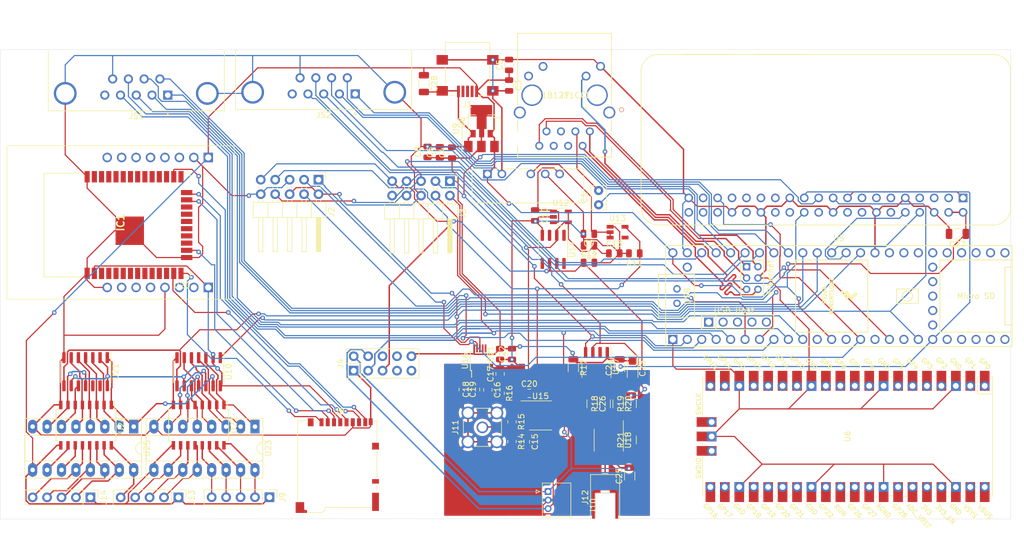
<source format=kicad_pcb>
(kicad_pcb (version 20171130) (host pcbnew "(5.1.8-0-10_14)")
  (layers (0 F.Cu signal) (31 B.Cu signal) (34 B.Paste user) (35 F.Paste user) (36 B.SilkS user) (37 F.SilkS user) (38 B.Mask user) (39 F.Mask user) (44 Edge.Cuts user))
  (net 0 "")
  (net 1 GND)
  (net 2 +5V)
  (net 3 LED)
  (net 4 R+)
  (net 5 T-)
  (net 6 R-)
  (net 7 T+)
  (net 8 "Net-(A1-Pad1)")
  (net 9 "Net-(C1-Pad2)")
  (net 10 "Net-(C9-Pad1)")
  (net 11 "Net-(C10-Pad1)")
  (net 12 "Net-(C17-Pad1)")
  (net 13 "Net-(C19-Pad1)")
  (net 14 "Net-(J11-Pad1)")
  (net 15 "Net-(R15-Pad1)")
  (net 16 "Net-(R16-Pad2)")
  (net 17 "Net-(J12-Pad1)")
  (net 18 "Net-(R17-Pad2)")
  (net 19 "Net-(R18-Pad2)")
  (net 20 "Net-(R18-Pad1)")
  (net 21 "Net-(R19-Pad1)")
  (net 22 "Net-(U6-Pad43)")
  (net 23 "Net-(U6-Pad41)")
  (net 24 "Net-(U6-Pad21)")
  (net 25 "Net-(U6-Pad22)")
  (net 26 "Net-(U6-Pad24)")
  (net 27 "Net-(U6-Pad25)")
  (net 28 "Net-(U6-Pad26)")
  (net 29 "Net-(U6-Pad27)")
  (net 30 "Net-(U6-Pad29)")
  (net 31 "Net-(U6-Pad30)")
  (net 32 "Net-(U6-Pad31)")
  (net 33 "Net-(U6-Pad32)")
  (net 34 "Net-(U6-Pad34)")
  (net 35 "Net-(U6-Pad35)")
  (net 36 "Net-(U6-Pad37)")
  (net 37 "Net-(U6-Pad39)")
  (net 38 "Net-(U6-Pad20)")
  (net 39 "Net-(U6-Pad19)")
  (net 40 "Net-(U6-Pad17)")
  (net 41 "Net-(U6-Pad16)")
  (net 42 "Net-(U6-Pad15)")
  (net 43 "Net-(U6-Pad14)")
  (net 44 "Net-(U6-Pad12)")
  (net 45 "Net-(U6-Pad11)")
  (net 46 "Net-(U6-Pad10)")
  (net 47 "Net-(U6-Pad9)")
  (net 48 "Net-(U6-Pad7)")
  (net 49 "Net-(U6-Pad6)")
  (net 50 "Net-(U6-Pad5)")
  (net 51 "Net-(U6-Pad4)")
  (net 52 "Net-(U6-Pad2)")
  (net 53 "Net-(U6-Pad1)")
  (net 54 /pipico/VBUS)
  (net 55 +3V3)
  (net 56 /VDD3V3)
  (net 57 /GNDA)
  (net 58 /2V5)
  (net 59 /REF)
  (net 60 /-2V5)
  (net 61 /A_SWITCH_COMMON)
  (net 62 /A_BUTTON2)
  (net 63 /A_BUTTON1)
  (net 64 /A_RIGHT)
  (net 65 /A_LEFT)
  (net 66 /A_DOWN)
  (net 67 /A_UP)
  (net 68 /B_SWITCH_COMMON)
  (net 69 /B_BUTTON2)
  (net 70 /B_BUTTON1)
  (net 71 /B_RIGHT)
  (net 72 /B_LEFT)
  (net 73 /B_DOWN)
  (net 74 /B_UP)
  (net 75 /STEP_SIGNAL)
  (net 76 "Net-(J9-Pad5)")
  (net 77 "Net-(J9-Pad4)")
  (net 78 "Net-(J9-Pad3)")
  (net 79 "Net-(J9-Pad2)")
  (net 80 "Net-(J13-Pad5)")
  (net 81 "Net-(J13-Pad4)")
  (net 82 "Net-(J13-Pad3)")
  (net 83 "Net-(J13-Pad2)")
  (net 84 "Net-(J14-Pad5)")
  (net 85 "Net-(J14-Pad4)")
  (net 86 "Net-(J14-Pad3)")
  (net 87 "Net-(J14-Pad2)")
  (net 88 "Net-(U10-Pad13)")
  (net 89 "Net-(U10-Pad12)")
  (net 90 "Net-(U10-Pad11)")
  (net 91 "Net-(U10-Pad10)")
  (net 92 "Net-(U10-Pad6)")
  (net 93 "Net-(U10-Pad5)")
  (net 94 "Net-(U10-Pad4)")
  (net 95 "Net-(U10-Pad3)")
  (net 96 "Net-(U21-Pad11)")
  (net 97 "Net-(U21-Pad10)")
  (net 98 "Net-(U21-Pad6)")
  (net 99 "Net-(U21-Pad5)")
  (net 100 "Net-(U21-Pad4)")
  (net 101 "Net-(U21-Pad3)")
  (net 102 /steppers/EXTRA_OUT2)
  (net 103 /steppers/EXTRA_OUT1)
  (net 104 /IOREF)
  (net 105 /SPI4_CS0)
  (net 106 /SPI4_MISO)
  (net 107 /SPI4_SCLK)
  (net 108 /DAC_LDAC)
  (net 109 /SPI1_MISO)
  (net 110 /SPI1_MOSI)
  (net 111 /SPI1_SCLK)
  (net 112 /STEP_CLK)
  (net 113 /ESP32_with_cam/SD_DAT1)
  (net 114 /ESP32_with_cam/SD_DAT0)
  (net 115 /ESP32_with_cam/SD_CLK)
  (net 116 /ESP32_with_cam/SD_DAT2)
  (net 117 /RPI_UART_RX)
  (net 118 /RPI_UART_TX)
  (net 119 /ESP32_with_cam/SD_CMD)
  (net 120 /ESP32_with_cam/SD_DAT3)
  (module Capacitor_SMD:C_1206_3216Metric (layer F.Cu) (at 133.6 69.45 270)
    (fp_text reference C28 (at 0 -1.85 90) (layer F.SilkS))
    (fp_text value CP1_Small)
    (pad 2 smd roundrect (at 1.475 0 270) (size 1.15 1.8) (layers F.Cu F.Paste F.Mask) (roundrect_rratio 0.217391) (net 1 GND))
    (pad 1 smd roundrect (at -1.475 0 270) (size 1.15 1.8) (layers F.Cu F.Paste F.Mask) (roundrect_rratio 0.217391) (net 2 +5V))
  )
  (module ADA3708:ADA3708_RPI-ZERO (layer F.Cu) (at 204.3176 90.8304 180)
    (fp_text reference A1 (at -27.3566 -5.72581) (layer F.SilkS) (effects (font (size 1.00189 1.00189) (thickness 0.015))))
    (fp_text value ADA3708)
    (fp_text user 1 (at -24.4727 4.13175) (layer F.SilkS) (effects (font (size 0.800827 0.800827) (thickness 0.015))))
    (pad None np_thru_hole circle (at 29 0 180) (size 2.75 2.75) (drill 2.75) (layers *.Cu *.Mask))
    (pad None np_thru_hole circle (at 29 23 180) (size 2.75 2.75) (drill 2.75) (layers *.Cu *.Mask))
    (pad None np_thru_hole circle (at -29 0 180) (size 2.75 2.75) (drill 2.75) (layers *.Cu *.Mask))
    (pad None np_thru_hole circle (at -29 23 180) (size 2.75 2.75) (drill 2.75) (layers *.Cu *.Mask))
    (pad 40 thru_hole circle (at 24.13 -1.27 180) (size 1.508 1.508) (drill 1) (layers *.Cu *.Mask) (net 107 /SPI4_SCLK))
    (pad 39 thru_hole circle (at 24.13 1.27 180) (size 1.508 1.508) (drill 1) (layers *.Cu *.Mask) (net 1 GND))
    (pad 38 thru_hole circle (at 21.59 -1.27 180) (size 1.508 1.508) (drill 1) (layers *.Cu *.Mask))
    (pad 37 thru_hole circle (at 21.59 1.27 180) (size 1.508 1.508) (drill 1) (layers *.Cu *.Mask))
    (pad 36 thru_hole circle (at 19.05 -1.27 180) (size 1.508 1.508) (drill 1) (layers *.Cu *.Mask))
    (pad 35 thru_hole circle (at 19.05 1.27 180) (size 1.508 1.508) (drill 1) (layers *.Cu *.Mask) (net 106 /SPI4_MISO))
    (pad 34 thru_hole circle (at 16.51 -1.27 180) (size 1.508 1.508) (drill 1) (layers *.Cu *.Mask) (net 1 GND))
    (pad 33 thru_hole circle (at 16.51 1.27 180) (size 1.508 1.508) (drill 1) (layers *.Cu *.Mask))
    (pad 32 thru_hole circle (at 13.97 -1.27 180) (size 1.508 1.508) (drill 1) (layers *.Cu *.Mask))
    (pad 31 thru_hole circle (at 13.97 1.27 180) (size 1.508 1.508) (drill 1) (layers *.Cu *.Mask))
    (pad 30 thru_hole circle (at 11.43 -1.27 180) (size 1.508 1.508) (drill 1) (layers *.Cu *.Mask) (net 1 GND))
    (pad 29 thru_hole circle (at 11.43 1.27 180) (size 1.508 1.508) (drill 1) (layers *.Cu *.Mask))
    (pad 28 thru_hole circle (at 8.89 -1.27 180) (size 1.508 1.508) (drill 1) (layers *.Cu *.Mask))
    (pad 27 thru_hole circle (at 8.89 1.27 180) (size 1.508 1.508) (drill 1) (layers *.Cu *.Mask))
    (pad 26 thru_hole circle (at 6.35 -1.27 180) (size 1.508 1.508) (drill 1) (layers *.Cu *.Mask))
    (pad 25 thru_hole circle (at 6.35 1.27 180) (size 1.508 1.508) (drill 1) (layers *.Cu *.Mask) (net 1 GND))
    (pad 24 thru_hole circle (at 3.81 -1.27 180) (size 1.508 1.508) (drill 1) (layers *.Cu *.Mask) (net 105 /SPI4_CS0))
    (pad 23 thru_hole circle (at 3.81 1.27 180) (size 1.508 1.508) (drill 1) (layers *.Cu *.Mask) (net 111 /SPI1_SCLK))
    (pad 22 thru_hole circle (at 1.27 -1.27 180) (size 1.508 1.508) (drill 1) (layers *.Cu *.Mask))
    (pad 21 thru_hole circle (at 1.27 1.27 180) (size 1.508 1.508) (drill 1) (layers *.Cu *.Mask) (net 109 /SPI1_MISO))
    (pad 20 thru_hole circle (at -1.27 -1.27 180) (size 1.508 1.508) (drill 1) (layers *.Cu *.Mask) (net 1 GND))
    (pad 19 thru_hole circle (at -1.27 1.27 180) (size 1.508 1.508) (drill 1) (layers *.Cu *.Mask) (net 110 /SPI1_MOSI))
    (pad 18 thru_hole circle (at -3.81 -1.27 180) (size 1.508 1.508) (drill 1) (layers *.Cu *.Mask))
    (pad 17 thru_hole circle (at -3.81 1.27 180) (size 1.508 1.508) (drill 1) (layers *.Cu *.Mask) (net 8 "Net-(A1-Pad1)"))
    (pad 16 thru_hole circle (at -6.35 -1.27 180) (size 1.508 1.508) (drill 1) (layers *.Cu *.Mask))
    (pad 15 thru_hole circle (at -6.35 1.27 180) (size 1.508 1.508) (drill 1) (layers *.Cu *.Mask))
    (pad 14 thru_hole circle (at -8.89 -1.27 180) (size 1.508 1.508) (drill 1) (layers *.Cu *.Mask) (net 1 GND))
    (pad 13 thru_hole circle (at -8.89 1.27 180) (size 1.508 1.508) (drill 1) (layers *.Cu *.Mask))
    (pad 12 thru_hole circle (at -11.43 -1.27 180) (size 1.508 1.508) (drill 1) (layers *.Cu *.Mask))
    (pad 11 thru_hole circle (at -11.43 1.27 180) (size 1.508 1.508) (drill 1) (layers *.Cu *.Mask))
    (pad 10 thru_hole circle (at -13.97 -1.27 180) (size 1.508 1.508) (drill 1) (layers *.Cu *.Mask) (net 117 /RPI_UART_RX))
    (pad 9 thru_hole circle (at -13.97 1.27 180) (size 1.508 1.508) (drill 1) (layers *.Cu *.Mask) (net 1 GND))
    (pad 8 thru_hole circle (at -16.51 -1.27 180) (size 1.508 1.508) (drill 1) (layers *.Cu *.Mask) (net 118 /RPI_UART_TX))
    (pad 7 thru_hole circle (at -16.51 1.27 180) (size 1.508 1.508) (drill 1) (layers *.Cu *.Mask))
    (pad 6 thru_hole circle (at -19.05 -1.27 180) (size 1.508 1.508) (drill 1) (layers *.Cu *.Mask) (net 1 GND))
    (pad 5 thru_hole circle (at -19.05 1.27 180) (size 1.508 1.508) (drill 1) (layers *.Cu *.Mask))
    (pad 4 thru_hole circle (at -21.59 -1.27 180) (size 1.508 1.508) (drill 1) (layers *.Cu *.Mask) (net 2 +5V))
    (pad 3 thru_hole circle (at -21.59 1.27 180) (size 1.508 1.508) (drill 1) (layers *.Cu *.Mask))
    (pad 2 thru_hole circle (at -24.13 -1.27 180) (size 1.508 1.508) (drill 1) (layers *.Cu *.Mask) (net 2 +5V))
    (pad 1 thru_hole rect (at -24.13 1.27 180) (size 1.508 1.508) (drill 1) (layers *.Cu *.Mask) (net 8 "Net-(A1-Pad1)"))
  )
  (module Connector_PinHeader_2.54mm:PinHeader_2x05_P2.54mm_Vertical (layer F.Cu) (at 121.25 119.95 90)
    (fp_text reference J4 (at 1.27 -2.33 90) (layer F.SilkS))
    (fp_text value Conn_02x05_Odd_Even)
    (pad 10 thru_hole oval (at 2.54 10.16 90) (size 1.7 1.7) (drill 1) (layers *.Cu *.Mask) (net 56 /VDD3V3))
    (pad 9 thru_hole oval (at 0 10.16 90) (size 1.7 1.7) (drill 1) (layers *.Cu *.Mask))
    (pad 8 thru_hole oval (at 2.54 7.62 90) (size 1.7 1.7) (drill 1) (layers *.Cu *.Mask))
    (pad 7 thru_hole oval (at 0 7.62 90) (size 1.7 1.7) (drill 1) (layers *.Cu *.Mask))
    (pad 6 thru_hole oval (at 2.54 5.08 90) (size 1.7 1.7) (drill 1) (layers *.Cu *.Mask))
    (pad 5 thru_hole oval (at 0 5.08 90) (size 1.7 1.7) (drill 1) (layers *.Cu *.Mask))
    (pad 4 thru_hole oval (at 2.54 2.54 90) (size 1.7 1.7) (drill 1) (layers *.Cu *.Mask) (net 60 /-2V5))
    (pad 3 thru_hole oval (at 0 2.54 90) (size 1.7 1.7) (drill 1) (layers *.Cu *.Mask) (net 108 /DAC_LDAC))
    (pad 2 thru_hole oval (at 2.54 0 90) (size 1.7 1.7) (drill 1) (layers *.Cu *.Mask) (net 58 /2V5))
    (pad 1 thru_hole rect (at 0 0 90) (size 1.7 1.7) (drill 1) (layers *.Cu *.Mask) (net 1 GND))
  )
  (module Connector_Dsub:DSUB-9_Male_Horizontal_P2.77x2.84mm_EdgePinOffset4.94mm_Housed_MountingHolesOffset7.48mm (layer F.Cu) (at 121.5136 71.2724 180)
    (fp_text reference JS2 (at 5.54 -3.7) (layer F.SilkS))
    (fp_text value DB9_Male_MountingHoles)
    (pad 0 thru_hole circle (at 18.04 0.3 180) (size 4 4) (drill 3.2) (layers *.Cu *.Mask) (net 1 GND))
    (pad 0 thru_hole circle (at -6.96 0.3 180) (size 4 4) (drill 3.2) (layers *.Cu *.Mask) (net 1 GND))
    (pad 9 thru_hole circle (at 9.695 2.84 180) (size 1.6 1.6) (drill 1) (layers *.Cu *.Mask) (net 1 GND))
    (pad 8 thru_hole circle (at 6.925 2.84 180) (size 1.6 1.6) (drill 1) (layers *.Cu *.Mask) (net 68 /B_SWITCH_COMMON))
    (pad 7 thru_hole circle (at 4.155 2.84 180) (size 1.6 1.6) (drill 1) (layers *.Cu *.Mask) (net 69 /B_BUTTON2))
    (pad 6 thru_hole circle (at 1.385 2.84 180) (size 1.6 1.6) (drill 1) (layers *.Cu *.Mask) (net 70 /B_BUTTON1))
    (pad 5 thru_hole circle (at 11.08 0 180) (size 1.6 1.6) (drill 1) (layers *.Cu *.Mask))
    (pad 4 thru_hole circle (at 8.31 0 180) (size 1.6 1.6) (drill 1) (layers *.Cu *.Mask) (net 72 /B_LEFT))
    (pad 3 thru_hole circle (at 5.54 0 180) (size 1.6 1.6) (drill 1) (layers *.Cu *.Mask) (net 71 /B_RIGHT))
    (pad 2 thru_hole circle (at 2.77 0 180) (size 1.6 1.6) (drill 1) (layers *.Cu *.Mask) (net 73 /B_DOWN))
    (pad 1 thru_hole rect (at 0 0 180) (size 1.6 1.6) (drill 1) (layers *.Cu *.Mask) (net 74 /B_UP))
  )
  (module Connector_Card:microSD_HC_Hirose_DM3BT-DSF-PEJS (layer F.Cu) (at 118.364 136.652)
    (fp_text reference J8 (at 0.425 -9.525) (layer F.SilkS))
    (fp_text value Micro_SD_Card)
    (pad 11 smd rect (at -5.825 7.825 45) (size 0.2 0.2) (layers F.Cu F.Paste F.Mask))
    (pad 10 smd rect (at 6.725 2.775) (size 1.2 0.8) (layers F.Cu F.Paste F.Mask))
    (pad 11 smd rect (at -5.575 8.075) (size 0.5 0.5) (layers F.Cu F.Paste F.Mask))
    (pad 8 smd rect (at 4.925 -7.625) (size 0.7 1.4) (layers F.Cu F.Paste F.Mask) (net 113 /ESP32_with_cam/SD_DAT1))
    (pad 7 smd rect (at 3.825 -7.625) (size 0.7 1.4) (layers F.Cu F.Paste F.Mask) (net 114 /ESP32_with_cam/SD_DAT0))
    (pad 6 smd rect (at 2.725 -7.625) (size 0.7 1.4) (layers F.Cu F.Paste F.Mask) (net 1 GND))
    (pad 5 smd rect (at 1.625 -7.625) (size 0.7 1.4) (layers F.Cu F.Paste F.Mask) (net 115 /ESP32_with_cam/SD_CLK))
    (pad 4 smd rect (at 0.525 -7.625) (size 0.7 1.4) (layers F.Cu F.Paste F.Mask) (net 55 +3V3))
    (pad 3 smd rect (at -0.575 -7.625) (size 0.7 1.4) (layers F.Cu F.Paste F.Mask) (net 119 /ESP32_with_cam/SD_CMD))
    (pad 2 smd rect (at -1.675 -7.625) (size 0.7 1.4) (layers F.Cu F.Paste F.Mask) (net 120 /ESP32_with_cam/SD_DAT3))
    (pad 9 smd rect (at 5.875 -7.725) (size 0.7 1.2) (layers F.Cu F.Paste F.Mask) (net 1 GND))
    (pad 11 smd rect (at 6.725 6.375) (size 1.2 3.2) (layers F.Cu F.Paste F.Mask))
    (pad 11 smd rect (at 6.725 -3.425) (size 1.2 1.2) (layers F.Cu F.Paste F.Mask))
    (pad 11 smd rect (at -4.675 -7.625) (size 1 1.4) (layers F.Cu F.Paste F.Mask))
    (pad 11 smd rect (at -6.575 7.375) (size 1.5 1.9) (layers F.Cu F.Paste F.Mask))
    (pad 1 smd rect (at -2.775 -7.625) (size 0.7 1.4) (layers F.Cu F.Paste F.Mask) (net 116 /ESP32_with_cam/SD_DAT2))
  )
  (module Connector_PinHeader_2.54mm:PinHeader_2x05_P2.54mm_Horizontal (layer F.Cu) (at 138.176 86.614 270)
    (fp_text reference J3 (at 5.655 -2.27 90) (layer F.SilkS))
    (fp_text value Conn_02x05_Odd_Even)
    (pad 10 thru_hole oval (at 2.54 10.16 270) (size 1.7 1.7) (drill 1) (layers *.Cu *.Mask) (net 1 GND))
    (pad 9 thru_hole oval (at 0 10.16 270) (size 1.7 1.7) (drill 1) (layers *.Cu *.Mask) (net 59 /REF))
    (pad 8 thru_hole oval (at 2.54 7.62 270) (size 1.7 1.7) (drill 1) (layers *.Cu *.Mask) (net 60 /-2V5))
    (pad 7 thru_hole oval (at 0 7.62 270) (size 1.7 1.7) (drill 1) (layers *.Cu *.Mask) (net 58 /2V5))
    (pad 6 thru_hole oval (at 2.54 5.08 270) (size 1.7 1.7) (drill 1) (layers *.Cu *.Mask) (net 104 /IOREF))
    (pad 5 thru_hole oval (at 0 5.08 270) (size 1.7 1.7) (drill 1) (layers *.Cu *.Mask) (net 1 GND))
    (pad 4 thru_hole oval (at 2.54 2.54 270) (size 1.7 1.7) (drill 1) (layers *.Cu *.Mask) (net 108 /DAC_LDAC))
    (pad 3 thru_hole oval (at 0 2.54 270) (size 1.7 1.7) (drill 1) (layers *.Cu *.Mask) (net 109 /SPI1_MISO))
    (pad 2 thru_hole oval (at 2.54 0 270) (size 1.7 1.7) (drill 1) (layers *.Cu *.Mask) (net 110 /SPI1_MOSI))
    (pad 1 thru_hole rect (at 0 0 270) (size 1.7 1.7) (drill 1) (layers *.Cu *.Mask) (net 111 /SPI1_SCLK))
  )
  (module Connector_PinHeader_2.54mm:PinHeader_2x05_P2.54mm_Horizontal (layer F.Cu) (at 115.062 86.36 270)
    (fp_text reference J2 (at 5.655 -2.27 90) (layer F.SilkS))
    (fp_text value Conn_02x05_Odd_Even)
    (pad 10 thru_hole oval (at 2.54 10.16 270) (size 1.7 1.7) (drill 1) (layers *.Cu *.Mask) (net 1 GND))
    (pad 9 thru_hole oval (at 0 10.16 270) (size 1.7 1.7) (drill 1) (layers *.Cu *.Mask) (net 59 /REF))
    (pad 8 thru_hole oval (at 2.54 7.62 270) (size 1.7 1.7) (drill 1) (layers *.Cu *.Mask) (net 60 /-2V5))
    (pad 7 thru_hole oval (at 0 7.62 270) (size 1.7 1.7) (drill 1) (layers *.Cu *.Mask) (net 58 /2V5))
    (pad 6 thru_hole oval (at 2.54 5.08 270) (size 1.7 1.7) (drill 1) (layers *.Cu *.Mask) (net 104 /IOREF))
    (pad 5 thru_hole oval (at 0 5.08 270) (size 1.7 1.7) (drill 1) (layers *.Cu *.Mask) (net 1 GND))
    (pad 4 thru_hole oval (at 2.54 2.54 270) (size 1.7 1.7) (drill 1) (layers *.Cu *.Mask) (net 105 /SPI4_CS0))
    (pad 3 thru_hole oval (at 0 2.54 270) (size 1.7 1.7) (drill 1) (layers *.Cu *.Mask) (net 106 /SPI4_MISO))
    (pad 2 thru_hole oval (at 2.54 0 270) (size 1.7 1.7) (drill 1) (layers *.Cu *.Mask) (net 104 /IOREF))
    (pad 1 thru_hole rect (at 0 0 270) (size 1.7 1.7) (drill 1) (layers *.Cu *.Mask) (net 107 /SPI4_SCLK))
  )
  (module Package_DIP:DIP-16_W7.62mm_Socket_LongPads (layer F.Cu) (at 82.55 129.794 270)
    (fp_text reference U25 (at 3.81 -2.33 90) (layer F.SilkS))
    (fp_text value ULN2003A)
    (pad 16 thru_hole oval (at 7.62 0 270) (size 2.4 1.6) (drill 0.8) (layers *.Cu *.Mask) (net 80 "Net-(J13-Pad5)"))
    (pad 8 thru_hole oval (at 0 17.78 270) (size 2.4 1.6) (drill 0.8) (layers *.Cu *.Mask) (net 1 GND))
    (pad 15 thru_hole oval (at 7.62 2.54 270) (size 2.4 1.6) (drill 0.8) (layers *.Cu *.Mask) (net 87 "Net-(J14-Pad2)"))
    (pad 7 thru_hole oval (at 0 15.24 270) (size 2.4 1.6) (drill 0.8) (layers *.Cu *.Mask) (net 96 "Net-(U21-Pad11)"))
    (pad 14 thru_hole oval (at 7.62 5.08 270) (size 2.4 1.6) (drill 0.8) (layers *.Cu *.Mask) (net 86 "Net-(J14-Pad3)"))
    (pad 6 thru_hole oval (at 0 12.7 270) (size 2.4 1.6) (drill 0.8) (layers *.Cu *.Mask) (net 97 "Net-(U21-Pad10)"))
    (pad 13 thru_hole oval (at 7.62 7.62 270) (size 2.4 1.6) (drill 0.8) (layers *.Cu *.Mask) (net 85 "Net-(J14-Pad4)"))
    (pad 5 thru_hole oval (at 0 10.16 270) (size 2.4 1.6) (drill 0.8) (layers *.Cu *.Mask) (net 98 "Net-(U21-Pad6)"))
    (pad 12 thru_hole oval (at 7.62 10.16 270) (size 2.4 1.6) (drill 0.8) (layers *.Cu *.Mask) (net 84 "Net-(J14-Pad5)"))
    (pad 4 thru_hole oval (at 0 7.62 270) (size 2.4 1.6) (drill 0.8) (layers *.Cu *.Mask) (net 99 "Net-(U21-Pad5)"))
    (pad 11 thru_hole oval (at 7.62 12.7 270) (size 2.4 1.6) (drill 0.8) (layers *.Cu *.Mask) (net 103 /steppers/EXTRA_OUT1))
    (pad 3 thru_hole oval (at 0 5.08 270) (size 2.4 1.6) (drill 0.8) (layers *.Cu *.Mask) (net 100 "Net-(U21-Pad4)"))
    (pad 10 thru_hole oval (at 7.62 15.24 270) (size 2.4 1.6) (drill 0.8) (layers *.Cu *.Mask) (net 102 /steppers/EXTRA_OUT2))
    (pad 2 thru_hole oval (at 0 2.54 270) (size 2.4 1.6) (drill 0.8) (layers *.Cu *.Mask) (net 101 "Net-(U21-Pad3)"))
    (pad 9 thru_hole oval (at 7.62 17.78 270) (size 2.4 1.6) (drill 0.8) (layers *.Cu *.Mask) (net 2 +5V))
    (pad 1 thru_hole rect (at 0 0 270) (size 2.4 1.6) (drill 0.8) (layers *.Cu *.Mask) (net 88 "Net-(U10-Pad13)"))
  )
  (module Package_SO:SOIC-16W_5.3x10.2mm_P1.27mm (layer F.Cu) (at 74.168 129.54 270)
    (fp_text reference U24 (at 0 -6.2 90) (layer F.SilkS))
    (fp_text value ULN2003A)
    (pad 16 smd rect (at 3.55 -4.445 270) (size 1.5 0.6) (layers F.Cu F.Paste F.Mask) (net 80 "Net-(J13-Pad5)"))
    (pad 15 smd rect (at 3.55 -3.175 270) (size 1.5 0.6) (layers F.Cu F.Paste F.Mask) (net 87 "Net-(J14-Pad2)"))
    (pad 14 smd rect (at 3.55 -1.905 270) (size 1.5 0.6) (layers F.Cu F.Paste F.Mask) (net 86 "Net-(J14-Pad3)"))
    (pad 13 smd rect (at 3.55 -0.635 270) (size 1.5 0.6) (layers F.Cu F.Paste F.Mask) (net 85 "Net-(J14-Pad4)"))
    (pad 12 smd rect (at 3.55 0.635 270) (size 1.5 0.6) (layers F.Cu F.Paste F.Mask) (net 84 "Net-(J14-Pad5)"))
    (pad 11 smd rect (at 3.55 1.905 270) (size 1.5 0.6) (layers F.Cu F.Paste F.Mask) (net 103 /steppers/EXTRA_OUT1))
    (pad 10 smd rect (at 3.55 3.175 270) (size 1.5 0.6) (layers F.Cu F.Paste F.Mask) (net 102 /steppers/EXTRA_OUT2))
    (pad 9 smd rect (at 3.55 4.445 270) (size 1.5 0.6) (layers F.Cu F.Paste F.Mask) (net 2 +5V))
    (pad 8 smd rect (at -3.55 4.445 270) (size 1.5 0.6) (layers F.Cu F.Paste F.Mask) (net 1 GND))
    (pad 7 smd rect (at -3.55 3.175 270) (size 1.5 0.6) (layers F.Cu F.Paste F.Mask) (net 96 "Net-(U21-Pad11)"))
    (pad 6 smd rect (at -3.55 1.905 270) (size 1.5 0.6) (layers F.Cu F.Paste F.Mask) (net 97 "Net-(U21-Pad10)"))
    (pad 5 smd rect (at -3.55 0.635 270) (size 1.5 0.6) (layers F.Cu F.Paste F.Mask) (net 98 "Net-(U21-Pad6)"))
    (pad 4 smd rect (at -3.55 -0.635 270) (size 1.5 0.6) (layers F.Cu F.Paste F.Mask) (net 99 "Net-(U21-Pad5)"))
    (pad 3 smd rect (at -3.55 -1.905 270) (size 1.5 0.6) (layers F.Cu F.Paste F.Mask) (net 100 "Net-(U21-Pad4)"))
    (pad 2 smd rect (at -3.55 -3.175 270) (size 1.5 0.6) (layers F.Cu F.Paste F.Mask) (net 101 "Net-(U21-Pad3)"))
    (pad 1 smd rect (at -3.55 -4.445 270) (size 1.5 0.6) (layers F.Cu F.Paste F.Mask) (net 88 "Net-(U10-Pad13)"))
  )
  (module Package_DIP:DIP-16_W7.62mm_Socket_LongPads (layer F.Cu) (at 103.886 129.794 270)
    (fp_text reference U23 (at 3.81 -2.33 90) (layer F.SilkS))
    (fp_text value ULN2003A)
    (pad 16 thru_hole oval (at 7.62 0 270) (size 2.4 1.6) (drill 0.8) (layers *.Cu *.Mask) (net 79 "Net-(J9-Pad2)"))
    (pad 8 thru_hole oval (at 0 17.78 270) (size 2.4 1.6) (drill 0.8) (layers *.Cu *.Mask) (net 1 GND))
    (pad 15 thru_hole oval (at 7.62 2.54 270) (size 2.4 1.6) (drill 0.8) (layers *.Cu *.Mask) (net 78 "Net-(J9-Pad3)"))
    (pad 7 thru_hole oval (at 0 15.24 270) (size 2.4 1.6) (drill 0.8) (layers *.Cu *.Mask) (net 89 "Net-(U10-Pad12)"))
    (pad 14 thru_hole oval (at 7.62 5.08 270) (size 2.4 1.6) (drill 0.8) (layers *.Cu *.Mask) (net 77 "Net-(J9-Pad4)"))
    (pad 6 thru_hole oval (at 0 12.7 270) (size 2.4 1.6) (drill 0.8) (layers *.Cu *.Mask) (net 90 "Net-(U10-Pad11)"))
    (pad 13 thru_hole oval (at 7.62 7.62 270) (size 2.4 1.6) (drill 0.8) (layers *.Cu *.Mask) (net 76 "Net-(J9-Pad5)"))
    (pad 5 thru_hole oval (at 0 10.16 270) (size 2.4 1.6) (drill 0.8) (layers *.Cu *.Mask) (net 91 "Net-(U10-Pad10)"))
    (pad 12 thru_hole oval (at 7.62 10.16 270) (size 2.4 1.6) (drill 0.8) (layers *.Cu *.Mask) (net 83 "Net-(J13-Pad2)"))
    (pad 4 thru_hole oval (at 0 7.62 270) (size 2.4 1.6) (drill 0.8) (layers *.Cu *.Mask) (net 92 "Net-(U10-Pad6)"))
    (pad 11 thru_hole oval (at 7.62 12.7 270) (size 2.4 1.6) (drill 0.8) (layers *.Cu *.Mask) (net 82 "Net-(J13-Pad3)"))
    (pad 3 thru_hole oval (at 0 5.08 270) (size 2.4 1.6) (drill 0.8) (layers *.Cu *.Mask) (net 93 "Net-(U10-Pad5)"))
    (pad 10 thru_hole oval (at 7.62 15.24 270) (size 2.4 1.6) (drill 0.8) (layers *.Cu *.Mask) (net 81 "Net-(J13-Pad4)"))
    (pad 2 thru_hole oval (at 0 2.54 270) (size 2.4 1.6) (drill 0.8) (layers *.Cu *.Mask) (net 94 "Net-(U10-Pad4)"))
    (pad 9 thru_hole oval (at 7.62 17.78 270) (size 2.4 1.6) (drill 0.8) (layers *.Cu *.Mask) (net 2 +5V))
    (pad 1 thru_hole rect (at 0 0 270) (size 2.4 1.6) (drill 0.8) (layers *.Cu *.Mask) (net 95 "Net-(U10-Pad3)"))
  )
  (module Package_SO:SOIC-16W_5.3x10.2mm_P1.27mm (layer F.Cu) (at 93.98 129.534 270)
    (fp_text reference U22 (at 0 -6.2 90) (layer F.SilkS))
    (fp_text value ULN2003A)
    (pad 16 smd rect (at 3.55 -4.445 270) (size 1.5 0.6) (layers F.Cu F.Paste F.Mask) (net 79 "Net-(J9-Pad2)"))
    (pad 15 smd rect (at 3.55 -3.175 270) (size 1.5 0.6) (layers F.Cu F.Paste F.Mask) (net 78 "Net-(J9-Pad3)"))
    (pad 14 smd rect (at 3.55 -1.905 270) (size 1.5 0.6) (layers F.Cu F.Paste F.Mask) (net 77 "Net-(J9-Pad4)"))
    (pad 13 smd rect (at 3.55 -0.635 270) (size 1.5 0.6) (layers F.Cu F.Paste F.Mask) (net 76 "Net-(J9-Pad5)"))
    (pad 12 smd rect (at 3.55 0.635 270) (size 1.5 0.6) (layers F.Cu F.Paste F.Mask) (net 83 "Net-(J13-Pad2)"))
    (pad 11 smd rect (at 3.55 1.905 270) (size 1.5 0.6) (layers F.Cu F.Paste F.Mask) (net 82 "Net-(J13-Pad3)"))
    (pad 10 smd rect (at 3.55 3.175 270) (size 1.5 0.6) (layers F.Cu F.Paste F.Mask) (net 81 "Net-(J13-Pad4)"))
    (pad 9 smd rect (at 3.55 4.445 270) (size 1.5 0.6) (layers F.Cu F.Paste F.Mask) (net 2 +5V))
    (pad 8 smd rect (at -3.55 4.445 270) (size 1.5 0.6) (layers F.Cu F.Paste F.Mask) (net 1 GND))
    (pad 7 smd rect (at -3.55 3.175 270) (size 1.5 0.6) (layers F.Cu F.Paste F.Mask) (net 89 "Net-(U10-Pad12)"))
    (pad 6 smd rect (at -3.55 1.905 270) (size 1.5 0.6) (layers F.Cu F.Paste F.Mask) (net 90 "Net-(U10-Pad11)"))
    (pad 5 smd rect (at -3.55 0.635 270) (size 1.5 0.6) (layers F.Cu F.Paste F.Mask) (net 91 "Net-(U10-Pad10)"))
    (pad 4 smd rect (at -3.55 -0.635 270) (size 1.5 0.6) (layers F.Cu F.Paste F.Mask) (net 92 "Net-(U10-Pad6)"))
    (pad 3 smd rect (at -3.55 -1.905 270) (size 1.5 0.6) (layers F.Cu F.Paste F.Mask) (net 93 "Net-(U10-Pad5)"))
    (pad 2 smd rect (at -3.55 -3.175 270) (size 1.5 0.6) (layers F.Cu F.Paste F.Mask) (net 94 "Net-(U10-Pad4)"))
    (pad 1 smd rect (at -3.55 -4.445 270) (size 1.5 0.6) (layers F.Cu F.Paste F.Mask) (net 95 "Net-(U10-Pad3)"))
  )
  (module Package_SO:SOIC-14_3.9x8.7mm_P1.27mm (layer F.Cu) (at 74.0918 120.1308 270)
    (fp_text reference U21 (at 0 -5.28 90) (layer F.SilkS))
    (fp_text value 74HC164)
    (pad 14 smd roundrect (at 2.475 -3.81 270) (size 1.95 0.6) (layers F.Cu F.Paste F.Mask) (net 55 +3V3))
    (pad 13 smd roundrect (at 2.475 -2.54 270) (size 1.95 0.6) (layers F.Cu F.Paste F.Mask))
    (pad 12 smd roundrect (at 2.475 -1.27 270) (size 1.95 0.6) (layers F.Cu F.Paste F.Mask))
    (pad 11 smd roundrect (at 2.475 0 270) (size 1.95 0.6) (layers F.Cu F.Paste F.Mask) (net 96 "Net-(U21-Pad11)"))
    (pad 10 smd roundrect (at 2.475 1.27 270) (size 1.95 0.6) (layers F.Cu F.Paste F.Mask) (net 97 "Net-(U21-Pad10)"))
    (pad 9 smd roundrect (at 2.475 2.54 270) (size 1.95 0.6) (layers F.Cu F.Paste F.Mask) (net 55 +3V3))
    (pad 8 smd roundrect (at 2.475 3.81 270) (size 1.95 0.6) (layers F.Cu F.Paste F.Mask) (net 112 /STEP_CLK))
    (pad 7 smd roundrect (at -2.475 3.81 270) (size 1.95 0.6) (layers F.Cu F.Paste F.Mask) (net 1 GND))
    (pad 6 smd roundrect (at -2.475 2.54 270) (size 1.95 0.6) (layers F.Cu F.Paste F.Mask) (net 98 "Net-(U21-Pad6)"))
    (pad 5 smd roundrect (at -2.475 1.27 270) (size 1.95 0.6) (layers F.Cu F.Paste F.Mask) (net 99 "Net-(U21-Pad5)"))
    (pad 4 smd roundrect (at -2.475 0 270) (size 1.95 0.6) (layers F.Cu F.Paste F.Mask) (net 100 "Net-(U21-Pad4)"))
    (pad 3 smd roundrect (at -2.475 -1.27 270) (size 1.95 0.6) (layers F.Cu F.Paste F.Mask) (net 101 "Net-(U21-Pad3)"))
    (pad 2 smd roundrect (at -2.475 -2.54 270) (size 1.95 0.6) (layers F.Cu F.Paste F.Mask) (net 55 +3V3))
    (pad 1 smd roundrect (at -2.475 -3.81 270) (size 1.95 0.6) (layers F.Cu F.Paste F.Mask) (net 88 "Net-(U10-Pad13)"))
  )
  (module Package_SO:SOIC-14_3.9x8.7mm_P1.27mm (layer F.Cu) (at 93.98 120.142 270)
    (fp_text reference U10 (at 0 -5.28 90) (layer F.SilkS))
    (fp_text value 74HC164)
    (pad 14 smd roundrect (at 2.475 -3.81 270) (size 1.95 0.6) (layers F.Cu F.Paste F.Mask) (net 55 +3V3))
    (pad 13 smd roundrect (at 2.475 -2.54 270) (size 1.95 0.6) (layers F.Cu F.Paste F.Mask) (net 88 "Net-(U10-Pad13)"))
    (pad 12 smd roundrect (at 2.475 -1.27 270) (size 1.95 0.6) (layers F.Cu F.Paste F.Mask) (net 89 "Net-(U10-Pad12)"))
    (pad 11 smd roundrect (at 2.475 0 270) (size 1.95 0.6) (layers F.Cu F.Paste F.Mask) (net 90 "Net-(U10-Pad11)"))
    (pad 10 smd roundrect (at 2.475 1.27 270) (size 1.95 0.6) (layers F.Cu F.Paste F.Mask) (net 91 "Net-(U10-Pad10)"))
    (pad 9 smd roundrect (at 2.475 2.54 270) (size 1.95 0.6) (layers F.Cu F.Paste F.Mask) (net 55 +3V3))
    (pad 8 smd roundrect (at 2.475 3.81 270) (size 1.95 0.6) (layers F.Cu F.Paste F.Mask) (net 112 /STEP_CLK))
    (pad 7 smd roundrect (at -2.475 3.81 270) (size 1.95 0.6) (layers F.Cu F.Paste F.Mask) (net 1 GND))
    (pad 6 smd roundrect (at -2.475 2.54 270) (size 1.95 0.6) (layers F.Cu F.Paste F.Mask) (net 92 "Net-(U10-Pad6)"))
    (pad 5 smd roundrect (at -2.475 1.27 270) (size 1.95 0.6) (layers F.Cu F.Paste F.Mask) (net 93 "Net-(U10-Pad5)"))
    (pad 4 smd roundrect (at -2.475 0 270) (size 1.95 0.6) (layers F.Cu F.Paste F.Mask) (net 94 "Net-(U10-Pad4)"))
    (pad 3 smd roundrect (at -2.475 -1.27 270) (size 1.95 0.6) (layers F.Cu F.Paste F.Mask) (net 95 "Net-(U10-Pad3)"))
    (pad 2 smd roundrect (at -2.475 -2.54 270) (size 1.95 0.6) (layers F.Cu F.Paste F.Mask) (net 55 +3V3))
    (pad 1 smd roundrect (at -2.475 -3.81 270) (size 1.95 0.6) (layers F.Cu F.Paste F.Mask) (net 75 /STEP_SIGNAL))
  )
  (module Connector_PinHeader_2.54mm:PinHeader_1x05_P2.54mm_Vertical (layer F.Cu) (at 74.93 142.24 270)
    (fp_text reference J14 (at 0 -2.33 90) (layer F.SilkS))
    (fp_text value Conn_01x05_Male)
    (pad 5 thru_hole oval (at 0 10.16 270) (size 1.7 1.7) (drill 1) (layers *.Cu *.Mask) (net 84 "Net-(J14-Pad5)"))
    (pad 4 thru_hole oval (at 0 7.62 270) (size 1.7 1.7) (drill 1) (layers *.Cu *.Mask) (net 85 "Net-(J14-Pad4)"))
    (pad 3 thru_hole oval (at 0 5.08 270) (size 1.7 1.7) (drill 1) (layers *.Cu *.Mask) (net 86 "Net-(J14-Pad3)"))
    (pad 2 thru_hole oval (at 0 2.54 270) (size 1.7 1.7) (drill 1) (layers *.Cu *.Mask) (net 87 "Net-(J14-Pad2)"))
    (pad 1 thru_hole rect (at 0 0 270) (size 1.7 1.7) (drill 1) (layers *.Cu *.Mask) (net 2 +5V))
  )
  (module Connector_PinHeader_2.54mm:PinHeader_1x05_P2.54mm_Vertical (layer F.Cu) (at 90.424 142.24 270)
    (fp_text reference J13 (at 0 -2.33 90) (layer F.SilkS))
    (fp_text value Conn_01x05_Male)
    (pad 5 thru_hole oval (at 0 10.16 270) (size 1.7 1.7) (drill 1) (layers *.Cu *.Mask) (net 80 "Net-(J13-Pad5)"))
    (pad 4 thru_hole oval (at 0 7.62 270) (size 1.7 1.7) (drill 1) (layers *.Cu *.Mask) (net 81 "Net-(J13-Pad4)"))
    (pad 3 thru_hole oval (at 0 5.08 270) (size 1.7 1.7) (drill 1) (layers *.Cu *.Mask) (net 82 "Net-(J13-Pad3)"))
    (pad 2 thru_hole oval (at 0 2.54 270) (size 1.7 1.7) (drill 1) (layers *.Cu *.Mask) (net 83 "Net-(J13-Pad2)"))
    (pad 1 thru_hole rect (at 0 0 270) (size 1.7 1.7) (drill 1) (layers *.Cu *.Mask) (net 2 +5V))
  )
  (module Connector_PinHeader_2.54mm:PinHeader_1x05_P2.54mm_Vertical (layer F.Cu) (at 106.426 142.2146 270)
    (fp_text reference J9 (at 0 -2.33 90) (layer F.SilkS))
    (fp_text value Conn_01x05_Male)
    (pad 5 thru_hole oval (at 0 10.16 270) (size 1.7 1.7) (drill 1) (layers *.Cu *.Mask) (net 76 "Net-(J9-Pad5)"))
    (pad 4 thru_hole oval (at 0 7.62 270) (size 1.7 1.7) (drill 1) (layers *.Cu *.Mask) (net 77 "Net-(J9-Pad4)"))
    (pad 3 thru_hole oval (at 0 5.08 270) (size 1.7 1.7) (drill 1) (layers *.Cu *.Mask) (net 78 "Net-(J9-Pad3)"))
    (pad 2 thru_hole oval (at 0 2.54 270) (size 1.7 1.7) (drill 1) (layers *.Cu *.Mask) (net 79 "Net-(J9-Pad2)"))
    (pad 1 thru_hole rect (at 0 0 270) (size 1.7 1.7) (drill 1) (layers *.Cu *.Mask) (net 2 +5V))
  )
  (module Capacitor_SMD:C_1206_3216Metric (layer F.Cu) (at 227.457 95.885 180)
    (fp_text reference C27 (at 0 -1.85) (layer F.SilkS))
    (fp_text value CP1_Small)
    (pad 2 smd roundrect (at 1.475 0 180) (size 1.15 1.8) (layers F.Cu F.Paste F.Mask) (roundrect_rratio 0.217391) (net 1 GND))
    (pad 1 smd roundrect (at -1.475 0 180) (size 1.15 1.8) (layers F.Cu F.Paste F.Mask) (roundrect_rratio 0.217391) (net 2 +5V))
  )
  (module ethernet:J1B1211CCD (layer F.Cu) (at 162.1536 74.0664 180)
    (fp_text reference J7 (at 3.81 2.55999) (layer F.SilkS))
    (fp_text value J1B1211CCD (at 3.81 2.55999) (layer F.SilkS))
    (fp_text user * (at 0 0) (layer F.SilkS))
    (pad 16 thru_hole circle (at 11.684998 -0.47001 270) (size 2.1082 2.1082) (drill 1.6002) (layers *.Cu *.Mask))
    (pad 13 thru_hole circle (at -4.064998 -0.47001 270) (size 2.1082 2.1082) (drill 1.6002) (layers *.Cu *.Mask))
    (pad 15 thru_hole circle (at 9.525 2.57999 270) (size 3.7592 3.7592) (drill 3.2512) (layers *.Cu *.Mask))
    (pad 14 thru_hole circle (at -1.905 2.57999 270) (size 3.7592 3.7592) (drill 3.2512) (layers *.Cu *.Mask))
    (pad 12 thru_hole circle (at 10.135 5.93999 180) (size 1.5494 1.5494) (drill 1.0414) (layers *.Cu *.Mask))
    (pad 11 thru_hole circle (at 7.595 7.63999 180) (size 1.5494 1.5494) (drill 1.0414) (layers *.Cu *.Mask))
    (pad 10 thru_hole circle (at 0.025 5.93999 180) (size 1.5494 1.5494) (drill 1.0414) (layers *.Cu *.Mask) (net 3 LED))
    (pad 9 thru_hole circle (at -2.515 7.65999 180) (size 1.5494 1.5494) (drill 1.0414) (layers *.Cu *.Mask) (net 1 GND))
    (pad 7 thru_hole circle (at 6.985 -3.79001 180) (size 1.397 1.397) (drill 0.889) (layers *.Cu *.Mask) (net 4 R+))
    (pad 5 thru_hole circle (at 4.445 -3.79001 180) (size 1.397 1.397) (drill 0.889) (layers *.Cu *.Mask))
    (pad 3 thru_hole circle (at 1.905 -3.79001 180) (size 1.397 1.397) (drill 0.889) (layers *.Cu *.Mask) (net 9 "Net-(C1-Pad2)"))
    (pad 1 thru_hole circle (at -0.635 -3.79001 180) (size 1.397 1.397) (drill 0.889) (layers *.Cu *.Mask) (net 5 T-))
    (pad 8 thru_hole circle (at 8.255 -6.33001 180) (size 1.397 1.397) (drill 0.889) (layers *.Cu *.Mask) (net 6 R-))
    (pad 6 thru_hole circle (at 5.715 -6.33001 180) (size 1.397 1.397) (drill 0.889) (layers *.Cu *.Mask))
    (pad 4 thru_hole circle (at 3.175 -6.33001 180) (size 1.397 1.397) (drill 0.889) (layers *.Cu *.Mask))
    (pad 2 thru_hole circle (at 0.635 -6.33001 180) (size 1.397 1.397) (drill 0.889) (layers *.Cu *.Mask) (net 7 T+))
  )
  (module teensy:Teensy41 (layer F.Cu) (at 206.6036 106.8324)
    (fp_text reference U5 (at 0 -10.16) (layer F.SilkS))
    (fp_text value Teensy4.1)
    (fp_text user "USB Host" (at -18.4658 2.4892) (layer F.SilkS))
    (fp_text user Ethernet (at -12.065 -3.2766 90) (layer F.SilkS))
    (fp_text user USB (at -26.67 0 270) (layer F.SilkS))
    (fp_text user "Micro SD" (at 24.13 0) (layer F.SilkS))
    (fp_text user MIMXRT1062 (at -1.27 0 270) (layer F.SilkS) (effects (font (size 0.7 0.7))))
    (fp_text user DVJ6A (at -2.54 -0.18 270) (layer F.SilkS) (effects (font (size 0.7 0.7))))
    (pad 66 thru_hole circle (at -28.48 -1.27) (size 1.3 1.3) (drill 0.8) (layers *.Cu *.Mask))
    (pad 67 thru_hole circle (at -28.48 1.27) (size 1.3 1.3) (drill 0.8) (layers *.Cu *.Mask))
    (pad 54 thru_hole circle (at 16.51 -5.08) (size 1.6 1.6) (drill 1.1) (layers *.Cu *.Mask))
    (pad 53 thru_hole circle (at 16.51 -2.54) (size 1.6 1.6) (drill 1.1) (layers *.Cu *.Mask))
    (pad 52 thru_hole circle (at 16.51 0) (size 1.6 1.6) (drill 1.1) (layers *.Cu *.Mask))
    (pad 51 thru_hole circle (at 16.51 2.54) (size 1.6 1.6) (drill 1.1) (layers *.Cu *.Mask))
    (pad 50 thru_hole circle (at 16.51 5.08) (size 1.6 1.6) (drill 1.1) (layers *.Cu *.Mask))
    (pad 62 thru_hole circle (at -16.24 -1.1816) (size 1.3 1.3) (drill 0.8) (layers *.Cu *.Mask) (net 5 T-))
    (pad 63 thru_hole circle (at -14.24 -1.1816) (size 1.3 1.3) (drill 0.8) (layers *.Cu *.Mask) (net 7 T+))
    (pad 64 thru_hole circle (at -14.24 -3.1816) (size 1.3 1.3) (drill 0.8) (layers *.Cu *.Mask) (net 1 GND))
    (pad 61 thru_hole circle (at -16.24 -3.1816) (size 1.3 1.3) (drill 0.8) (layers *.Cu *.Mask) (net 3 LED))
    (pad 65 thru_hole circle (at -14.24 -5.1816) (size 1.3 1.3) (drill 0.8) (layers *.Cu *.Mask) (net 6 R-))
    (pad 60 thru_hole rect (at -16.24 -5.1816) (size 1.3 1.3) (drill 0.8) (layers *.Cu *.Mask) (net 4 R+))
    (pad 17 thru_hole circle (at 11.43 7.62) (size 1.6 1.6) (drill 1.1) (layers *.Cu *.Mask))
    (pad 18 thru_hole circle (at 13.97 7.62) (size 1.6 1.6) (drill 1.1) (layers *.Cu *.Mask) (net 110 /SPI1_MOSI))
    (pad 19 thru_hole circle (at 16.51 7.62) (size 1.6 1.6) (drill 1.1) (layers *.Cu *.Mask) (net 111 /SPI1_SCLK))
    (pad 20 thru_hole circle (at 19.05 7.62) (size 1.6 1.6) (drill 1.1) (layers *.Cu *.Mask))
    (pad 16 thru_hole circle (at 8.89 7.62) (size 1.6 1.6) (drill 1.1) (layers *.Cu *.Mask) (net 72 /B_LEFT))
    (pad 15 thru_hole circle (at 6.35 7.62) (size 1.6 1.6) (drill 1.1) (layers *.Cu *.Mask))
    (pad 14 thru_hole circle (at 3.81 7.62) (size 1.6 1.6) (drill 1.1) (layers *.Cu *.Mask) (net 106 /SPI4_MISO))
    (pad 21 thru_hole circle (at 21.59 7.62) (size 1.6 1.6) (drill 1.1) (layers *.Cu *.Mask))
    (pad 22 thru_hole circle (at 24.13 7.62) (size 1.6 1.6) (drill 1.1) (layers *.Cu *.Mask))
    (pad 23 thru_hole circle (at 26.67 7.62) (size 1.6 1.6) (drill 1.1) (layers *.Cu *.Mask))
    (pad 24 thru_hole circle (at 29.21 7.62) (size 1.6 1.6) (drill 1.1) (layers *.Cu *.Mask))
    (pad 25 thru_hole circle (at 29.21 -7.62) (size 1.6 1.6) (drill 1.1) (layers *.Cu *.Mask))
    (pad 26 thru_hole circle (at 26.67 -7.62) (size 1.6 1.6) (drill 1.1) (layers *.Cu *.Mask))
    (pad 27 thru_hole circle (at 24.13 -7.62) (size 1.6 1.6) (drill 1.1) (layers *.Cu *.Mask))
    (pad 28 thru_hole circle (at 21.59 -7.62) (size 1.6 1.6) (drill 1.1) (layers *.Cu *.Mask))
    (pad 29 thru_hole circle (at 19.05 -7.62) (size 1.6 1.6) (drill 1.1) (layers *.Cu *.Mask))
    (pad 30 thru_hole circle (at 16.51 -7.62) (size 1.6 1.6) (drill 1.1) (layers *.Cu *.Mask))
    (pad 31 thru_hole circle (at 13.97 -7.62) (size 1.6 1.6) (drill 1.1) (layers *.Cu *.Mask))
    (pad 32 thru_hole circle (at 11.43 -7.62) (size 1.6 1.6) (drill 1.1) (layers *.Cu *.Mask))
    (pad 33 thru_hole circle (at 8.89 -7.62) (size 1.6 1.6) (drill 1.1) (layers *.Cu *.Mask))
    (pad 34 thru_hole circle (at 6.35 -7.62) (size 1.6 1.6) (drill 1.1) (layers *.Cu *.Mask) (net 1 GND))
    (pad 13 thru_hole circle (at 1.27 7.62) (size 1.6 1.6) (drill 1.1) (layers *.Cu *.Mask))
    (pad 12 thru_hole circle (at -1.27 7.62) (size 1.6 1.6) (drill 1.1) (layers *.Cu *.Mask) (net 105 /SPI4_CS0))
    (pad 11 thru_hole circle (at -3.81 7.62) (size 1.6 1.6) (drill 1.1) (layers *.Cu *.Mask))
    (pad 10 thru_hole circle (at -6.35 7.62) (size 1.6 1.6) (drill 1.1) (layers *.Cu *.Mask) (net 66 /A_DOWN))
    (pad 9 thru_hole circle (at -8.89 7.62) (size 1.6 1.6) (drill 1.1) (layers *.Cu *.Mask) (net 65 /A_LEFT))
    (pad 8 thru_hole circle (at -11.43 7.62) (size 1.6 1.6) (drill 1.1) (layers *.Cu *.Mask) (net 63 /A_BUTTON1))
    (pad 7 thru_hole circle (at -13.97 7.62) (size 1.6 1.6) (drill 1.1) (layers *.Cu *.Mask) (net 64 /A_RIGHT))
    (pad 6 thru_hole circle (at -16.51 7.62) (size 1.6 1.6) (drill 1.1) (layers *.Cu *.Mask) (net 67 /A_UP))
    (pad 5 thru_hole circle (at -19.05 7.62) (size 1.6 1.6) (drill 1.1) (layers *.Cu *.Mask) (net 61 /A_SWITCH_COMMON))
    (pad 4 thru_hole circle (at -21.59 7.62) (size 1.6 1.6) (drill 1.1) (layers *.Cu *.Mask) (net 62 /A_BUTTON2))
    (pad 3 thru_hole circle (at -24.13 7.62) (size 1.6 1.6) (drill 1.1) (layers *.Cu *.Mask) (net 109 /SPI1_MISO))
    (pad 2 thru_hole circle (at -26.67 7.62) (size 1.6 1.6) (drill 1.1) (layers *.Cu *.Mask) (net 108 /DAC_LDAC))
    (pad 1 thru_hole rect (at -29.21 7.62) (size 1.6 1.6) (drill 1.1) (layers *.Cu *.Mask) (net 1 GND))
    (pad 35 thru_hole circle (at 3.81 -7.62) (size 1.6 1.6) (drill 1.1) (layers *.Cu *.Mask) (net 107 /SPI4_SCLK))
    (pad 36 thru_hole circle (at 1.27 -7.62) (size 1.6 1.6) (drill 1.1) (layers *.Cu *.Mask) (net 117 /RPI_UART_RX))
    (pad 37 thru_hole circle (at -1.27 -7.62) (size 1.6 1.6) (drill 1.1) (layers *.Cu *.Mask) (net 118 /RPI_UART_TX))
    (pad 38 thru_hole circle (at -3.81 -7.62) (size 1.6 1.6) (drill 1.1) (layers *.Cu *.Mask) (net 75 /STEP_SIGNAL))
    (pad 39 thru_hole circle (at -6.35 -7.62) (size 1.6 1.6) (drill 1.1) (layers *.Cu *.Mask) (net 112 /STEP_CLK))
    (pad 40 thru_hole circle (at -8.89 -7.62) (size 1.6 1.6) (drill 1.1) (layers *.Cu *.Mask) (net 74 /B_UP))
    (pad 41 thru_hole circle (at -11.43 -7.62) (size 1.6 1.6) (drill 1.1) (layers *.Cu *.Mask) (net 70 /B_BUTTON1))
    (pad 42 thru_hole circle (at -13.97 -7.62) (size 1.6 1.6) (drill 1.1) (layers *.Cu *.Mask) (net 68 /B_SWITCH_COMMON))
    (pad 43 thru_hole circle (at -16.51 -7.62) (size 1.6 1.6) (drill 1.1) (layers *.Cu *.Mask) (net 71 /B_RIGHT))
    (pad 44 thru_hole circle (at -19.05 -7.62) (size 1.6 1.6) (drill 1.1) (layers *.Cu *.Mask) (net 73 /B_DOWN))
    (pad 45 thru_hole circle (at -21.59 -7.62) (size 1.6 1.6) (drill 1.1) (layers *.Cu *.Mask) (net 69 /B_BUTTON2))
    (pad 46 thru_hole circle (at -24.13 -7.62) (size 1.6 1.6) (drill 1.1) (layers *.Cu *.Mask) (net 104 /IOREF))
    (pad 47 thru_hole circle (at -26.67 -7.62) (size 1.6 1.6) (drill 1.1) (layers *.Cu *.Mask) (net 1 GND))
    (pad 48 thru_hole circle (at -29.21 -7.62) (size 1.6 1.6) (drill 1.1) (layers *.Cu *.Mask) (net 2 +5V))
    (pad 55 thru_hole rect (at -22.9108 4.5692) (size 1.6 1.6) (drill 1.1) (layers *.Cu *.Mask))
    (pad 56 thru_hole circle (at -20.3708 4.5692) (size 1.6 1.6) (drill 1.1) (layers *.Cu *.Mask))
    (pad 57 thru_hole circle (at -17.8308 4.5692) (size 1.6 1.6) (drill 1.1) (layers *.Cu *.Mask))
    (pad 58 thru_hole circle (at -15.2908 4.5692) (size 1.6 1.6) (drill 1.1) (layers *.Cu *.Mask))
    (pad 59 thru_hole circle (at -12.7508 4.5692) (size 1.6 1.6) (drill 1.1) (layers *.Cu *.Mask))
    (pad 49 thru_hole circle (at -26.67 -5.08) (size 1.6 1.6) (drill 1.1) (layers *.Cu *.Mask))
  )
  (module Capacitor_THT:C_Rect_L4.0mm_W2.5mm_P2.50mm (layer F.Cu) (at 164.338 90.765 90)
    (fp_text reference C1 (at 1.25 -2.5 90) (layer F.SilkS))
    (fp_text value CP)
    (pad 2 thru_hole circle (at 2.5 0 90) (size 1.6 1.6) (drill 0.8) (layers *.Cu *.Mask) (net 9 "Net-(C1-Pad2)"))
    (pad 1 thru_hole circle (at 0 0 90) (size 1.6 1.6) (drill 0.8) (layers *.Cu *.Mask) (net 1 GND))
  )
  (module JST1_5_3p:JST (layer F.Cu) (at 155.448 141.224 270)
    (fp_text reference J10 (at 2.5 -7.9 270) (layer F.SilkS))
    (fp_text value Conn_01x03)
    (pad 1 thru_hole roundrect (at 0 0 270) (size 1.2 1.2) (drill 0.7) (layers *.Cu *.Mask) (roundrect_rratio 0.147) (net 58 /2V5))
    (pad 2 thru_hole oval (at 1.5 0 270) (size 1.2 1.2) (drill 0.7) (layers *.Cu *.Mask) (net 57 /GNDA))
    (pad 3 thru_hole oval (at 3 0 270) (size 1.2 1.2) (drill 0.7) (layers *.Cu *.Mask) (net 60 /-2V5))
  )
  (module Connector_Coaxial:MMCX_Molex_73415-0961_Horizontal_1.0mm-PCB (layer F.Cu) (at 165.481 142.2476 90)
    (fp_text reference J12 (at 0 -3.5 90) (layer F.SilkS))
    (fp_text value Conn_Coaxial)
    (fp_line (start 0.75 -1.75) (end -3.75 -1.75) (layer Edge.Cuts) (width 0.1))
    (fp_line (start 0.75 1.75) (end 0.75 -1.75) (layer Edge.Cuts) (width 0.1))
    (fp_line (start -3.75 1.75) (end 0.75 1.75) (layer Edge.Cuts) (width 0.1))
    (pad 2 smd custom (at 2.25 1.56 90) (size 3 1.48) (layers F.Cu F.Paste F.Mask) (net 57 /GNDA) (options (clearance outline) (anchor rect)) (primitives (gr_poly (pts (xy -6 0.19) (xy -6 0.74) (xy -1.5 0.74) (xy -1.5 0.19)) (width 0))))
    (pad 2 smd custom (at 2.25 -1.56 90) (size 3 1.48) (layers F.Cu F.Paste F.Mask) (net 57 /GNDA) (options (clearance outline) (anchor rect)) (primitives (gr_poly (pts (xy -6 -0.74) (xy -6 -0.19) (xy -1.5 -0.19) (xy -1.5 -0.74)) (width 0))))
    (pad 1 smd rect (at 2.7 0 90) (size 2.1 1.1) (layers F.Cu F.Paste F.Mask) (net 17 "Net-(J12-Pad1)"))
  )
  (module Package_TO_SOT_SMD:SOT-223-3_TabPin2 (layer F.Cu) (at 143.7132 77.3684 90)
    (fp_text reference U9 (at 0 -4.5 90) (layer F.SilkS))
    (fp_text value AZ1117-3.3)
    (pad 1 smd rect (at -3.15 -2.3 90) (size 2 1.5) (layers F.Cu F.Paste F.Mask) (net 1 GND))
    (pad 3 smd rect (at -3.15 2.3 90) (size 2 1.5) (layers F.Cu F.Paste F.Mask) (net 2 +5V))
    (pad 2 smd rect (at -3.15 0 90) (size 2 1.5) (layers F.Cu F.Paste F.Mask) (net 56 /VDD3V3))
    (pad 2 smd rect (at 3.15 0 90) (size 2 3.8) (layers F.Cu F.Paste F.Mask) (net 56 /VDD3V3))
  )
  (module Package_TO_SOT_SMD:SOT-89-3 (layer F.Cu) (at 143.764 76.6064 90)
    (fp_text reference U8 (at 0.3 -3.5 90) (layer F.SilkS))
    (fp_text value AZ1117-3.3)
    (pad 2 smd custom (at -1.5625 0 90) (size 1.475 0.9) (layers F.Cu F.Paste F.Mask) (net 56 /VDD3V3) (options (clearance outline) (anchor rect)) (primitives (gr_poly (pts (xy 0.7375 -0.8665) (xy 3.8625 -0.8665) (xy 3.8625 0.8665) (xy 0.7375 0.8665)) (width 0))))
    (pad 3 smd rect (at -1.65 1.5 90) (size 1.3 0.9) (layers F.Cu F.Paste F.Mask) (net 2 +5V))
    (pad 1 smd rect (at -1.65 -1.5 90) (size 1.3 0.9) (layers F.Cu F.Paste F.Mask) (net 1 GND))
  )
  (module Connector_USB:USB_Mini-B_Lumberg_2486_01_Horizontal (layer F.Cu) (at 141.2748 68.1228 180)
    (fp_text reference J1 (at 0 -5) (layer F.SilkS))
    (fp_text value USB_B_Mini)
    (pad "" np_thru_hole circle (at 2.2 0 180) (size 1 1) (drill 1) (layers *.Cu *.Mask))
    (pad "" np_thru_hole circle (at -2.2 0 180) (size 1 1) (drill 1) (layers *.Cu *.Mask))
    (pad 6 smd rect (at 4.45 2.85 180) (size 2 1.7) (layers F.Cu F.Paste F.Mask) (net 1 GND))
    (pad 6 smd rect (at 4.45 -2.6 180) (size 2 1.7) (layers F.Cu F.Paste F.Mask) (net 1 GND))
    (pad 6 smd rect (at -4.45 2.85 180) (size 2 1.7) (layers F.Cu F.Paste F.Mask) (net 1 GND))
    (pad 6 smd rect (at -4.45 -2.6 180) (size 2 1.7) (layers F.Cu F.Paste F.Mask) (net 1 GND))
    (pad 5 smd rect (at 1.6 -2.7 180) (size 0.5 2) (layers F.Cu F.Paste F.Mask) (net 1 GND))
    (pad 4 smd rect (at 0.8 -2.7 180) (size 0.5 2) (layers F.Cu F.Paste F.Mask))
    (pad 3 smd rect (at 0 -2.7 180) (size 0.5 2) (layers F.Cu F.Paste F.Mask))
    (pad 2 smd rect (at -0.8 -2.7 180) (size 0.5 2) (layers F.Cu F.Paste F.Mask))
    (pad 1 smd rect (at -1.6 -2.7 180) (size 0.5 2) (layers F.Cu F.Paste F.Mask) (net 2 +5V))
  )
  (module Capacitor_SMD:C_0805_2012Metric (layer F.Cu) (at 134.239 81.473 90)
    (fp_text reference C8 (at 0 -1.68 90) (layer F.SilkS))
    (fp_text value 10uF)
    (pad 2 smd roundrect (at 0.95 0 90) (size 1 1.45) (layers F.Cu F.Paste F.Mask) (net 1 GND))
    (pad 1 smd roundrect (at -0.95 0 90) (size 1 1.45) (layers F.Cu F.Paste F.Mask) (net 56 /VDD3V3))
  )
  (module Capacitor_SMD:C_0805_2012Metric (layer F.Cu) (at 136.398 81.534 90)
    (fp_text reference C6 (at 0 -1.68 90) (layer F.SilkS))
    (fp_text value 0.1uF)
    (pad 2 smd roundrect (at 0.95 0 90) (size 1 1.45) (layers F.Cu F.Paste F.Mask) (net 1 GND))
    (pad 1 smd roundrect (at -0.95 0 90) (size 1 1.45) (layers F.Cu F.Paste F.Mask) (net 56 /VDD3V3))
  )
  (module Capacitor_SMD:C_0805_2012Metric (layer F.Cu) (at 148.59 66.167 90)
    (fp_text reference C5 (at 0 -1.68 90) (layer F.SilkS))
    (fp_text value 10uF)
    (pad 2 smd roundrect (at 0.95 0 90) (size 1 1.45) (layers F.Cu F.Paste F.Mask) (net 1 GND))
    (pad 1 smd roundrect (at -0.95 0 90) (size 1 1.45) (layers F.Cu F.Paste F.Mask) (net 2 +5V))
  )
  (module Capacitor_SMD:C_0805_2012Metric (layer F.Cu) (at 138.557 81.595 90)
    (fp_text reference C4 (at 0 -1.68 90) (layer F.SilkS))
    (fp_text value 0.1uF)
    (pad 2 smd roundrect (at 0.95 0 90) (size 1 1.45) (layers F.Cu F.Paste F.Mask) (net 1 GND))
    (pad 1 smd roundrect (at -0.95 0 90) (size 1 1.45) (layers F.Cu F.Paste F.Mask) (net 56 /VDD3V3))
  )
  (module Capacitor_SMD:C_0805_2012Metric (layer F.Cu) (at 148.59 69.784 270)
    (fp_text reference C3 (at 0 -1.68 90) (layer F.SilkS))
    (fp_text value 10uF)
    (pad 2 smd roundrect (at 0.95 0 270) (size 1 1.45) (layers F.Cu F.Paste F.Mask) (net 1 GND))
    (pad 1 smd roundrect (at -0.95 0 270) (size 1 1.45) (layers F.Cu F.Paste F.Mask) (net 2 +5V))
  )
  (module RF_Module:ESP32-WROOM-32 (layer F.Cu) (at 82.6135 94.3356 90)
    (fp_text reference U20 (at -10.61 8.43) (layer F.SilkS))
    (fp_text value ESP32-WROOM-32)
    (pad 38 smd rect (at 8.5 -8.255 90) (size 2 0.9) (layers F.Cu F.Paste F.Mask) (net 1 GND))
    (pad 37 smd rect (at 8.5 -6.985 90) (size 2 0.9) (layers F.Cu F.Paste F.Mask))
    (pad 36 smd rect (at 8.5 -5.715 90) (size 2 0.9) (layers F.Cu F.Paste F.Mask))
    (pad 35 smd rect (at 8.5 -4.445 90) (size 2 0.9) (layers F.Cu F.Paste F.Mask))
    (pad 34 smd rect (at 8.5 -3.175 90) (size 2 0.9) (layers F.Cu F.Paste F.Mask))
    (pad 33 smd rect (at 8.5 -1.905 90) (size 2 0.9) (layers F.Cu F.Paste F.Mask))
    (pad 32 smd rect (at 8.5 -0.635 90) (size 2 0.9) (layers F.Cu F.Paste F.Mask))
    (pad 31 smd rect (at 8.5 0.635 90) (size 2 0.9) (layers F.Cu F.Paste F.Mask))
    (pad 30 smd rect (at 8.5 1.905 90) (size 2 0.9) (layers F.Cu F.Paste F.Mask))
    (pad 29 smd rect (at 8.5 3.175 90) (size 2 0.9) (layers F.Cu F.Paste F.Mask))
    (pad 28 smd rect (at 8.5 4.445 90) (size 2 0.9) (layers F.Cu F.Paste F.Mask))
    (pad 27 smd rect (at 8.5 5.715 90) (size 2 0.9) (layers F.Cu F.Paste F.Mask))
    (pad 26 smd rect (at 8.5 6.985 90) (size 2 0.9) (layers F.Cu F.Paste F.Mask) (net 113 /ESP32_with_cam/SD_DAT1))
    (pad 25 smd rect (at 8.5 8.255 90) (size 2 0.9) (layers F.Cu F.Paste F.Mask))
    (pad 24 smd rect (at 5.715 9.255 180) (size 2 0.9) (layers F.Cu F.Paste F.Mask) (net 114 /ESP32_with_cam/SD_DAT0))
    (pad 23 smd rect (at 4.445 9.255 180) (size 2 0.9) (layers F.Cu F.Paste F.Mask) (net 119 /ESP32_with_cam/SD_CMD))
    (pad 22 smd rect (at 3.175 9.255 180) (size 2 0.9) (layers F.Cu F.Paste F.Mask))
    (pad 21 smd rect (at 1.905 9.255 180) (size 2 0.9) (layers F.Cu F.Paste F.Mask))
    (pad 20 smd rect (at 0.635 9.255 180) (size 2 0.9) (layers F.Cu F.Paste F.Mask))
    (pad 19 smd rect (at -0.635 9.255 180) (size 2 0.9) (layers F.Cu F.Paste F.Mask))
    (pad 18 smd rect (at -1.905 9.255 180) (size 2 0.9) (layers F.Cu F.Paste F.Mask))
    (pad 17 smd rect (at -3.175 9.255 180) (size 2 0.9) (layers F.Cu F.Paste F.Mask))
    (pad 16 smd rect (at -4.445 9.255 180) (size 2 0.9) (layers F.Cu F.Paste F.Mask) (net 120 /ESP32_with_cam/SD_DAT3))
    (pad 15 smd rect (at -5.715 9.255 180) (size 2 0.9) (layers F.Cu F.Paste F.Mask) (net 1 GND))
    (pad 14 smd rect (at -8.5 8.255 90) (size 2 0.9) (layers F.Cu F.Paste F.Mask) (net 116 /ESP32_with_cam/SD_DAT2))
    (pad 13 smd rect (at -8.5 6.985 90) (size 2 0.9) (layers F.Cu F.Paste F.Mask) (net 115 /ESP32_with_cam/SD_CLK))
    (pad 12 smd rect (at -8.5 5.715 90) (size 2 0.9) (layers F.Cu F.Paste F.Mask))
    (pad 11 smd rect (at -8.5 4.445 90) (size 2 0.9) (layers F.Cu F.Paste F.Mask))
    (pad 10 smd rect (at -8.5 3.175 90) (size 2 0.9) (layers F.Cu F.Paste F.Mask))
    (pad 9 smd rect (at -8.5 1.905 90) (size 2 0.9) (layers F.Cu F.Paste F.Mask))
    (pad 8 smd rect (at -8.5 0.635 90) (size 2 0.9) (layers F.Cu F.Paste F.Mask))
    (pad 7 smd rect (at -8.5 -0.635 90) (size 2 0.9) (layers F.Cu F.Paste F.Mask))
    (pad 6 smd rect (at -8.5 -1.905 90) (size 2 0.9) (layers F.Cu F.Paste F.Mask))
    (pad 5 smd rect (at -8.5 -3.175 90) (size 2 0.9) (layers F.Cu F.Paste F.Mask))
    (pad 4 smd rect (at -8.5 -4.445 90) (size 2 0.9) (layers F.Cu F.Paste F.Mask))
    (pad 3 smd rect (at -8.5 -5.715 90) (size 2 0.9) (layers F.Cu F.Paste F.Mask) (net 55 +3V3))
    (pad 2 smd rect (at -8.5 -6.985 90) (size 2 0.9) (layers F.Cu F.Paste F.Mask) (net 55 +3V3))
    (pad 1 smd rect (at -8.5 -8.255 90) (size 2 0.9) (layers F.Cu F.Paste F.Mask) (net 1 GND))
    (pad 39 smd rect (at -1 -0.755 90) (size 5 5) (layers F.Cu F.Paste F.Mask) (net 1 GND))
  )
  (module RPi_Pico:RPi_Pico_SMD_TH (layer F.Cu) (at 208.1276 131.5212 270)
    (fp_text reference U6 (at 0 0 90) (layer F.SilkS))
    (fp_text value Pico)
    (fp_text user SWDIO (at 5.6 26.2 90) (layer F.SilkS) (effects (font (size 0.8 0.8))))
    (fp_text user SWCLK (at -5.7 26.2 90) (layer F.SilkS) (effects (font (size 0.8 0.8))))
    (fp_text user AGND (at 13.054 -6.35 135) (layer F.SilkS) (effects (font (size 0.8 0.8))))
    (fp_text user GND (at 12.8 -19.05 135) (layer F.SilkS) (effects (font (size 0.8 0.8))))
    (fp_text user GND (at 12.8 6.35 135) (layer F.SilkS) (effects (font (size 0.8 0.8))))
    (fp_text user GND (at 12.8 19.05 135) (layer F.SilkS) (effects (font (size 0.8 0.8))))
    (fp_text user GND (at -12.8 19.05 135) (layer F.SilkS) (effects (font (size 0.8 0.8))))
    (fp_text user GND (at -12.8 6.35 135) (layer F.SilkS) (effects (font (size 0.8 0.8))))
    (fp_text user GND (at -12.8 -6.35 135) (layer F.SilkS) (effects (font (size 0.8 0.8))))
    (fp_text user GND (at -12.8 -19.05 135) (layer F.SilkS) (effects (font (size 0.8 0.8))))
    (fp_text user VBUS (at 13.3 -24.2 135) (layer F.SilkS) (effects (font (size 0.8 0.8))))
    (fp_text user VSYS (at 13.2 -21.59 135) (layer F.SilkS) (effects (font (size 0.8 0.8))))
    (fp_text user 3V3_EN (at 13.7 -17.2 135) (layer F.SilkS) (effects (font (size 0.8 0.8))))
    (fp_text user 3V3 (at 12.9 -13.9 135) (layer F.SilkS) (effects (font (size 0.8 0.8))))
    (fp_text user ADC_VREF (at 14 -12.5 135) (layer F.SilkS) (effects (font (size 0.8 0.8))))
    (fp_text user GP28 (at 13.054 -9.144 135) (layer F.SilkS) (effects (font (size 0.8 0.8))))
    (fp_text user GP27 (at 13.054 -3.8 135) (layer F.SilkS) (effects (font (size 0.8 0.8))))
    (fp_text user GP26 (at 13.054 -1.27 135) (layer F.SilkS) (effects (font (size 0.8 0.8))))
    (fp_text user RUN (at 13 1.27 135) (layer F.SilkS) (effects (font (size 0.8 0.8))))
    (fp_text user GP22 (at 13.054 3.81 135) (layer F.SilkS) (effects (font (size 0.8 0.8))))
    (fp_text user GP21 (at 13.054 8.9 135) (layer F.SilkS) (effects (font (size 0.8 0.8))))
    (fp_text user GP20 (at 13.054 11.43 135) (layer F.SilkS) (effects (font (size 0.8 0.8))))
    (fp_text user GP19 (at 13.054 13.97 135) (layer F.SilkS) (effects (font (size 0.8 0.8))))
    (fp_text user GP18 (at 13.054 16.51 135) (layer F.SilkS) (effects (font (size 0.8 0.8))))
    (fp_text user GP17 (at 13.054 21.59 135) (layer F.SilkS) (effects (font (size 0.8 0.8))))
    (fp_text user GP16 (at 13.054 24.13 135) (layer F.SilkS) (effects (font (size 0.8 0.8))))
    (fp_text user GP15 (at -13.054 24.13 135) (layer F.SilkS) (effects (font (size 0.8 0.8))))
    (fp_text user GP14 (at -13.1 21.59 135) (layer F.SilkS) (effects (font (size 0.8 0.8))))
    (fp_text user GP13 (at -13.054 16.51 135) (layer F.SilkS) (effects (font (size 0.8 0.8))))
    (fp_text user GP12 (at -13.2 13.97 135) (layer F.SilkS) (effects (font (size 0.8 0.8))))
    (fp_text user GP11 (at -13.2 11.43 135) (layer F.SilkS) (effects (font (size 0.8 0.8))))
    (fp_text user GP10 (at -13.054 8.89 135) (layer F.SilkS) (effects (font (size 0.8 0.8))))
    (fp_text user GP9 (at -12.8 3.81 135) (layer F.SilkS) (effects (font (size 0.8 0.8))))
    (fp_text user GP8 (at -12.8 1.27 135) (layer F.SilkS) (effects (font (size 0.8 0.8))))
    (fp_text user GP7 (at -12.7 -1.3 135) (layer F.SilkS) (effects (font (size 0.8 0.8))))
    (fp_text user GP6 (at -12.8 -3.81 135) (layer F.SilkS) (effects (font (size 0.8 0.8))))
    (fp_text user GP5 (at -12.8 -8.89 135) (layer F.SilkS) (effects (font (size 0.8 0.8))))
    (fp_text user GP4 (at -12.8 -11.43 135) (layer F.SilkS) (effects (font (size 0.8 0.8))))
    (fp_text user GP3 (at -12.8 -13.97 135) (layer F.SilkS) (effects (font (size 0.8 0.8))))
    (fp_text user GP0 (at -12.8 -24.13 135) (layer F.SilkS) (effects (font (size 0.8 0.8))))
    (fp_text user GP2 (at -12.9 -16.51 135) (layer F.SilkS) (effects (font (size 0.8 0.8))))
    (fp_text user GP1 (at -12.9 -21.6 135) (layer F.SilkS) (effects (font (size 0.8 0.8))))
    (pad 43 thru_hole oval (at 2.54 23.9 270) (size 1.7 1.7) (drill 1.02) (layers *.Cu *.Mask) (net 22 "Net-(U6-Pad43)"))
    (pad 43 smd rect (at 2.54 23.9) (size 3.5 1.7) (drill (offset -0.9 0)) (layers F.Cu F.Mask) (net 22 "Net-(U6-Pad43)"))
    (pad 42 thru_hole rect (at 0 23.9 270) (size 1.7 1.7) (drill 1.02) (layers *.Cu *.Mask) (net 1 GND))
    (pad 42 smd rect (at 0 23.9) (size 3.5 1.7) (drill (offset -0.9 0)) (layers F.Cu F.Mask) (net 1 GND))
    (pad 41 thru_hole oval (at -2.54 23.9 270) (size 1.7 1.7) (drill 1.02) (layers *.Cu *.Mask) (net 23 "Net-(U6-Pad41)"))
    (pad 41 smd rect (at -2.54 23.9) (size 3.5 1.7) (drill (offset -0.9 0)) (layers F.Cu F.Mask) (net 23 "Net-(U6-Pad41)"))
    (pad "" np_thru_hole oval (at 2.425 -20.97 270) (size 1.5 1.5) (drill 1.5) (layers *.Cu *.Mask))
    (pad "" np_thru_hole oval (at -2.425 -20.97 270) (size 1.5 1.5) (drill 1.5) (layers *.Cu *.Mask))
    (pad "" np_thru_hole oval (at 2.725 -24 270) (size 1.8 1.8) (drill 1.8) (layers *.Cu *.Mask))
    (pad "" np_thru_hole oval (at -2.725 -24 270) (size 1.8 1.8) (drill 1.8) (layers *.Cu *.Mask))
    (pad 21 smd rect (at 8.89 24.13 270) (size 3.5 1.7) (drill (offset 0.9 0)) (layers F.Cu F.Mask) (net 24 "Net-(U6-Pad21)"))
    (pad 22 smd rect (at 8.89 21.59 270) (size 3.5 1.7) (drill (offset 0.9 0)) (layers F.Cu F.Mask) (net 25 "Net-(U6-Pad22)"))
    (pad 23 smd rect (at 8.89 19.05 270) (size 3.5 1.7) (drill (offset 0.9 0)) (layers F.Cu F.Mask) (net 1 GND))
    (pad 24 smd rect (at 8.89 16.51 270) (size 3.5 1.7) (drill (offset 0.9 0)) (layers F.Cu F.Mask) (net 26 "Net-(U6-Pad24)"))
    (pad 25 smd rect (at 8.89 13.97 270) (size 3.5 1.7) (drill (offset 0.9 0)) (layers F.Cu F.Mask) (net 27 "Net-(U6-Pad25)"))
    (pad 26 smd rect (at 8.89 11.43 270) (size 3.5 1.7) (drill (offset 0.9 0)) (layers F.Cu F.Mask) (net 28 "Net-(U6-Pad26)"))
    (pad 27 smd rect (at 8.89 8.89 270) (size 3.5 1.7) (drill (offset 0.9 0)) (layers F.Cu F.Mask) (net 29 "Net-(U6-Pad27)"))
    (pad 28 smd rect (at 8.89 6.35 270) (size 3.5 1.7) (drill (offset 0.9 0)) (layers F.Cu F.Mask) (net 1 GND))
    (pad 29 smd rect (at 8.89 3.81 270) (size 3.5 1.7) (drill (offset 0.9 0)) (layers F.Cu F.Mask) (net 30 "Net-(U6-Pad29)"))
    (pad 30 smd rect (at 8.89 1.27 270) (size 3.5 1.7) (drill (offset 0.9 0)) (layers F.Cu F.Mask) (net 31 "Net-(U6-Pad30)"))
    (pad 31 smd rect (at 8.89 -1.27 270) (size 3.5 1.7) (drill (offset 0.9 0)) (layers F.Cu F.Mask) (net 32 "Net-(U6-Pad31)"))
    (pad 32 smd rect (at 8.89 -3.81 270) (size 3.5 1.7) (drill (offset 0.9 0)) (layers F.Cu F.Mask) (net 33 "Net-(U6-Pad32)"))
    (pad 33 smd rect (at 8.89 -6.35 270) (size 3.5 1.7) (drill (offset 0.9 0)) (layers F.Cu F.Mask) (net 1 GND))
    (pad 34 smd rect (at 8.89 -8.89 270) (size 3.5 1.7) (drill (offset 0.9 0)) (layers F.Cu F.Mask) (net 34 "Net-(U6-Pad34)"))
    (pad 35 smd rect (at 8.89 -11.43 270) (size 3.5 1.7) (drill (offset 0.9 0)) (layers F.Cu F.Mask) (net 35 "Net-(U6-Pad35)"))
    (pad 36 smd rect (at 8.89 -13.97 270) (size 3.5 1.7) (drill (offset 0.9 0)) (layers F.Cu F.Mask) (net 55 +3V3))
    (pad 37 smd rect (at 8.89 -16.51 270) (size 3.5 1.7) (drill (offset 0.9 0)) (layers F.Cu F.Mask) (net 36 "Net-(U6-Pad37)"))
    (pad 38 smd rect (at 8.89 -19.05 270) (size 3.5 1.7) (drill (offset 0.9 0)) (layers F.Cu F.Mask) (net 1 GND))
    (pad 39 smd rect (at 8.89 -21.59 270) (size 3.5 1.7) (drill (offset 0.9 0)) (layers F.Cu F.Mask) (net 37 "Net-(U6-Pad39)"))
    (pad 40 smd rect (at 8.89 -24.13 270) (size 3.5 1.7) (drill (offset 0.9 0)) (layers F.Cu F.Mask) (net 54 /pipico/VBUS))
    (pad 20 smd rect (at -8.89 24.13 270) (size 3.5 1.7) (drill (offset -0.9 0)) (layers F.Cu F.Mask) (net 38 "Net-(U6-Pad20)"))
    (pad 19 smd rect (at -8.89 21.59 270) (size 3.5 1.7) (drill (offset -0.9 0)) (layers F.Cu F.Mask) (net 39 "Net-(U6-Pad19)"))
    (pad 18 smd rect (at -8.89 19.05 270) (size 3.5 1.7) (drill (offset -0.9 0)) (layers F.Cu F.Mask) (net 1 GND))
    (pad 17 smd rect (at -8.89 16.51 270) (size 3.5 1.7) (drill (offset -0.9 0)) (layers F.Cu F.Mask) (net 40 "Net-(U6-Pad17)"))
    (pad 16 smd rect (at -8.89 13.97 270) (size 3.5 1.7) (drill (offset -0.9 0)) (layers F.Cu F.Mask) (net 41 "Net-(U6-Pad16)"))
    (pad 15 smd rect (at -8.89 11.43 270) (size 3.5 1.7) (drill (offset -0.9 0)) (layers F.Cu F.Mask) (net 42 "Net-(U6-Pad15)"))
    (pad 14 smd rect (at -8.89 8.89 270) (size 3.5 1.7) (drill (offset -0.9 0)) (layers F.Cu F.Mask) (net 43 "Net-(U6-Pad14)"))
    (pad 13 smd rect (at -8.89 6.35 270) (size 3.5 1.7) (drill (offset -0.9 0)) (layers F.Cu F.Mask) (net 1 GND))
    (pad 12 smd rect (at -8.89 3.81 270) (size 3.5 1.7) (drill (offset -0.9 0)) (layers F.Cu F.Mask) (net 44 "Net-(U6-Pad12)"))
    (pad 11 smd rect (at -8.89 1.27 270) (size 3.5 1.7) (drill (offset -0.9 0)) (layers F.Cu F.Mask) (net 45 "Net-(U6-Pad11)"))
    (pad 10 smd rect (at -8.89 -1.27 270) (size 3.5 1.7) (drill (offset -0.9 0)) (layers F.Cu F.Mask) (net 46 "Net-(U6-Pad10)"))
    (pad 9 smd rect (at -8.89 -3.81 270) (size 3.5 1.7) (drill (offset -0.9 0)) (layers F.Cu F.Mask) (net 47 "Net-(U6-Pad9)"))
    (pad 8 smd rect (at -8.89 -6.35 270) (size 3.5 1.7) (drill (offset -0.9 0)) (layers F.Cu F.Mask) (net 1 GND))
    (pad 7 smd rect (at -8.89 -8.89 270) (size 3.5 1.7) (drill (offset -0.9 0)) (layers F.Cu F.Mask) (net 48 "Net-(U6-Pad7)"))
    (pad 6 smd rect (at -8.89 -11.43 270) (size 3.5 1.7) (drill (offset -0.9 0)) (layers F.Cu F.Mask) (net 49 "Net-(U6-Pad6)"))
    (pad 5 smd rect (at -8.89 -13.97 270) (size 3.5 1.7) (drill (offset -0.9 0)) (layers F.Cu F.Mask) (net 50 "Net-(U6-Pad5)"))
    (pad 4 smd rect (at -8.89 -16.51 270) (size 3.5 1.7) (drill (offset -0.9 0)) (layers F.Cu F.Mask) (net 51 "Net-(U6-Pad4)"))
    (pad 3 smd rect (at -8.89 -19.05 270) (size 3.5 1.7) (drill (offset -0.9 0)) (layers F.Cu F.Mask) (net 1 GND))
    (pad 2 smd rect (at -8.89 -21.59 270) (size 3.5 1.7) (drill (offset -0.9 0)) (layers F.Cu F.Mask) (net 52 "Net-(U6-Pad2)"))
    (pad 1 smd rect (at -8.89 -24.13 270) (size 3.5 1.7) (drill (offset -0.9 0)) (layers F.Cu F.Mask) (net 53 "Net-(U6-Pad1)"))
    (pad 40 thru_hole oval (at 8.89 -24.13 270) (size 1.7 1.7) (drill 1.02) (layers *.Cu *.Mask) (net 54 /pipico/VBUS))
    (pad 39 thru_hole oval (at 8.89 -21.59 270) (size 1.7 1.7) (drill 1.02) (layers *.Cu *.Mask) (net 37 "Net-(U6-Pad39)"))
    (pad 38 thru_hole rect (at 8.89 -19.05 270) (size 1.7 1.7) (drill 1.02) (layers *.Cu *.Mask) (net 1 GND))
    (pad 37 thru_hole oval (at 8.89 -16.51 270) (size 1.7 1.7) (drill 1.02) (layers *.Cu *.Mask) (net 36 "Net-(U6-Pad37)"))
    (pad 36 thru_hole oval (at 8.89 -13.97 270) (size 1.7 1.7) (drill 1.02) (layers *.Cu *.Mask) (net 55 +3V3))
    (pad 35 thru_hole oval (at 8.89 -11.43 270) (size 1.7 1.7) (drill 1.02) (layers *.Cu *.Mask) (net 35 "Net-(U6-Pad35)"))
    (pad 34 thru_hole oval (at 8.89 -8.89 270) (size 1.7 1.7) (drill 1.02) (layers *.Cu *.Mask) (net 34 "Net-(U6-Pad34)"))
    (pad 33 thru_hole rect (at 8.89 -6.35 270) (size 1.7 1.7) (drill 1.02) (layers *.Cu *.Mask) (net 1 GND))
    (pad 32 thru_hole oval (at 8.89 -3.81 270) (size 1.7 1.7) (drill 1.02) (layers *.Cu *.Mask) (net 33 "Net-(U6-Pad32)"))
    (pad 31 thru_hole oval (at 8.89 -1.27 270) (size 1.7 1.7) (drill 1.02) (layers *.Cu *.Mask) (net 32 "Net-(U6-Pad31)"))
    (pad 30 thru_hole oval (at 8.89 1.27 270) (size 1.7 1.7) (drill 1.02) (layers *.Cu *.Mask) (net 31 "Net-(U6-Pad30)"))
    (pad 29 thru_hole oval (at 8.89 3.81 270) (size 1.7 1.7) (drill 1.02) (layers *.Cu *.Mask) (net 30 "Net-(U6-Pad29)"))
    (pad 28 thru_hole rect (at 8.89 6.35 270) (size 1.7 1.7) (drill 1.02) (layers *.Cu *.Mask) (net 1 GND))
    (pad 27 thru_hole oval (at 8.89 8.89 270) (size 1.7 1.7) (drill 1.02) (layers *.Cu *.Mask) (net 29 "Net-(U6-Pad27)"))
    (pad 26 thru_hole oval (at 8.89 11.43 270) (size 1.7 1.7) (drill 1.02) (layers *.Cu *.Mask) (net 28 "Net-(U6-Pad26)"))
    (pad 25 thru_hole oval (at 8.89 13.97 270) (size 1.7 1.7) (drill 1.02) (layers *.Cu *.Mask) (net 27 "Net-(U6-Pad25)"))
    (pad 24 thru_hole oval (at 8.89 16.51 270) (size 1.7 1.7) (drill 1.02) (layers *.Cu *.Mask) (net 26 "Net-(U6-Pad24)"))
    (pad 23 thru_hole rect (at 8.89 19.05 270) (size 1.7 1.7) (drill 1.02) (layers *.Cu *.Mask) (net 1 GND))
    (pad 22 thru_hole oval (at 8.89 21.59 270) (size 1.7 1.7) (drill 1.02) (layers *.Cu *.Mask) (net 25 "Net-(U6-Pad22)"))
    (pad 21 thru_hole oval (at 8.89 24.13 270) (size 1.7 1.7) (drill 1.02) (layers *.Cu *.Mask) (net 24 "Net-(U6-Pad21)"))
    (pad 20 thru_hole oval (at -8.89 24.13 270) (size 1.7 1.7) (drill 1.02) (layers *.Cu *.Mask) (net 38 "Net-(U6-Pad20)"))
    (pad 19 thru_hole oval (at -8.89 21.59 270) (size 1.7 1.7) (drill 1.02) (layers *.Cu *.Mask) (net 39 "Net-(U6-Pad19)"))
    (pad 18 thru_hole rect (at -8.89 19.05 270) (size 1.7 1.7) (drill 1.02) (layers *.Cu *.Mask) (net 1 GND))
    (pad 17 thru_hole oval (at -8.89 16.51 270) (size 1.7 1.7) (drill 1.02) (layers *.Cu *.Mask) (net 40 "Net-(U6-Pad17)"))
    (pad 16 thru_hole oval (at -8.89 13.97 270) (size 1.7 1.7) (drill 1.02) (layers *.Cu *.Mask) (net 41 "Net-(U6-Pad16)"))
    (pad 15 thru_hole oval (at -8.89 11.43 270) (size 1.7 1.7) (drill 1.02) (layers *.Cu *.Mask) (net 42 "Net-(U6-Pad15)"))
    (pad 14 thru_hole oval (at -8.89 8.89 270) (size 1.7 1.7) (drill 1.02) (layers *.Cu *.Mask) (net 43 "Net-(U6-Pad14)"))
    (pad 13 thru_hole rect (at -8.89 6.35 270) (size 1.7 1.7) (drill 1.02) (layers *.Cu *.Mask) (net 1 GND))
    (pad 12 thru_hole oval (at -8.89 3.81 270) (size 1.7 1.7) (drill 1.02) (layers *.Cu *.Mask) (net 44 "Net-(U6-Pad12)"))
    (pad 11 thru_hole oval (at -8.89 1.27 270) (size 1.7 1.7) (drill 1.02) (layers *.Cu *.Mask) (net 45 "Net-(U6-Pad11)"))
    (pad 10 thru_hole oval (at -8.89 -1.27 270) (size 1.7 1.7) (drill 1.02) (layers *.Cu *.Mask) (net 46 "Net-(U6-Pad10)"))
    (pad 9 thru_hole oval (at -8.89 -3.81 270) (size 1.7 1.7) (drill 1.02) (layers *.Cu *.Mask) (net 47 "Net-(U6-Pad9)"))
    (pad 8 thru_hole rect (at -8.89 -6.35 270) (size 1.7 1.7) (drill 1.02) (layers *.Cu *.Mask) (net 1 GND))
    (pad 7 thru_hole oval (at -8.89 -8.89 270) (size 1.7 1.7) (drill 1.02) (layers *.Cu *.Mask) (net 48 "Net-(U6-Pad7)"))
    (pad 6 thru_hole oval (at -8.89 -11.43 270) (size 1.7 1.7) (drill 1.02) (layers *.Cu *.Mask) (net 49 "Net-(U6-Pad6)"))
    (pad 5 thru_hole oval (at -8.89 -13.97 270) (size 1.7 1.7) (drill 1.02) (layers *.Cu *.Mask) (net 50 "Net-(U6-Pad5)"))
    (pad 4 thru_hole oval (at -8.89 -16.51 270) (size 1.7 1.7) (drill 1.02) (layers *.Cu *.Mask) (net 51 "Net-(U6-Pad4)"))
    (pad 3 thru_hole rect (at -8.89 -19.05 270) (size 1.7 1.7) (drill 1.02) (layers *.Cu *.Mask) (net 1 GND))
    (pad 2 thru_hole oval (at -8.89 -21.59 270) (size 1.7 1.7) (drill 1.02) (layers *.Cu *.Mask) (net 52 "Net-(U6-Pad2)"))
    (pad 1 thru_hole oval (at -8.89 -24.13 270) (size 1.7 1.7) (drill 1.02) (layers *.Cu *.Mask) (net 53 "Net-(U6-Pad1)"))
  )
  (module Connector_Dsub:DSUB-9_Male_Horizontal_P2.77x2.84mm_EdgePinOffset4.94mm_Housed_MountingHolesOffset7.48mm (layer F.Cu) (at 88.5444 71.4756 180)
    (fp_text reference JS1 (at 5.54 -3.7) (layer F.SilkS))
    (fp_text value DB9_Male_MountingHoles)
    (pad 0 thru_hole circle (at 18.04 0.3 180) (size 4 4) (drill 3.2) (layers *.Cu *.Mask) (net 1 GND))
    (pad 0 thru_hole circle (at -6.96 0.3 180) (size 4 4) (drill 3.2) (layers *.Cu *.Mask) (net 1 GND))
    (pad 9 thru_hole circle (at 9.695 2.84 180) (size 1.6 1.6) (drill 1) (layers *.Cu *.Mask) (net 1 GND))
    (pad 8 thru_hole circle (at 6.925 2.84 180) (size 1.6 1.6) (drill 1) (layers *.Cu *.Mask) (net 61 /A_SWITCH_COMMON))
    (pad 7 thru_hole circle (at 4.155 2.84 180) (size 1.6 1.6) (drill 1) (layers *.Cu *.Mask) (net 64 /A_RIGHT))
    (pad 6 thru_hole circle (at 1.385 2.84 180) (size 1.6 1.6) (drill 1) (layers *.Cu *.Mask) (net 63 /A_BUTTON1))
    (pad 5 thru_hole circle (at 11.08 0 180) (size 1.6 1.6) (drill 1) (layers *.Cu *.Mask))
    (pad 4 thru_hole circle (at 8.31 0 180) (size 1.6 1.6) (drill 1) (layers *.Cu *.Mask) (net 62 /A_BUTTON2))
    (pad 3 thru_hole circle (at 5.54 0 180) (size 1.6 1.6) (drill 1) (layers *.Cu *.Mask) (net 65 /A_LEFT))
    (pad 2 thru_hole circle (at 2.77 0 180) (size 1.6 1.6) (drill 1) (layers *.Cu *.Mask) (net 66 /A_DOWN))
    (pad 1 thru_hole rect (at 0 0 180) (size 1.6 1.6) (drill 1) (layers *.Cu *.Mask) (net 67 /A_UP))
  )
  (module Package_SO:SOIC-8_3.9x4.9mm_P1.27mm (layer F.Cu) (at 166.116 132.1816 270)
    (fp_text reference U18 (at 0 -3.4 90) (layer F.SilkS))
    (fp_text value OP07)
    (pad 8 smd roundrect (at 2.475 -1.905 270) (size 1.95 0.6) (layers F.Cu F.Paste F.Mask))
    (pad 7 smd roundrect (at 2.475 -0.635 270) (size 1.95 0.6) (layers F.Cu F.Paste F.Mask) (net 58 /2V5))
    (pad 6 smd roundrect (at 2.475 0.635 270) (size 1.95 0.6) (layers F.Cu F.Paste F.Mask) (net 17 "Net-(J12-Pad1)"))
    (pad 5 smd roundrect (at 2.475 1.905 270) (size 1.95 0.6) (layers F.Cu F.Paste F.Mask))
    (pad 4 smd roundrect (at -2.475 1.905 270) (size 1.95 0.6) (layers F.Cu F.Paste F.Mask) (net 60 /-2V5))
    (pad 3 smd roundrect (at -2.475 0.635 270) (size 1.95 0.6) (layers F.Cu F.Paste F.Mask) (net 20 "Net-(R18-Pad1)"))
    (pad 2 smd roundrect (at -2.475 -0.635 270) (size 1.95 0.6) (layers F.Cu F.Paste F.Mask) (net 21 "Net-(R19-Pad1)"))
    (pad 1 smd roundrect (at -2.475 -1.905 270) (size 1.95 0.6) (layers F.Cu F.Paste F.Mask))
  )
  (module Package_SO:SOIC-8_3.9x4.9mm_P1.27mm (layer F.Cu) (at 163.957 119.2276 270)
    (fp_text reference U17 (at 0 -3.4 90) (layer F.SilkS))
    (fp_text value MCP4801)
    (pad 8 smd roundrect (at 2.475 -1.905 270) (size 1.95 0.6) (layers F.Cu F.Paste F.Mask) (net 19 "Net-(R18-Pad2)"))
    (pad 7 smd roundrect (at 2.475 -0.635 270) (size 1.95 0.6) (layers F.Cu F.Paste F.Mask) (net 57 /GNDA))
    (pad 6 smd roundrect (at 2.475 0.635 270) (size 1.95 0.6) (layers F.Cu F.Paste F.Mask) (net 18 "Net-(R17-Pad2)"))
    (pad 5 smd roundrect (at 2.475 1.905 270) (size 1.95 0.6) (layers F.Cu F.Paste F.Mask) (net 108 /DAC_LDAC))
    (pad 4 smd roundrect (at -2.475 1.905 270) (size 1.95 0.6) (layers F.Cu F.Paste F.Mask) (net 109 /SPI1_MISO))
    (pad 3 smd roundrect (at -2.475 0.635 270) (size 1.95 0.6) (layers F.Cu F.Paste F.Mask) (net 111 /SPI1_SCLK))
    (pad 2 smd roundrect (at -2.475 -0.635 270) (size 1.95 0.6) (layers F.Cu F.Paste F.Mask))
    (pad 1 smd roundrect (at -2.475 -1.905 270) (size 1.95 0.6) (layers F.Cu F.Paste F.Mask) (net 56 /VDD3V3))
  )
  (module Resistor_SMD:R_1206_3216Metric (layer F.Cu) (at 170.053 132.1201 90)
    (fp_text reference R21 (at 0 -1.82 90) (layer F.SilkS))
    (fp_text value 1K)
    (pad 2 smd roundrect (at 1.4625 0 90) (size 1.125 1.75) (layers F.Cu F.Paste F.Mask) (roundrect_rratio 0.222222) (net 21 "Net-(R19-Pad1)"))
    (pad 1 smd roundrect (at -1.4625 0 90) (size 1.125 1.75) (layers F.Cu F.Paste F.Mask) (roundrect_rratio 0.222222) (net 17 "Net-(J12-Pad1)"))
  )
  (module Resistor_SMD:R_1206_3216Metric (layer F.Cu) (at 167.767 125.7701 270)
    (fp_text reference R20 (at 0 -1.82 90) (layer F.SilkS))
    (fp_text value 1K)
    (pad 2 smd roundrect (at 1.4625 0 270) (size 1.125 1.75) (layers F.Cu F.Paste F.Mask) (roundrect_rratio 0.222222) (net 21 "Net-(R19-Pad1)"))
    (pad 1 smd roundrect (at -1.4625 0 270) (size 1.125 1.75) (layers F.Cu F.Paste F.Mask) (roundrect_rratio 0.222222) (net 57 /GNDA))
  )
  (module Resistor_SMD:R_1206_3216Metric (layer F.Cu) (at 170.053 125.7701 90)
    (fp_text reference R19 (at 0 -1.82 90) (layer F.SilkS))
    (fp_text value R)
    (pad 2 smd roundrect (at 1.4625 0 90) (size 1.125 1.75) (layers F.Cu F.Paste F.Mask) (roundrect_rratio 0.222222) (net 59 /REF))
    (pad 1 smd roundrect (at -1.4625 0 90) (size 1.125 1.75) (layers F.Cu F.Paste F.Mask) (roundrect_rratio 0.222222) (net 21 "Net-(R19-Pad1)"))
  )
  (module Resistor_SMD:R_1206_3216Metric (layer F.Cu) (at 165.481 125.7701 90)
    (fp_text reference R18 (at 0 -1.82 90) (layer F.SilkS))
    (fp_text value 1K)
    (pad 2 smd roundrect (at 1.4625 0 90) (size 1.125 1.75) (layers F.Cu F.Paste F.Mask) (roundrect_rratio 0.222222) (net 19 "Net-(R18-Pad2)"))
    (pad 1 smd roundrect (at -1.4625 0 90) (size 1.125 1.75) (layers F.Cu F.Paste F.Mask) (roundrect_rratio 0.222222) (net 20 "Net-(R18-Pad1)"))
  )
  (module Resistor_SMD:R_1206_3216Metric (layer F.Cu) (at 159.893 119.4201 270)
    (fp_text reference R17 (at 0 -1.82 90) (layer F.SilkS))
    (fp_text value R)
    (pad 2 smd roundrect (at 1.4625 0 270) (size 1.125 1.75) (layers F.Cu F.Paste F.Mask) (roundrect_rratio 0.222222) (net 18 "Net-(R17-Pad2)"))
    (pad 1 smd roundrect (at -1.4625 0 270) (size 1.125 1.75) (layers F.Cu F.Paste F.Mask) (roundrect_rratio 0.222222) (net 56 /VDD3V3))
  )
  (module Capacitor_SMD:C_1206_3216Metric (layer F.Cu) (at 163.195 125.7826 270)
    (fp_text reference C26 (at 0 -1.85 90) (layer F.SilkS))
    (fp_text value C)
    (pad 2 smd roundrect (at 1.475 0 270) (size 1.15 1.8) (layers F.Cu F.Paste F.Mask) (roundrect_rratio 0.217391) (net 60 /-2V5))
    (pad 1 smd roundrect (at -1.475 0 270) (size 1.15 1.8) (layers F.Cu F.Paste F.Mask) (roundrect_rratio 0.217391) (net 57 /GNDA))
  )
  (module Capacitor_SMD:C_1206_3216Metric (layer F.Cu) (at 169.799 138.4826 90)
    (fp_text reference C25 (at 0 -1.85 90) (layer F.SilkS))
    (fp_text value C)
    (pad 2 smd roundrect (at 1.475 0 90) (size 1.15 1.8) (layers F.Cu F.Paste F.Mask) (roundrect_rratio 0.217391) (net 58 /2V5))
    (pad 1 smd roundrect (at -1.475 0 90) (size 1.15 1.8) (layers F.Cu F.Paste F.Mask) (roundrect_rratio 0.217391) (net 57 /GNDA))
  )
  (module Capacitor_SMD:C_1206_3216Metric (layer F.Cu) (at 168.021 119.4326 90)
    (fp_text reference C24 (at 0 -1.85 90) (layer F.SilkS))
    (fp_text value C)
    (pad 2 smd roundrect (at 1.475 0 90) (size 1.15 1.8) (layers F.Cu F.Paste F.Mask) (roundrect_rratio 0.217391) (net 56 /VDD3V3))
    (pad 1 smd roundrect (at -1.475 0 90) (size 1.15 1.8) (layers F.Cu F.Paste F.Mask) (roundrect_rratio 0.217391) (net 57 /GNDA))
  )
  (module Capacitor_Tantalum_SMD:CP_EIA-3216-18_Kemet-A (layer F.Cu) (at 170.307 119.5616 270)
    (fp_text reference C23 (at 0 -1.75 90) (layer F.SilkS))
    (fp_text value CP)
    (pad 2 smd roundrect (at 1.35 0 270) (size 1.4 1.35) (layers F.Cu F.Paste F.Mask) (roundrect_rratio 0.185185) (net 57 /GNDA))
    (pad 1 smd roundrect (at -1.35 0 270) (size 1.4 1.35) (layers F.Cu F.Paste F.Mask) (roundrect_rratio 0.185185) (net 56 /VDD3V3))
  )
  (module Package_SO:MSOP-10_3x3mm_P0.5mm (layer F.Cu) (at 143.4465 118.237 90)
    (fp_text reference U16 (at 0 -2.6 90) (layer F.SilkS))
    (fp_text value MAX11169)
    (pad 10 smd rect (at 2.2 -1 90) (size 1.4 0.3) (layers F.Cu F.Paste F.Mask) (net 56 /VDD3V3))
    (pad 9 smd rect (at 2.2 -0.5 90) (size 1.4 0.3) (layers F.Cu F.Paste F.Mask) (net 106 /SPI4_MISO))
    (pad 8 smd rect (at 2.2 0 90) (size 1.4 0.3) (layers F.Cu F.Paste F.Mask) (net 107 /SPI4_SCLK))
    (pad 7 smd rect (at 2.2 0.5 90) (size 1.4 0.3) (layers F.Cu F.Paste F.Mask))
    (pad 6 smd rect (at 2.2 1 90) (size 1.4 0.3) (layers F.Cu F.Paste F.Mask))
    (pad 5 smd rect (at -2.2 1 90) (size 1.4 0.3) (layers F.Cu F.Paste F.Mask) (net 57 /GNDA))
    (pad 4 smd rect (at -2.2 0.5 90) (size 1.4 0.3) (layers F.Cu F.Paste F.Mask) (net 57 /GNDA))
    (pad 3 smd rect (at -2.2 0 90) (size 1.4 0.3) (layers F.Cu F.Paste F.Mask) (net 12 "Net-(C17-Pad1)"))
    (pad 2 smd rect (at -2.2 -0.5 90) (size 1.4 0.3) (layers F.Cu F.Paste F.Mask) (net 58 /2V5))
    (pad 1 smd rect (at -2.2 -1 90) (size 1.4 0.3) (layers F.Cu F.Paste F.Mask) (net 13 "Net-(C19-Pad1)"))
  )
  (module Package_SO:SOIC-8_3.9x4.9mm_P1.27mm (layer F.Cu) (at 154.1145 127.8255)
    (fp_text reference U15 (at 0 -3.4) (layer F.SilkS))
    (fp_text value MAX9632)
    (pad 8 smd roundrect (at 2.475 -1.905) (size 1.95 0.6) (layers F.Cu F.Paste F.Mask))
    (pad 7 smd roundrect (at 2.475 -0.635) (size 1.95 0.6) (layers F.Cu F.Paste F.Mask) (net 58 /2V5))
    (pad 6 smd roundrect (at 2.475 0.635) (size 1.95 0.6) (layers F.Cu F.Paste F.Mask) (net 16 "Net-(R16-Pad2)"))
    (pad 5 smd roundrect (at 2.475 1.905) (size 1.95 0.6) (layers F.Cu F.Paste F.Mask))
    (pad 4 smd roundrect (at -2.475 1.905) (size 1.95 0.6) (layers F.Cu F.Paste F.Mask) (net 60 /-2V5))
    (pad 3 smd roundrect (at -2.475 0.635) (size 1.95 0.6) (layers F.Cu F.Paste F.Mask) (net 15 "Net-(R15-Pad1)"))
    (pad 2 smd roundrect (at -2.475 -0.635) (size 1.95 0.6) (layers F.Cu F.Paste F.Mask) (net 16 "Net-(R16-Pad2)"))
    (pad 1 smd roundrect (at -2.475 -1.905) (size 1.95 0.6) (layers F.Cu F.Paste F.Mask))
  )
  (module Resistor_SMD:R_0805_2012Metric (layer F.Cu) (at 147.0025 123.9285 270)
    (fp_text reference R16 (at 0 -1.65 90) (layer F.SilkS))
    (fp_text value 10)
    (pad 2 smd roundrect (at 0.9125 0 270) (size 1.025 1.4) (layers F.Cu F.Paste F.Mask) (roundrect_rratio 0.243902) (net 16 "Net-(R16-Pad2)"))
    (pad 1 smd roundrect (at -0.9125 0 270) (size 1.025 1.4) (layers F.Cu F.Paste F.Mask) (roundrect_rratio 0.243902) (net 12 "Net-(C17-Pad1)"))
  )
  (module Resistor_SMD:R_0805_2012Metric (layer F.Cu) (at 149.098 128.945 270)
    (fp_text reference R15 (at 0 -1.65 90) (layer F.SilkS))
    (fp_text value 0)
    (pad 2 smd roundrect (at 0.9125 0 270) (size 1.025 1.4) (layers F.Cu F.Paste F.Mask) (roundrect_rratio 0.243902) (net 14 "Net-(J11-Pad1)"))
    (pad 1 smd roundrect (at -0.9125 0 270) (size 1.025 1.4) (layers F.Cu F.Paste F.Mask) (roundrect_rratio 0.243902) (net 15 "Net-(R15-Pad1)"))
  )
  (module Resistor_SMD:R_0805_2012Metric (layer F.Cu) (at 149.098 132.421 270)
    (fp_text reference R14 (at 0 -1.65 90) (layer F.SilkS))
    (fp_text value 50)
    (pad 2 smd roundrect (at 0.9125 0 270) (size 1.025 1.4) (layers F.Cu F.Paste F.Mask) (roundrect_rratio 0.243902) (net 57 /GNDA))
    (pad 1 smd roundrect (at -0.9125 0 270) (size 1.025 1.4) (layers F.Cu F.Paste F.Mask) (roundrect_rratio 0.243902) (net 14 "Net-(J11-Pad1)"))
  )
  (module Connector_Coaxial:SMA_Amphenol_901-144_Vertical (layer F.Cu) (at 143.891 129.921 90)
    (fp_text reference J11 (at 0 -4.75 90) (layer F.SilkS))
    (fp_text value Conn_Coaxial)
    (pad 2 thru_hole circle (at -2.54 2.54 90) (size 2.25 2.25) (drill 1.7) (layers *.Cu *.Mask) (net 57 /GNDA))
    (pad 2 thru_hole circle (at -2.54 -2.54 90) (size 2.25 2.25) (drill 1.7) (layers *.Cu *.Mask) (net 57 /GNDA))
    (pad 2 thru_hole circle (at 2.54 -2.54 90) (size 2.25 2.25) (drill 1.7) (layers *.Cu *.Mask) (net 57 /GNDA))
    (pad 2 thru_hole circle (at 2.54 2.54 90) (size 2.25 2.25) (drill 1.7) (layers *.Cu *.Mask) (net 57 /GNDA))
    (pad 1 thru_hole circle (at 0 0 90) (size 2.05 2.05) (drill 1.5) (layers *.Cu *.Mask) (net 14 "Net-(J11-Pad1)"))
  )
  (module Capacitor_SMD:C_0805_2012Metric (layer F.Cu) (at 149.098 117.033 90)
    (fp_text reference C22 (at 0 -1.68 90) (layer F.SilkS))
    (fp_text value 100nF)
    (pad 2 smd roundrect (at 0.95 0 90) (size 1 1.45) (layers F.Cu F.Paste F.Mask) (net 56 /VDD3V3))
    (pad 1 smd roundrect (at -0.95 0 90) (size 1 1.45) (layers F.Cu F.Paste F.Mask) (net 57 /GNDA))
  )
  (module Capacitor_SMD:C_0805_2012Metric (layer F.Cu) (at 147.0025 117.028 90)
    (fp_text reference C21 (at 0 -1.68 90) (layer F.SilkS))
    (fp_text value 10uF)
    (pad 2 smd roundrect (at 0.95 0 90) (size 1 1.45) (layers F.Cu F.Paste F.Mask) (net 56 /VDD3V3))
    (pad 1 smd roundrect (at -0.95 0 90) (size 1 1.45) (layers F.Cu F.Paste F.Mask) (net 57 /GNDA))
  )
  (module Capacitor_SMD:C_0805_2012Metric (layer F.Cu) (at 152.1435 123.952)
    (fp_text reference C20 (at 0 -1.68) (layer F.SilkS))
    (fp_text value 10uF)
    (pad 2 smd roundrect (at 0.95 0) (size 1 1.45) (layers F.Cu F.Paste F.Mask) (net 58 /2V5))
    (pad 1 smd roundrect (at -0.95 0) (size 1 1.45) (layers F.Cu F.Paste F.Mask) (net 57 /GNDA))
  )
  (module Capacitor_SMD:C_0805_2012Metric (layer F.Cu) (at 140.5255 123.2535 270)
    (fp_text reference C19 (at 0 -1.68 90) (layer F.SilkS))
    (fp_text value 10uF)
    (pad 2 smd roundrect (at 0.95 0 270) (size 1 1.45) (layers F.Cu F.Paste F.Mask) (net 57 /GNDA))
    (pad 1 smd roundrect (at -0.95 0 270) (size 1 1.45) (layers F.Cu F.Paste F.Mask) (net 13 "Net-(C19-Pad1)"))
  )
  (module Capacitor_SMD:C_0805_2012Metric (layer F.Cu) (at 142.6845 123.256 90)
    (fp_text reference C18 (at 0 -1.68 90) (layer F.SilkS))
    (fp_text value 100nF)
    (pad 2 smd roundrect (at 0.95 0 90) (size 1 1.45) (layers F.Cu F.Paste F.Mask) (net 58 /2V5))
    (pad 1 smd roundrect (at -0.95 0 90) (size 1 1.45) (layers F.Cu F.Paste F.Mask) (net 57 /GNDA))
  )
  (module Capacitor_SMD:C_0805_2012Metric (layer F.Cu) (at 147.0025 120.5205 90)
    (fp_text reference C17 (at 0 -1.68 90) (layer F.SilkS))
    (fp_text value 4.7nF)
    (pad 2 smd roundrect (at 0.95 0 90) (size 1 1.45) (layers F.Cu F.Paste F.Mask) (net 57 /GNDA))
    (pad 1 smd roundrect (at -0.95 0 90) (size 1 1.45) (layers F.Cu F.Paste F.Mask) (net 12 "Net-(C17-Pad1)"))
  )
  (module Capacitor_SMD:C_0805_2012Metric (layer F.Cu) (at 144.8435 123.3195 270)
    (fp_text reference C16 (at 0 -1.68 90) (layer F.SilkS))
    (fp_text value 100nF)
    (pad 2 smd roundrect (at 0.95 0 270) (size 1 1.45) (layers F.Cu F.Paste F.Mask) (net 57 /GNDA))
    (pad 1 smd roundrect (at -0.95 0 270) (size 1 1.45) (layers F.Cu F.Paste F.Mask) (net 58 /2V5))
  )
  (module Capacitor_SMD:C_0805_2012Metric (layer F.Cu) (at 151.4475 132.4635 270)
    (fp_text reference C15 (at 0 -1.68 90) (layer F.SilkS))
    (fp_text value 100nF)
    (pad 2 smd roundrect (at 0.95 0 270) (size 1 1.45) (layers F.Cu F.Paste F.Mask) (net 57 /GNDA))
    (pad 1 smd roundrect (at -0.95 0 270) (size 1 1.45) (layers F.Cu F.Paste F.Mask) (net 60 /-2V5))
  )
  (module Package_SO:SOIC-8_3.9x4.9mm_P1.27mm (layer F.Cu) (at 156.337 98.614 270)
    (fp_text reference U14 (at 0 -3.4 90) (layer F.SilkS))
    (fp_text value REF5020AD)
    (pad 8 smd roundrect (at 2.475 -1.905 270) (size 1.95 0.6) (layers F.Cu F.Paste F.Mask))
    (pad 7 smd roundrect (at 2.475 -0.635 270) (size 1.95 0.6) (layers F.Cu F.Paste F.Mask))
    (pad 6 smd roundrect (at 2.475 0.635 270) (size 1.95 0.6) (layers F.Cu F.Paste F.Mask) (net 59 /REF))
    (pad 5 smd roundrect (at 2.475 1.905 270) (size 1.95 0.6) (layers F.Cu F.Paste F.Mask))
    (pad 4 smd roundrect (at -2.475 1.905 270) (size 1.95 0.6) (layers F.Cu F.Paste F.Mask) (net 57 /GNDA))
    (pad 3 smd roundrect (at -2.475 0.635 270) (size 1.95 0.6) (layers F.Cu F.Paste F.Mask))
    (pad 2 smd roundrect (at -2.475 -0.635 270) (size 1.95 0.6) (layers F.Cu F.Paste F.Mask) (net 58 /2V5))
    (pad 1 smd roundrect (at -2.475 -1.905 270) (size 1.95 0.6) (layers F.Cu F.Paste F.Mask))
  )
  (module Package_TO_SOT_SMD:TSOT-23-5 (layer F.Cu) (at 167.671 95.5852)
    (fp_text reference U13 (at 0 -2.45) (layer F.SilkS))
    (fp_text value ADP7182AUJZ-2.5)
    (pad 5 smd rect (at 1.31 -0.95) (size 1.22 0.65) (layers F.Cu F.Paste F.Mask) (net 60 /-2V5))
    (pad 4 smd rect (at 1.31 0.95) (size 1.22 0.65) (layers F.Cu F.Paste F.Mask))
    (pad 3 smd rect (at -1.31 0.95) (size 1.22 0.65) (layers F.Cu F.Paste F.Mask) (net 10 "Net-(C9-Pad1)"))
    (pad 2 smd rect (at -1.31 0) (size 1.22 0.65) (layers F.Cu F.Paste F.Mask) (net 10 "Net-(C9-Pad1)"))
    (pad 1 smd rect (at -1.31 -0.95) (size 1.22 0.65) (layers F.Cu F.Paste F.Mask) (net 57 /GNDA))
  )
  (module Package_TO_SOT_SMD:TSOT-23-5 (layer F.Cu) (at 157.694 92.898)
    (fp_text reference U12 (at 0 -2.45) (layer F.SilkS))
    (fp_text value ADP7142AUJZ-2.5)
    (pad 5 smd rect (at 1.31 -0.95) (size 1.22 0.65) (layers F.Cu F.Paste F.Mask) (net 58 /2V5))
    (pad 4 smd rect (at 1.31 0.95) (size 1.22 0.65) (layers F.Cu F.Paste F.Mask) (net 58 /2V5))
    (pad 3 smd rect (at -1.31 0.95) (size 1.22 0.65) (layers F.Cu F.Paste F.Mask) (net 11 "Net-(C10-Pad1)"))
    (pad 2 smd rect (at -1.31 0) (size 1.22 0.65) (layers F.Cu F.Paste F.Mask) (net 57 /GNDA))
    (pad 1 smd rect (at -1.31 -0.95) (size 1.22 0.65) (layers F.Cu F.Paste F.Mask) (net 11 "Net-(C10-Pad1)"))
  )
  (module PDME1-S5-D3-S:CONV_PDME1-S5-D3-S (layer F.Cu) (at 144.78 85.344)
    (fp_text reference U11 (at 0.175 -2.635) (layer F.SilkS) (effects (font (thickness 0.015))))
    (fp_text value PDME1-S5-D3-S)
    (pad 6 thru_hole circle (at 12.7 0) (size 1.5 1.5) (drill 1) (layers *.Cu *.Mask) (net 11 "Net-(C10-Pad1)"))
    (pad 5 thru_hole circle (at 10.16 0) (size 1.5 1.5) (drill 1) (layers *.Cu *.Mask) (net 57 /GNDA))
    (pad 4 thru_hole circle (at 7.62 0) (size 1.5 1.5) (drill 1) (layers *.Cu *.Mask) (net 10 "Net-(C9-Pad1)"))
    (pad 2 thru_hole circle (at 2.54 0) (size 1.5 1.5) (drill 1) (layers *.Cu *.Mask) (net 1 GND))
    (pad 1 thru_hole rect (at 0 0) (size 1.5 1.5) (drill 1) (layers *.Cu *.Mask) (net 2 +5V))
  )
  (module Capacitor_SMD:C_0805_2012Metric (layer F.Cu) (at 162.641 100.9652)
    (fp_text reference C14 (at 0 -1.68) (layer F.SilkS))
    (fp_text value 22uF)
    (pad 2 smd roundrect (at 0.95 0) (size 1 1.45) (layers F.Cu F.Paste F.Mask) (net 57 /GNDA))
    (pad 1 smd roundrect (at -0.95 0) (size 1 1.45) (layers F.Cu F.Paste F.Mask) (net 59 /REF))
  )
  (module Capacitor_SMD:C_0805_2012Metric (layer F.Cu) (at 167.091 99.3152)
    (fp_text reference C13 (at 0 -1.68) (layer F.SilkS))
    (fp_text value 1uF)
    (pad 2 smd roundrect (at 0.95 0) (size 1 1.45) (layers F.Cu F.Paste F.Mask) (net 57 /GNDA))
    (pad 1 smd roundrect (at -0.95 0) (size 1 1.45) (layers F.Cu F.Paste F.Mask) (net 58 /2V5))
  )
  (module Capacitor_SMD:C_0805_2012Metric (layer F.Cu) (at 162.641 97.9552 180)
    (fp_text reference C12 (at 0 -1.68) (layer F.SilkS))
    (fp_text value 2.2uF)
    (pad 2 smd roundrect (at 0.95 0 180) (size 1 1.45) (layers F.Cu F.Paste F.Mask) (net 57 /GNDA))
    (pad 1 smd roundrect (at -0.95 0 180) (size 1 1.45) (layers F.Cu F.Paste F.Mask) (net 58 /2V5))
  )
  (module Capacitor_SMD:C_0805_2012Metric (layer F.Cu) (at 170.622 99.314 180)
    (fp_text reference C11 (at 0 -1.68) (layer F.SilkS))
    (fp_text value 2.2uF)
    (pad 2 smd roundrect (at 0.95 0 180) (size 1 1.45) (layers F.Cu F.Paste F.Mask) (net 57 /GNDA))
    (pad 1 smd roundrect (at -0.95 0 180) (size 1 1.45) (layers F.Cu F.Paste F.Mask) (net 60 /-2V5))
  )
  (module Capacitor_SMD:C_0805_2012Metric (layer F.Cu) (at 153.162 92.644 270)
    (fp_text reference C10 (at 0 -1.68 90) (layer F.SilkS))
    (fp_text value 2.2uF)
    (pad 2 smd roundrect (at 0.95 0 270) (size 1 1.45) (layers F.Cu F.Paste F.Mask) (net 57 /GNDA))
    (pad 1 smd roundrect (at -0.95 0 270) (size 1 1.45) (layers F.Cu F.Paste F.Mask) (net 11 "Net-(C10-Pad1)"))
  )
  (module Capacitor_SMD:C_0805_2012Metric (layer F.Cu) (at 162.621 95.885 180)
    (fp_text reference C9 (at 0 -1.68) (layer F.SilkS))
    (fp_text value 2.2uF)
    (pad 2 smd roundrect (at 0.95 0 180) (size 1 1.45) (layers F.Cu F.Paste F.Mask) (net 57 /GNDA))
    (pad 1 smd roundrect (at -0.95 0 180) (size 1 1.45) (layers F.Cu F.Paste F.Mask) (net 10 "Net-(C9-Pad1)"))
  )
  (module esp32_3d:ESP32CAM (layer F.Cu) (at 77.8891 82.4484 270)
    (fp_text reference IC1 (at 11.43 -2.36 90) (layer F.SilkS) (effects (font (size 1.27 1.27) (thickness 0.254))))
    (fp_text value ESP32-CAM hide)
    (pad 16 thru_hole circle (at 22.86 0 270) (size 1.665 1.665) (drill 1.11) (layers *.Cu *.Mask) (net 1 GND))
    (pad 15 thru_hole circle (at 22.86 -2.54 270) (size 1.665 1.665) (drill 1.11) (layers *.Cu *.Mask))
    (pad 14 thru_hole circle (at 22.86 -5.08 270) (size 1.665 1.665) (drill 1.11) (layers *.Cu *.Mask))
    (pad 13 thru_hole circle (at 22.86 -7.62 270) (size 1.665 1.665) (drill 1.11) (layers *.Cu *.Mask))
    (pad 12 thru_hole circle (at 22.86 -10.16 270) (size 1.665 1.665) (drill 1.11) (layers *.Cu *.Mask) (net 1 GND))
    (pad 11 thru_hole circle (at 22.86 -12.7 270) (size 1.665 1.665) (drill 1.11) (layers *.Cu *.Mask))
    (pad 10 thru_hole circle (at 22.86 -15.24 270) (size 1.665 1.665) (drill 1.11) (layers *.Cu *.Mask))
    (pad 9 thru_hole rect (at 22.86 -17.78 270) (size 1.665 1.665) (drill 1.11) (layers *.Cu *.Mask) (net 55 +3V3))
    (pad 8 thru_hole rect (at 0 -17.78 270) (size 1.665 1.665) (drill 1.11) (layers *.Cu *.Mask) (net 2 +5V))
    (pad 7 thru_hole circle (at 0 -15.24 270) (size 1.665 1.665) (drill 1.11) (layers *.Cu *.Mask) (net 1 GND))
    (pad 6 thru_hole circle (at 0 -12.7 270) (size 1.665 1.665) (drill 1.11) (layers *.Cu *.Mask))
    (pad 5 thru_hole circle (at 0 -10.16 270) (size 1.665 1.665) (drill 1.11) (layers *.Cu *.Mask))
    (pad 4 thru_hole circle (at 0 -7.62 270) (size 1.665 1.665) (drill 1.11) (layers *.Cu *.Mask))
    (pad 3 thru_hole circle (at 0 -5.08 270) (size 1.665 1.665) (drill 1.11) (layers *.Cu *.Mask))
    (pad 2 thru_hole circle (at 0 -2.54 270) (size 1.665 1.665) (drill 1.11) (layers *.Cu *.Mask))
    (pad 1 thru_hole circle (at 0 0 270) (size 1.665 1.665) (drill 1.11) (layers *.Cu *.Mask))
  )
  (gr_line (start 163.731 145.9976) (end 59.055 146.05) (layer Edge.Cuts) (width 0.05))
  (gr_line (start 163.731 141.4976) (end 163.731 145.9976) (layer Edge.Cuts) (width 0.05))
  (gr_line (start 167.231 141.4976) (end 163.731 141.4976) (layer Edge.Cuts) (width 0.05))
  (gr_line (start 167.231 145.9976) (end 167.231 141.4976) (layer Edge.Cuts) (width 0.05))
  (gr_line (start 236.855 146.05) (end 167.231 145.9976) (layer Edge.Cuts) (width 0.05))
  (gr_line (start 59.055 63.5) (end 59.055 146.05) (layer Edge.Cuts) (width 0.05))
  (gr_line (start 236.855 63.5) (end 59.055 63.5) (layer Edge.Cuts) (width 0.05))
  (gr_line (start 236.855 146.05) (end 236.855 63.5) (layer Edge.Cuts) (width 0.05))
  (gr_line (start 163.731 145.9976) (end 163.731 141.4976) (layer Edge.Cuts) (width 0.05))
  (gr_line (start 167.231 141.4976) (end 167.231 145.9976) (layer Edge.Cuts) (width 0.05))
  (gr_line (start 163.731 141.4976) (end 167.231 141.4976) (layer Edge.Cuts) (width 0.05))
  (segment (start 154.1454 72.05801) (end 154.1454 71.8772) (width 0.2) (layer F.Cu) (net 0))
  (segment (start 86.116 129.4546) (end 86.116 129.1296) (width 0.25) (layer F.Cu) (net 1))
  (segment (start 68.574 125.9646) (end 69.723 125.9646) (width 0.25) (layer F.Cu) (net 1))
  (segment (start 64.77 129.7686) (end 68.574 125.9646) (width 0.25) (layer F.Cu) (net 1))
  (segment (start 196.506601 91.021399) (end 197.9676 89.5604) (width 0.25) (layer F.Cu) (net 1))
  (segment (start 193.966601 91.021399) (end 196.506601 91.021399) (width 0.25) (layer F.Cu) (net 1))
  (segment (start 192.8876 92.1004) (end 193.966601 91.021399) (width 0.25) (layer F.Cu) (net 1))
  (segment (start 204.508599 91.021399) (end 199.428599 91.021399) (width 0.25) (layer F.Cu) (net 1))
  (segment (start 199.428599 91.021399) (end 197.9676 89.5604) (width 0.25) (layer F.Cu) (net 1))
  (segment (start 205.5876 92.1004) (end 204.508599 91.021399) (width 0.25) (layer F.Cu) (net 1))
  (segment (start 206.666601 91.021399) (end 205.5876 92.1004) (width 0.25) (layer F.Cu) (net 1))
  (segment (start 212.128599 91.021399) (end 206.666601 91.021399) (width 0.25) (layer F.Cu) (net 1))
  (segment (start 213.2076 92.1004) (end 212.128599 91.021399) (width 0.25) (layer F.Cu) (net 1))
  (segment (start 216.826601 91.021399) (end 218.2876 89.5604) (width 0.25) (layer F.Cu) (net 1))
  (segment (start 214.286601 91.021399) (end 216.826601 91.021399) (width 0.25) (layer F.Cu) (net 1))
  (segment (start 213.2076 92.1004) (end 214.286601 91.021399) (width 0.25) (layer F.Cu) (net 1))
  (segment (start 219.748599 91.021399) (end 218.2876 89.5604) (width 0.25) (layer F.Cu) (net 1))
  (segment (start 222.288599 91.021399) (end 219.748599 91.021399) (width 0.25) (layer F.Cu) (net 1))
  (segment (start 223.3676 92.1004) (end 222.288599 91.021399) (width 0.25) (layer F.Cu) (net 1))
  (segment (start 188.886601 91.021399) (end 187.8076 92.1004) (width 0.25) (layer F.Cu) (net 1))
  (segment (start 191.808599 91.021399) (end 188.886601 91.021399) (width 0.25) (layer F.Cu) (net 1))
  (segment (start 192.8876 92.1004) (end 191.808599 91.021399) (width 0.25) (layer F.Cu) (net 1))
  (segment (start 193.758601 92.971401) (end 192.8876 92.1004) (width 0.25) (layer F.Cu) (net 1))
  (segment (start 193.758601 102.255799) (end 193.758601 92.971401) (width 0.25) (layer F.Cu) (net 1))
  (segment (start 192.3636 103.6508) (end 193.758601 102.255799) (width 0.25) (layer F.Cu) (net 1))
  (segment (start 179.266599 81.004409) (end 164.6686 66.40641) (width 0.25) (layer F.Cu) (net 1))
  (segment (start 179.266599 88.639399) (end 179.266599 81.004409) (width 0.25) (layer F.Cu) (net 1))
  (segment (start 180.1876 89.5604) (end 179.266599 88.639399) (width 0.25) (layer F.Cu) (net 1))
  (segment (start 212.9536 92.3544) (end 213.2076 92.1004) (width 0.25) (layer F.Cu) (net 1))
  (segment (start 212.9536 99.2124) (end 212.9536 92.3544) (width 0.25) (layer F.Cu) (net 1))
  (segment (start 66.29501 131.29361) (end 84.27699 131.29361) (width 0.25) (layer F.Cu) (net 1))
  (segment (start 64.77 129.7686) (end 66.29501 131.29361) (width 0.25) (layer F.Cu) (net 1))
  (segment (start 89.51959 118.26661) (end 90.1446 117.6416) (width 0.25) (layer F.Cu) (net 1))
  (segment (start 89.51959 125.69519) (end 89.51959 118.26661) (width 0.25) (layer F.Cu) (net 1))
  (segment (start 89.535 125.7106) (end 89.51959 125.69519) (width 0.25) (layer F.Cu) (net 1))
  (segment (start 69.65679 125.89839) (end 69.723 125.9646) (width 0.25) (layer F.Cu) (net 1))
  (segment (start 69.65679 118.28081) (end 69.65679 125.89839) (width 0.25) (layer F.Cu) (net 1))
  (segment (start 70.2818 117.6558) (end 69.65679 118.28081) (width 0.25) (layer F.Cu) (net 1))
  (segment (start 84.60639 131.29361) (end 86.106 129.794) (width 0.2) (layer F.Cu) (net 1))
  (segment (start 84.27699 131.29361) (end 84.60639 131.29361) (width 0.2) (layer F.Cu) (net 1))
  (segment (start 86.106 129.413) (end 89.535 125.984) (width 0.2) (layer F.Cu) (net 1))
  (segment (start 86.106 129.794) (end 86.106 129.413) (width 0.2) (layer F.Cu) (net 1))
  (segment (start 189.0776 126.6712) (end 189.0776 122.6312) (width 0.2) (layer F.Cu) (net 1))
  (segment (start 184.2276 131.5212) (end 189.0776 126.6712) (width 0.2) (layer F.Cu) (net 1))
  (segment (start 183.5912 131.5212) (end 183.388 131.318) (width 0.2) (layer F.Cu) (net 1))
  (segment (start 184.2276 131.5212) (end 183.5912 131.5212) (width 0.2) (layer F.Cu) (net 1))
  (segment (start 197.7376 126.6712) (end 189.0776 126.6712) (width 0.2) (layer F.Cu) (net 1))
  (segment (start 201.7776 122.6312) (end 197.7376 126.6712) (width 0.2) (layer F.Cu) (net 1))
  (segment (start 210.4376 126.6712) (end 197.7376 126.6712) (width 0.2) (layer F.Cu) (net 1))
  (segment (start 214.4776 122.6312) (end 210.4376 126.6712) (width 0.2) (layer F.Cu) (net 1))
  (segment (start 223.1376 126.6712) (end 210.4376 126.6712) (width 0.2) (layer F.Cu) (net 1))
  (segment (start 227.1776 122.6312) (end 223.1376 126.6712) (width 0.2) (layer F.Cu) (net 1))
  (segment (start 227.1776 140.4112) (end 223.1644 136.398) (width 0.2) (layer F.Cu) (net 1))
  (segment (start 205.7908 136.398) (end 201.7776 140.4112) (width 0.2) (layer F.Cu) (net 1))
  (segment (start 193.0908 136.398) (end 205.7908 136.398) (width 0.2) (layer F.Cu) (net 1))
  (segment (start 189.0776 140.4112) (end 193.0908 136.398) (width 0.2) (layer F.Cu) (net 1))
  (segment (start 188.214 131.5212) (end 193.0908 136.398) (width 0.2) (layer F.Cu) (net 1))
  (segment (start 184.2276 131.5212) (end 188.214 131.5212) (width 0.2) (layer F.Cu) (net 1))
  (segment (start 188.993599 122.547199) (end 189.0776 122.6312) (width 0.2) (layer F.Cu) (net 1))
  (segment (start 180.1876 89.5604) (end 180.086 89.662) (width 0.2) (layer F.Cu) (net 1))
  (segment (start 166.296599 88.806401) (end 164.338 90.765) (width 0.2) (layer B.Cu) (net 1))
  (segment (start 179.433601 88.806401) (end 166.296599 88.806401) (width 0.2) (layer B.Cu) (net 1))
  (segment (start 180.1876 89.5604) (end 179.433601 88.806401) (width 0.2) (layer B.Cu) (net 1))
  (segment (start 108.592001 87.749999) (end 109.982 86.36) (width 0.2) (layer B.Cu) (net 1))
  (segment (start 106.052001 87.749999) (end 108.592001 87.749999) (width 0.2) (layer B.Cu) (net 1))
  (segment (start 104.902 88.9) (end 106.052001 87.749999) (width 0.2) (layer B.Cu) (net 1))
  (segment (start 187.627601 119.681199) (end 178.006801 119.681199) (width 0.2) (layer F.Cu) (net 1))
  (segment (start 189.0776 121.131198) (end 187.627601 119.681199) (width 0.2) (layer F.Cu) (net 1))
  (segment (start 189.0776 122.6312) (end 189.0776 121.131198) (width 0.2) (layer F.Cu) (net 1))
  (segment (start 177.3936 119.067998) (end 177.3936 114.4524) (width 0.2) (layer F.Cu) (net 1))
  (segment (start 178.006801 119.681199) (end 177.3936 119.067998) (width 0.2) (layer F.Cu) (net 1))
  (segment (start 201.353601 112.640801) (end 201.353601 122.207201) (width 0.2) (layer F.Cu) (net 1))
  (segment (start 196.280001 107.567201) (end 201.353601 112.640801) (width 0.2) (layer F.Cu) (net 1))
  (segment (start 201.353601 122.207201) (end 201.7776 122.6312) (width 0.2) (layer F.Cu) (net 1))
  (segment (start 194.094802 103.6508) (end 196.280001 105.835999) (width 0.2) (layer F.Cu) (net 1))
  (segment (start 192.3636 103.6508) (end 194.094802 103.6508) (width 0.2) (layer F.Cu) (net 1))
  (segment (start 196.280001 105.835999) (end 196.280001 107.567201) (width 0.2) (layer F.Cu) (net 1))
  (segment (start 103.2704 71.1756) (end 103.4736 70.9724) (width 0.2) (layer B.Cu) (net 1))
  (segment (start 95.5044 71.1756) (end 103.2704 71.1756) (width 0.2) (layer B.Cu) (net 1))
  (segment (start 74.3585 100.1356) (end 74.3585 102.8356) (width 0.2) (layer F.Cu) (net 1))
  (segment (start 79.1585 95.3356) (end 74.3585 100.1356) (width 0.2) (layer F.Cu) (net 1))
  (segment (start 81.8585 95.3356) (end 79.1585 95.3356) (width 0.2) (layer F.Cu) (net 1))
  (segment (start 86.5735 100.0506) (end 81.8585 95.3356) (width 0.2) (layer F.Cu) (net 1))
  (segment (start 91.8685 100.0506) (end 86.5735 100.0506) (width 0.2) (layer F.Cu) (net 1))
  (segment (start 74.3585 87.8356) (end 81.8585 95.3356) (width 0.2) (layer F.Cu) (net 1))
  (segment (start 74.3585 85.8356) (end 74.3585 87.8356) (width 0.2) (layer F.Cu) (net 1))
  (segment (start 74.3585 104.0356) (end 74.3585 102.8356) (width 0.2) (layer F.Cu) (net 1))
  (segment (start 75.6313 105.3084) (end 74.3585 104.0356) (width 0.2) (layer F.Cu) (net 1))
  (segment (start 77.8891 105.3084) (end 75.6313 105.3084) (width 0.2) (layer F.Cu) (net 1))
  (segment (start 70.2818 106.9123) (end 74.3585 102.8356) (width 0.2) (layer F.Cu) (net 1))
  (segment (start 104.2191 88.9) (end 104.902 88.9) (width 0.2) (layer F.Cu) (net 1))
  (segment (start 88.0491 105.3084) (end 88.0491 112.6109) (width 0.2) (layer F.Cu) (net 1))
  (segment (start 88.0491 112.6109) (end 86.9442 113.7158) (width 0.2) (layer F.Cu) (net 1))
  (segment (start 70.2818 113.7158) (end 70.2818 106.9123) (width 0.2) (layer F.Cu) (net 1))
  (segment (start 86.9442 113.7158) (end 70.2818 113.7158) (width 0.2) (layer F.Cu) (net 1))
  (segment (start 70.2818 117.6558) (end 70.2818 113.7158) (width 0.2) (layer F.Cu) (net 1))
  (segment (start 94.704399 70.375599) (end 95.5044 71.1756) (width 0.2) (layer B.Cu) (net 1))
  (segment (start 70.5044 71.1756) (end 71.304401 70.375599) (width 0.2) (layer B.Cu) (net 1))
  (segment (start 122.0172 64.516) (end 128.4736 70.9724) (width 0.2) (layer B.Cu) (net 1))
  (segment (start 133.096 75.5948) (end 128.4736 70.9724) (width 0.2) (layer F.Cu) (net 1))
  (segment (start 111.887 64.516) (end 122.0172 64.516) (width 0.2) (layer B.Cu) (net 1))
  (segment (start 111.8186 64.5844) (end 111.887 64.516) (width 0.2) (layer B.Cu) (net 1))
  (segment (start 111.8186 68.4324) (end 111.8186 64.5844) (width 0.2) (layer B.Cu) (net 1))
  (segment (start 103.505 64.516) (end 111.887 64.516) (width 0.2) (layer B.Cu) (net 1))
  (segment (start 70.5044 66.1476) (end 72.136 64.516) (width 0.2) (layer B.Cu) (net 1))
  (segment (start 70.5044 71.1756) (end 70.5044 66.1476) (width 0.2) (layer B.Cu) (net 1))
  (segment (start 78.8494 64.6254) (end 78.74 64.516) (width 0.2) (layer B.Cu) (net 1))
  (segment (start 78.8494 68.6356) (end 78.8494 64.6254) (width 0.2) (layer B.Cu) (net 1))
  (segment (start 72.136 64.516) (end 78.74 64.516) (width 0.2) (layer B.Cu) (net 1))
  (segment (start 103.4736 64.5474) (end 103.505 64.516) (width 0.2) (layer B.Cu) (net 1))
  (segment (start 103.4736 70.9724) (end 103.4736 64.5474) (width 0.2) (layer B.Cu) (net 1))
  (segment (start 78.74 64.516) (end 103.505 64.516) (width 0.2) (layer B.Cu) (net 1))
  (segment (start 70.5044 81.9815) (end 74.3585 85.8356) (width 0.2) (layer F.Cu) (net 1))
  (segment (start 70.5044 71.1756) (end 70.5044 81.9815) (width 0.2) (layer F.Cu) (net 1))
  (segment (start 164.338 90.765) (end 164.338 90.678) (width 0.2) (layer F.Cu) (net 1))
  (segment (start 214.4776 140.4112) (end 214.4776 136.4996) (width 0.2) (layer F.Cu) (net 1))
  (segment (start 214.4776 136.4996) (end 214.376 136.398) (width 0.2) (layer F.Cu) (net 1))
  (segment (start 214.376 136.398) (end 205.7908 136.398) (width 0.2) (layer F.Cu) (net 1))
  (segment (start 223.1644 136.398) (end 214.376 136.398) (width 0.2) (layer F.Cu) (net 1))
  (segment (start 136.8248 65.2728) (end 145.7248 65.2728) (width 0.25) (layer F.Cu) (net 1))
  (segment (start 139.5748 70.7228) (end 139.6748 70.8228) (width 0.25) (layer F.Cu) (net 1))
  (segment (start 148.5788 70.7228) (end 148.59 70.734) (width 0.25) (layer F.Cu) (net 1))
  (segment (start 145.7248 70.7228) (end 148.5788 70.7228) (width 0.25) (layer F.Cu) (net 1))
  (segment (start 138.6836 80.5184) (end 138.557 80.645) (width 0.25) (layer F.Cu) (net 1))
  (segment (start 141.4132 80.5184) (end 138.6836 80.5184) (width 0.25) (layer F.Cu) (net 1))
  (segment (start 138.496 80.584) (end 138.557 80.645) (width 0.25) (layer F.Cu) (net 1))
  (segment (start 136.398 80.584) (end 138.496 80.584) (width 0.25) (layer F.Cu) (net 1))
  (segment (start 141.4132 80.5184) (end 141.4132 79.1072) (width 0.25) (layer F.Cu) (net 1))
  (segment (start 147.32 73.703787) (end 147.32 85.344) (width 0.25) (layer F.Cu) (net 1))
  (segment (start 145.7248 72.108587) (end 147.32 73.703787) (width 0.25) (layer F.Cu) (net 1))
  (segment (start 145.7248 70.7228) (end 145.7248 72.108587) (width 0.25) (layer F.Cu) (net 1))
  (segment (start 148.5342 65.2728) (end 148.59 65.217) (width 0.2) (layer F.Cu) (net 1))
  (segment (start 145.7248 65.2728) (end 148.5342 65.2728) (width 0.2) (layer F.Cu) (net 1))
  (segment (start 145.7248 65.2728) (end 145.7248 65.78754) (width 0.2) (layer F.Cu) (net 1))
  (segment (start 145.7248 65.78754) (end 145.968979 66.031719) (width 0.2) (layer F.Cu) (net 1))
  (via (at 145.7248 70.7228) (size 0.8) (drill 0.4) (layers F.Cu B.Cu) (net 1))
  (segment (start 136.8248 70.7228) (end 139.5748 70.7228) (width 0.25) (layer F.Cu) (net 1))
  (segment (start 139.6748 75.6672) (end 139.6748 70.8228) (width 0.25) (layer F.Cu) (net 1))
  (segment (start 142.264 78.2564) (end 139.6748 75.6672) (width 0.25) (layer F.Cu) (net 1))
  (segment (start 141.4132 79.1072) (end 142.264 78.2564) (width 0.25) (layer F.Cu) (net 1))
  (segment (start 134.3 80.584) (end 134.239 80.523) (width 0.2) (layer F.Cu) (net 1))
  (segment (start 136.398 80.584) (end 134.3 80.584) (width 0.2) (layer F.Cu) (net 1))
  (segment (start 133.101 80.523) (end 133.096 80.518) (width 0.2) (layer F.Cu) (net 1))
  (segment (start 133.096 80.518) (end 133.096 75.5948) (width 0.2) (layer F.Cu) (net 1))
  (segment (start 134.239 80.523) (end 133.101 80.523) (width 0.2) (layer F.Cu) (net 1))
  (segment (start 103.060835 88.9) (end 102.80801 89.152825) (width 0.2) (layer B.Cu) (net 1))
  (segment (start 93.1291 82.4484) (end 99.833525 89.152825) (width 0.2) (layer F.Cu) (net 1))
  (via (at 102.80801 89.152825) (size 0.8) (drill 0.4) (layers F.Cu B.Cu) (net 1))
  (segment (start 104.902 88.9) (end 103.060835 88.9) (width 0.2) (layer B.Cu) (net 1))
  (segment (start 99.833525 89.152825) (end 102.80801 89.152825) (width 0.2) (layer F.Cu) (net 1))
  (segment (start 128.016 89.154) (end 128.853998 89.154) (width 0.2) (layer B.Cu) (net 1))
  (segment (start 132.5303 86.614) (end 133.096 86.614) (width 0.2) (layer B.Cu) (net 1))
  (segment (start 130.243997 87.764001) (end 131.380299 87.764001) (width 0.2) (layer B.Cu) (net 1))
  (segment (start 128.853998 89.154) (end 130.243997 87.764001) (width 0.2) (layer B.Cu) (net 1))
  (segment (start 131.380299 87.764001) (end 132.5303 86.614) (width 0.2) (layer B.Cu) (net 1))
  (via (at 134.239 80.523) (size 0.8) (drill 0.4) (layers F.Cu B.Cu) (net 1))
  (via (at 145.7248 65.2728) (size 0.8) (drill 0.4) (layers F.Cu B.Cu) (net 1))
  (segment (start 145.7248 70.7228) (end 145.7248 65.2728) (width 0.2) (layer B.Cu) (net 1))
  (segment (start 163.47919 65.217) (end 164.6686 66.40641) (width 0.2) (layer F.Cu) (net 1))
  (segment (start 148.59 65.217) (end 163.47919 65.217) (width 0.2) (layer F.Cu) (net 1))
  (segment (start 225.982 94.7148) (end 223.3676 92.1004) (width 0.2) (layer F.Cu) (net 1))
  (segment (start 225.982 95.885) (end 225.982 94.7148) (width 0.2) (layer F.Cu) (net 1))
  (segment (start 124.239 129.727) (end 124.239 128.927) (width 0.2) (layer F.Cu) (net 1))
  (segment (start 123.938999 130.027001) (end 124.239 129.727) (width 0.2) (layer F.Cu) (net 1))
  (segment (start 121.189001 130.027001) (end 123.938999 130.027001) (width 0.2) (layer F.Cu) (net 1))
  (segment (start 121.089 129.927) (end 121.189001 130.027001) (width 0.2) (layer F.Cu) (net 1))
  (segment (start 119.72199 131.29401) (end 121.089 129.927) (width 0.2) (layer F.Cu) (net 1))
  (segment (start 121.089 129.927) (end 121.089 129.027) (width 0.2) (layer F.Cu) (net 1))
  (segment (start 87.60601 131.29401) (end 119.72199 131.29401) (width 0.2) (layer F.Cu) (net 1))
  (segment (start 86.106 129.794) (end 87.60601 131.29401) (width 0.2) (layer F.Cu) (net 1))
  (segment (start 93.961599 83.280899) (end 93.1291 82.4484) (width 0.2) (layer F.Cu) (net 1))
  (segment (start 94.025404 100.0506) (end 94.680002 99.396002) (width 0.2) (layer F.Cu) (net 1))
  (segment (start 94.680002 99.396002) (end 94.680002 98.088998) (width 0.2) (layer F.Cu) (net 1))
  (segment (start 94.680002 98.088998) (end 93.961599 97.370595) (width 0.2) (layer F.Cu) (net 1))
  (segment (start 94.680001 83.999301) (end 93.961599 83.280899) (width 0.2) (layer F.Cu) (net 1))
  (segment (start 93.961599 91.224403) (end 94.680001 90.506001) (width 0.2) (layer F.Cu) (net 1))
  (segment (start 93.961599 97.370595) (end 93.961599 91.224403) (width 0.2) (layer F.Cu) (net 1))
  (segment (start 91.8685 100.0506) (end 94.025404 100.0506) (width 0.2) (layer F.Cu) (net 1))
  (segment (start 94.680001 90.506001) (end 94.680001 83.999301) (width 0.2) (layer F.Cu) (net 1))
  (segment (start 179.133599 98.412399) (end 179.133599 90.614401) (width 0.2) (layer B.Cu) (net 1))
  (segment (start 179.133599 90.614401) (end 180.1876 89.5604) (width 0.2) (layer B.Cu) (net 1))
  (segment (start 179.9336 99.2124) (end 179.133599 98.412399) (width 0.2) (layer B.Cu) (net 1))
  (segment (start 181.673599 91.046399) (end 180.1876 89.5604) (width 0.2) (layer F.Cu) (net 1))
  (segment (start 186.753599 91.046399) (end 181.673599 91.046399) (width 0.2) (layer F.Cu) (net 1))
  (segment (start 187.8076 92.1004) (end 186.753599 91.046399) (width 0.2) (layer F.Cu) (net 1))
  (segment (start 133.096 86.614) (end 133.096 85.411919) (width 0.2) (layer F.Cu) (net 1))
  (segment (start 131.379998 82.234002) (end 133.096 80.518) (width 0.2) (layer F.Cu) (net 1))
  (segment (start 131.379998 83.695917) (end 131.379998 82.234002) (width 0.2) (layer F.Cu) (net 1))
  (segment (start 133.096 85.411919) (end 131.379998 83.695917) (width 0.2) (layer F.Cu) (net 1))
  (segment (start 138.749896 80.523) (end 134.239 80.523) (width 0.2) (layer B.Cu) (net 1))
  (segment (start 142.520895 84.293999) (end 138.749896 80.523) (width 0.2) (layer B.Cu) (net 1))
  (segment (start 147.32 85.344) (end 146.269999 84.293999) (width 0.2) (layer B.Cu) (net 1))
  (segment (start 146.269999 84.293999) (end 142.520895 84.293999) (width 0.2) (layer B.Cu) (net 1))
  (segment (start 124.239 122.939) (end 121.25 119.95) (width 0.25) (layer F.Cu) (net 1))
  (segment (start 124.239 128.927) (end 124.239 122.939) (width 0.25) (layer F.Cu) (net 1))
  (segment (start 136.6226 70.925) (end 136.8248 70.7228) (width 0.2) (layer F.Cu) (net 1))
  (segment (start 133.6 70.925) (end 136.6226 70.925) (width 0.2) (layer F.Cu) (net 1))
  (segment (start 86.116 136.2296) (end 89.535 132.8106) (width 0.25) (layer F.Cu) (net 2))
  (segment (start 86.116 137.0746) (end 86.116 136.2296) (width 0.25) (layer F.Cu) (net 2))
  (segment (start 69.094 133.0646) (end 69.723 133.0646) (width 0.25) (layer F.Cu) (net 2))
  (segment (start 64.77 137.3886) (end 69.094 133.0646) (width 0.25) (layer F.Cu) (net 2))
  (segment (start 228.4476 92.1004) (end 225.9076 92.1004) (width 0.25) (layer F.Cu) (net 2))
  (segment (start 89.248999 143.389601) (end 90.424 142.2146) (width 0.25) (layer F.Cu) (net 2))
  (segment (start 74.93 142.2146) (end 76.105001 143.389601) (width 0.25) (layer F.Cu) (net 2))
  (segment (start 105.250999 143.389601) (end 106.426 142.2146) (width 0.25) (layer F.Cu) (net 2))
  (segment (start 91.599001 143.389601) (end 105.250999 143.389601) (width 0.25) (layer F.Cu) (net 2))
  (segment (start 90.424 142.2146) (end 91.599001 143.389601) (width 0.25) (layer F.Cu) (net 2))
  (segment (start 81.628999 141.561601) (end 81.628999 142.881601) (width 0.25) (layer F.Cu) (net 2))
  (segment (start 81.628999 142.881601) (end 81.120999 143.389601) (width 0.25) (layer F.Cu) (net 2))
  (segment (start 81.120999 143.389601) (end 89.248999 143.389601) (width 0.25) (layer F.Cu) (net 2))
  (segment (start 64.205999 143.389601) (end 76.802999 143.389601) (width 0.25) (layer F.Cu) (net 2))
  (segment (start 63.594999 142.778601) (end 64.205999 143.389601) (width 0.25) (layer F.Cu) (net 2))
  (segment (start 63.594999 138.563601) (end 63.594999 142.778601) (width 0.25) (layer F.Cu) (net 2))
  (segment (start 64.77 137.3886) (end 63.594999 138.563601) (width 0.25) (layer F.Cu) (net 2))
  (segment (start 76.802999 143.389601) (end 81.120999 143.389601) (width 0.25) (layer F.Cu) (net 2))
  (segment (start 76.105001 143.389601) (end 76.802999 143.389601) (width 0.25) (layer F.Cu) (net 2))
  (segment (start 144.8636 68.834) (end 142.8748 70.8228) (width 0.25) (layer F.Cu) (net 2))
  (segment (start 148.59 68.834) (end 144.8636 68.834) (width 0.25) (layer F.Cu) (net 2))
  (segment (start 143.949801 71.897801) (end 142.8748 70.8228) (width 0.25) (layer F.Cu) (net 2))
  (segment (start 144.877603 71.897801) (end 143.949801 71.897801) (width 0.25) (layer F.Cu) (net 2))
  (segment (start 145.938201 72.958399) (end 144.877603 71.897801) (width 0.25) (layer F.Cu) (net 2))
  (segment (start 145.938201 77.582199) (end 145.938201 72.958399) (width 0.25) (layer F.Cu) (net 2))
  (segment (start 145.264 78.2564) (end 145.938201 77.582199) (width 0.25) (layer F.Cu) (net 2))
  (segment (start 146.0132 79.0056) (end 145.264 78.2564) (width 0.25) (layer F.Cu) (net 2))
  (segment (start 146.0132 80.5184) (end 146.0132 79.0056) (width 0.25) (layer F.Cu) (net 2))
  (segment (start 146.0132 80.5184) (end 146.0132 80.9892) (width 0.25) (layer F.Cu) (net 2))
  (segment (start 146.0132 84.1108) (end 144.78 85.344) (width 0.25) (layer F.Cu) (net 2))
  (segment (start 146.0132 80.5184) (end 146.0132 84.1108) (width 0.25) (layer F.Cu) (net 2))
  (segment (start 148.59 67.117) (end 148.59 68.834) (width 0.2) (layer F.Cu) (net 2))
  (segment (start 85.7766 137.414) (end 86.106 137.414) (width 0.2) (layer F.Cu) (net 2))
  (segment (start 81.628999 141.561601) (end 85.7766 137.414) (width 0.2) (layer F.Cu) (net 2))
  (segment (start 228.932 92.5848) (end 228.4476 92.1004) (width 0.2) (layer F.Cu) (net 2))
  (segment (start 228.932 95.885) (end 228.932 92.5848) (width 0.2) (layer F.Cu) (net 2))
  (segment (start 181.220121 104.979264) (end 182.403902 104.979264) (width 0.2) (layer F.Cu) (net 2))
  (segment (start 177.3936 99.2124) (end 177.3936 101.152743) (width 0.2) (layer F.Cu) (net 2))
  (via (at 182.403902 104.979264) (size 0.8) (drill 0.4) (layers F.Cu B.Cu) (net 2))
  (segment (start 177.3936 101.152743) (end 181.220121 104.979264) (width 0.2) (layer F.Cu) (net 2))
  (segment (start 64.77 137.414) (end 64.77 131.826) (width 0.2) (layer F.Cu) (net 2))
  (segment (start 63.66999 114.63801) (end 68.58 109.728) (width 0.2) (layer F.Cu) (net 2))
  (via (at 68.58 109.728) (size 0.8) (drill 0.4) (layers F.Cu B.Cu) (net 2))
  (segment (start 63.66999 130.72599) (end 63.66999 114.63801) (width 0.2) (layer F.Cu) (net 2))
  (segment (start 64.77 131.826) (end 63.66999 130.72599) (width 0.2) (layer F.Cu) (net 2))
  (segment (start 68.58 109.5375) (end 95.6691 82.4484) (width 0.2) (layer B.Cu) (net 2))
  (segment (start 68.58 109.728) (end 68.58 109.5375) (width 0.2) (layer B.Cu) (net 2))
  (segment (start 150.704049 92.136999) (end 149.128566 90.561516) (width 0.2) (layer B.Cu) (net 2))
  (via (at 148.562881 90.561516) (size 0.8) (drill 0.4) (layers F.Cu B.Cu) (net 2))
  (segment (start 144.78 85.344) (end 144.78 86.778635) (width 0.2) (layer F.Cu) (net 2))
  (segment (start 177.3936 99.2124) (end 170.318199 92.136999) (width 0.2) (layer B.Cu) (net 2))
  (segment (start 170.318199 92.136999) (end 150.704049 92.136999) (width 0.2) (layer B.Cu) (net 2))
  (segment (start 149.128566 90.561516) (end 148.562881 90.561516) (width 0.2) (layer B.Cu) (net 2))
  (segment (start 144.78 86.778635) (end 148.562881 90.561516) (width 0.2) (layer F.Cu) (net 2))
  (segment (start 142.8748 69.6228) (end 139.927 66.675) (width 0.2) (layer F.Cu) (net 2))
  (segment (start 142.8748 70.8228) (end 142.8748 69.6228) (width 0.2) (layer F.Cu) (net 2))
  (segment (start 95.6691 75.372898) (end 95.6691 82.4484) (width 0.2) (layer F.Cu) (net 2))
  (segment (start 104.366998 66.675) (end 95.6691 75.372898) (width 0.2) (layer F.Cu) (net 2))
  (via (at 197.667191 101.168126) (size 0.8) (drill 0.4) (layers F.Cu B.Cu) (net 2))
  (segment (start 224.172599 102.852401) (end 212.176403 102.852401) (width 0.2) (layer F.Cu) (net 2))
  (segment (start 197.667191 102.110924) (end 197.667191 101.168126) (width 0.2) (layer B.Cu) (net 2))
  (segment (start 226.753601 98.063399) (end 226.753601 100.271399) (width 0.2) (layer F.Cu) (net 2))
  (segment (start 210.492128 101.168126) (end 197.667191 101.168126) (width 0.2) (layer F.Cu) (net 2))
  (segment (start 187.774043 104.979264) (end 189.795591 107.000812) (width 0.2) (layer B.Cu) (net 2))
  (segment (start 189.795591 107.000812) (end 193.068539 107.000812) (width 0.2) (layer B.Cu) (net 2))
  (segment (start 226.753601 100.271399) (end 224.172599 102.852401) (width 0.2) (layer F.Cu) (net 2))
  (segment (start 228.932 95.885) (end 226.753601 98.063399) (width 0.2) (layer F.Cu) (net 2))
  (segment (start 212.176403 102.852401) (end 210.492128 101.168126) (width 0.2) (layer F.Cu) (net 2))
  (segment (start 182.403902 104.979264) (end 187.774043 104.979264) (width 0.2) (layer B.Cu) (net 2))
  (segment (start 196.980012 103.089339) (end 196.980012 102.798103) (width 0.2) (layer B.Cu) (net 2))
  (segment (start 193.068539 107.000812) (end 196.980012 103.089339) (width 0.2) (layer B.Cu) (net 2))
  (segment (start 196.980012 102.798103) (end 197.667191 102.110924) (width 0.2) (layer B.Cu) (net 2))
  (segment (start 133.6 66.7) (end 133.575 66.675) (width 0.2) (layer F.Cu) (net 2))
  (segment (start 133.575 66.675) (end 104.366998 66.675) (width 0.2) (layer F.Cu) (net 2))
  (segment (start 133.6 67.975) (end 133.6 66.7) (width 0.2) (layer F.Cu) (net 2))
  (segment (start 139.927 66.675) (end 133.575 66.675) (width 0.2) (layer F.Cu) (net 2))
  (via (at 165.4556 81.4324) (size 0.8) (drill 0.4) (layers F.Cu B.Cu) (net 3))
  (segment (start 165.4556 81.4324) (end 165.4556 77.6224) (width 0.25) (layer B.Cu) (net 3))
  (segment (start 161.353901 68.901109) (end 162.1286 68.12641) (width 0.25) (layer B.Cu) (net 3))
  (segment (start 161.353901 73.520701) (end 161.353901 68.901109) (width 0.25) (layer B.Cu) (net 3))
  (segment (start 165.4556 77.6224) (end 161.353901 73.520701) (width 0.25) (layer B.Cu) (net 3))
  (segment (start 181.46042 97.1804) (end 176.810423 92.530401) (width 0.25) (layer F.Cu) (net 3))
  (segment (start 186.428599 99.715799) (end 186.428599 98.962397) (width 0.25) (layer F.Cu) (net 3))
  (segment (start 190.3636 103.6508) (end 186.428599 99.715799) (width 0.25) (layer F.Cu) (net 3))
  (segment (start 184.646602 97.1804) (end 181.46042 97.1804) (width 0.25) (layer F.Cu) (net 3))
  (segment (start 165.4556 83.484402) (end 165.4556 81.4324) (width 0.25) (layer F.Cu) (net 3))
  (segment (start 186.428599 98.962397) (end 184.646602 97.1804) (width 0.25) (layer F.Cu) (net 3))
  (segment (start 174.501599 92.530401) (end 165.4556 83.484402) (width 0.25) (layer F.Cu) (net 3))
  (segment (start 176.810423 92.530401) (end 174.501599 92.530401) (width 0.25) (layer F.Cu) (net 3))
  (segment (start 176.992601 91.634401) (end 176.928001 91.699001) (width 0.2) (layer F.Cu) (net 4))
  (segment (start 163.824111 76.857909) (end 176.992601 90.026399) (width 0.2) (layer F.Cu) (net 4))
  (segment (start 162.086909 76.857909) (end 163.824111 76.857909) (width 0.2) (layer F.Cu) (net 4))
  (segment (start 161.2984 76.0694) (end 162.086909 76.857909) (width 0.2) (layer F.Cu) (net 4))
  (segment (start 176.992601 90.026399) (end 176.992601 91.634401) (width 0.2) (layer F.Cu) (net 4))
  (segment (start 155.1348 76.0694) (end 161.2984 76.0694) (width 0.2) (layer F.Cu) (net 4))
  (segment (start 189.9136 101.6508) (end 190.3636 101.6508) (width 0.2) (layer F.Cu) (net 4))
  (segment (start 186.710702 96.7045) (end 181.9335 96.7045) (width 0.25) (layer F.Cu) (net 4))
  (segment (start 188.968599 98.962397) (end 186.710702 96.7045) (width 0.25) (layer F.Cu) (net 4))
  (segment (start 190.3636 101.6508) (end 188.968599 100.255799) (width 0.25) (layer F.Cu) (net 4))
  (segment (start 188.968599 100.255799) (end 188.968599 98.962397) (width 0.25) (layer F.Cu) (net 4))
  (segment (start 176.928001 91.699001) (end 181.9335 96.7045) (width 0.2) (layer F.Cu) (net 4))
  (segment (start 155.1348 77.82261) (end 155.1686 77.85641) (width 0.2) (layer F.Cu) (net 4))
  (segment (start 155.1348 76.0694) (end 155.1348 77.82261) (width 0.2) (layer F.Cu) (net 4))
  (segment (start 189.444362 105.6508) (end 190.3636 105.6508) (width 0.25) (layer F.Cu) (net 5))
  (segment (start 188.005537 104.16996) (end 188.034685 104.230486) (width 0.25) (layer F.Cu) (net 5))
  (segment (start 187.990588 104.037287) (end 187.990589 104.104467) (width 0.25) (layer F.Cu) (net 5))
  (segment (start 188.034686 103.911268) (end 188.005538 103.971794) (width 0.25) (layer F.Cu) (net 5))
  (segment (start 188.445395 103.330181) (end 188.445394 103.397359) (width 0.25) (layer F.Cu) (net 5))
  (segment (start 188.430445 103.264686) (end 188.445395 103.330181) (width 0.25) (layer F.Cu) (net 5))
  (segment (start 188.401299 103.204161) (end 188.430445 103.264686) (width 0.25) (layer F.Cu) (net 5))
  (segment (start 186.633986 104.212621) (end 186.69948 104.22757) (width 0.25) (layer F.Cu) (net 5))
  (segment (start 188.445394 103.397359) (end 188.430446 103.462854) (width 0.25) (layer F.Cu) (net 5))
  (segment (start 188.113693 103.065657) (end 188.180871 103.065656) (width 0.25) (layer F.Cu) (net 5))
  (segment (start 188.180871 103.065656) (end 188.246366 103.080606) (width 0.25) (layer F.Cu) (net 5))
  (segment (start 187.935151 103.15164) (end 187.987672 103.109753) (width 0.25) (layer F.Cu) (net 5))
  (segment (start 186.945202 104.141589) (end 187.935151 103.15164) (width 0.25) (layer F.Cu) (net 5))
  (segment (start 187.990589 104.104467) (end 188.005537 104.16996) (width 0.25) (layer F.Cu) (net 5))
  (segment (start 186.892679 104.183474) (end 186.945202 104.141589) (width 0.25) (layer F.Cu) (net 5))
  (segment (start 188.430446 103.462854) (end 188.401298 103.523379) (width 0.25) (layer F.Cu) (net 5))
  (segment (start 176.624023 92.980412) (end 181.33201 97.6884) (width 0.25) (layer F.Cu) (net 5))
  (segment (start 186.845666 103.062741) (end 186.874813 103.123267) (width 0.25) (layer F.Cu) (net 5))
  (segment (start 186.832153 104.212621) (end 186.892679 104.183474) (width 0.25) (layer F.Cu) (net 5))
  (segment (start 186.874813 103.321434) (end 186.845666 103.38196) (width 0.25) (layer F.Cu) (net 5))
  (segment (start 186.766659 104.22757) (end 186.832153 104.212621) (width 0.25) (layer F.Cu) (net 5))
  (segment (start 182.614602 97.6884) (end 183.598601 98.672399) (width 0.25) (layer F.Cu) (net 5))
  (segment (start 183.598601 99.805039) (end 186.803781 103.010219) (width 0.25) (layer F.Cu) (net 5))
  (segment (start 186.57346 104.183474) (end 186.633986 104.212621) (width 0.25) (layer F.Cu) (net 5))
  (segment (start 186.520938 103.717325) (end 186.479053 103.769848) (width 0.25) (layer F.Cu) (net 5))
  (segment (start 186.449905 104.028541) (end 186.479053 104.089067) (width 0.25) (layer F.Cu) (net 5))
  (segment (start 188.359413 103.575902) (end 188.076571 103.858745) (width 0.25) (layer F.Cu) (net 5))
  (segment (start 188.246366 103.080606) (end 188.306892 103.109754) (width 0.25) (layer F.Cu) (net 5))
  (segment (start 186.434956 103.963047) (end 186.449905 104.028541) (width 0.25) (layer F.Cu) (net 5))
  (segment (start 186.803781 103.010219) (end 186.845666 103.062741) (width 0.25) (layer F.Cu) (net 5))
  (segment (start 162.7886 77.85641) (end 162.7886 81.453812) (width 0.25) (layer F.Cu) (net 5))
  (segment (start 186.479053 103.769848) (end 186.449905 103.830374) (width 0.25) (layer F.Cu) (net 5))
  (segment (start 186.803781 103.434483) (end 186.520938 103.717325) (width 0.25) (layer F.Cu) (net 5))
  (segment (start 188.048198 103.080605) (end 188.113693 103.065657) (width 0.25) (layer F.Cu) (net 5))
  (segment (start 174.3152 92.980412) (end 176.624023 92.980412) (width 0.25) (layer F.Cu) (net 5))
  (segment (start 181.33201 97.6884) (end 182.614602 97.6884) (width 0.25) (layer F.Cu) (net 5))
  (segment (start 186.845666 103.38196) (end 186.803781 103.434483) (width 0.25) (layer F.Cu) (net 5))
  (segment (start 188.306892 103.109754) (end 188.359413 103.151638) (width 0.25) (layer F.Cu) (net 5))
  (segment (start 188.034685 104.230486) (end 188.076571 104.283009) (width 0.25) (layer F.Cu) (net 5))
  (segment (start 188.359413 103.151638) (end 188.401299 103.204161) (width 0.25) (layer F.Cu) (net 5))
  (segment (start 187.987672 103.109753) (end 188.048198 103.080605) (width 0.25) (layer F.Cu) (net 5))
  (segment (start 186.69948 104.22757) (end 186.766659 104.22757) (width 0.25) (layer F.Cu) (net 5))
  (segment (start 186.434956 103.895868) (end 186.434956 103.963047) (width 0.25) (layer F.Cu) (net 5))
  (segment (start 183.598601 98.672399) (end 183.598601 99.805039) (width 0.25) (layer F.Cu) (net 5))
  (segment (start 186.889762 103.25594) (end 186.874813 103.321434) (width 0.25) (layer F.Cu) (net 5))
  (segment (start 186.889762 103.188761) (end 186.889762 103.25594) (width 0.25) (layer F.Cu) (net 5))
  (segment (start 186.479053 104.089067) (end 186.520938 104.141589) (width 0.25) (layer F.Cu) (net 5))
  (segment (start 188.005538 103.971794) (end 187.990588 104.037287) (width 0.25) (layer F.Cu) (net 5))
  (segment (start 186.520938 104.141589) (end 186.57346 104.183474) (width 0.25) (layer F.Cu) (net 5))
  (segment (start 186.449905 103.830374) (end 186.434956 103.895868) (width 0.25) (layer F.Cu) (net 5))
  (segment (start 188.401298 103.523379) (end 188.359413 103.575902) (width 0.25) (layer F.Cu) (net 5))
  (segment (start 188.076571 103.858745) (end 188.034686 103.911268) (width 0.25) (layer F.Cu) (net 5))
  (segment (start 186.874813 103.123267) (end 186.889762 103.188761) (width 0.25) (layer F.Cu) (net 5))
  (segment (start 188.076571 104.283009) (end 189.444362 105.6508) (width 0.25) (layer F.Cu) (net 5))
  (segment (start 162.7886 81.453812) (end 174.3152 92.980412) (width 0.25) (layer F.Cu) (net 5))
  (segment (start 177.442592 89.840007) (end 177.442592 91.577192) (width 0.2) (layer F.Cu) (net 6))
  (segment (start 164.010503 76.407918) (end 177.442592 89.840007) (width 0.2) (layer F.Cu) (net 6))
  (segment (start 162.273318 76.407918) (end 164.010503 76.407918) (width 0.2) (layer F.Cu) (net 6))
  (segment (start 154.9484 75.6194) (end 161.4848 75.6194) (width 0.2) (layer F.Cu) (net 6))
  (segment (start 161.4848 75.6194) (end 162.273318 76.407918) (width 0.2) (layer F.Cu) (net 6))
  (segment (start 188.678502 96.1323) (end 181.9977 96.1323) (width 0.25) (layer F.Cu) (net 6))
  (segment (start 191.508599 98.962397) (end 188.678502 96.1323) (width 0.25) (layer F.Cu) (net 6))
  (segment (start 191.508599 100.795799) (end 191.508599 98.962397) (width 0.25) (layer F.Cu) (net 6))
  (segment (start 192.3636 101.6508) (end 191.508599 100.795799) (width 0.25) (layer F.Cu) (net 6))
  (segment (start 177.442592 91.577192) (end 181.9977 96.1323) (width 0.2) (layer F.Cu) (net 6))
  (segment (start 153.8986 76.6692) (end 153.8986 80.39641) (width 0.2) (layer F.Cu) (net 6))
  (segment (start 154.9484 75.6194) (end 153.8986 76.6692) (width 0.2) (layer F.Cu) (net 6))
  (segment (start 188.221999 106.625801) (end 191.388599 106.625801) (width 0.25) (layer F.Cu) (net 7))
  (segment (start 187.783152 106.186954) (end 188.221999 106.625801) (width 0.25) (layer F.Cu) (net 7))
  (segment (start 187.73063 106.145069) (end 187.783152 106.186954) (width 0.25) (layer F.Cu) (net 7))
  (segment (start 187.670104 106.115921) (end 187.73063 106.145069) (width 0.25) (layer F.Cu) (net 7))
  (segment (start 187.60461 106.100972) (end 187.670104 106.115921) (width 0.25) (layer F.Cu) (net 7))
  (segment (start 187.537431 106.100972) (end 187.60461 106.100972) (width 0.25) (layer F.Cu) (net 7))
  (segment (start 187.358888 106.186954) (end 187.411411 106.145069) (width 0.25) (layer F.Cu) (net 7))
  (segment (start 187.076046 106.469797) (end 187.358888 106.186954) (width 0.25) (layer F.Cu) (net 7))
  (segment (start 187.023523 106.511682) (end 187.076046 106.469797) (width 0.25) (layer F.Cu) (net 7))
  (segment (start 186.962997 106.540829) (end 187.023523 106.511682) (width 0.25) (layer F.Cu) (net 7))
  (segment (start 186.897503 106.555778) (end 186.962997 106.540829) (width 0.25) (layer F.Cu) (net 7))
  (segment (start 186.830324 106.555778) (end 186.897503 106.555778) (width 0.25) (layer F.Cu) (net 7))
  (segment (start 186.76483 106.540829) (end 186.830324 106.555778) (width 0.25) (layer F.Cu) (net 7))
  (segment (start 186.704304 106.511682) (end 186.76483 106.540829) (width 0.25) (layer F.Cu) (net 7))
  (segment (start 186.651782 106.469797) (end 186.704304 106.511682) (width 0.25) (layer F.Cu) (net 7))
  (segment (start 186.609897 106.417275) (end 186.651782 106.469797) (width 0.25) (layer F.Cu) (net 7))
  (segment (start 186.580749 106.356749) (end 186.609897 106.417275) (width 0.25) (layer F.Cu) (net 7))
  (segment (start 186.5658 106.291255) (end 186.580749 106.356749) (width 0.25) (layer F.Cu) (net 7))
  (segment (start 187.712764 104.942536) (end 187.683616 105.003061) (width 0.25) (layer F.Cu) (net 7))
  (segment (start 187.727712 104.877041) (end 187.712764 104.942536) (width 0.25) (layer F.Cu) (net 7))
  (segment (start 187.683616 105.003061) (end 187.641731 105.055584) (width 0.25) (layer F.Cu) (net 7))
  (segment (start 186.17208 104.668443) (end 186.17208 104.735622) (width 0.25) (layer F.Cu) (net 7))
  (segment (start 187.641731 104.63132) (end 187.683617 104.683843) (width 0.25) (layer F.Cu) (net 7))
  (segment (start 186.127984 104.542423) (end 186.157131 104.602949) (width 0.25) (layer F.Cu) (net 7))
  (segment (start 187.463189 104.545338) (end 187.528684 104.560288) (width 0.25) (layer F.Cu) (net 7))
  (segment (start 185.761371 105.24953) (end 185.732223 105.310056) (width 0.25) (layer F.Cu) (net 7))
  (segment (start 187.330516 104.560287) (end 187.396011 104.545339) (width 0.25) (layer F.Cu) (net 7))
  (segment (start 187.26999 104.589435) (end 187.330516 104.560287) (width 0.25) (layer F.Cu) (net 7))
  (segment (start 187.217469 104.631322) (end 187.26999 104.589435) (width 0.25) (layer F.Cu) (net 7))
  (segment (start 186.22752 105.621271) (end 187.217469 104.631322) (width 0.25) (layer F.Cu) (net 7))
  (segment (start 187.528684 104.560288) (end 187.58921 104.589436) (width 0.25) (layer F.Cu) (net 7))
  (segment (start 187.712763 104.744368) (end 187.727713 104.809863) (width 0.25) (layer F.Cu) (net 7))
  (segment (start 161.5186 80.820223) (end 174.1288 93.430423) (width 0.25) (layer F.Cu) (net 7))
  (segment (start 185.981798 105.707252) (end 186.048977 105.707252) (width 0.25) (layer F.Cu) (net 7))
  (segment (start 186.157131 104.801116) (end 186.127984 104.861642) (width 0.25) (layer F.Cu) (net 7))
  (segment (start 185.916304 105.692303) (end 185.981798 105.707252) (width 0.25) (layer F.Cu) (net 7))
  (segment (start 187.727713 104.809863) (end 187.727712 104.877041) (width 0.25) (layer F.Cu) (net 7))
  (segment (start 181.348599 98.341399) (end 181.348599 99.752401) (width 0.25) (layer F.Cu) (net 7))
  (segment (start 185.717274 105.37555) (end 185.717274 105.442729) (width 0.25) (layer F.Cu) (net 7))
  (segment (start 185.717274 105.442729) (end 185.732223 105.508223) (width 0.25) (layer F.Cu) (net 7))
  (segment (start 186.651782 106.045533) (end 186.609897 106.098056) (width 0.25) (layer F.Cu) (net 7))
  (segment (start 185.803256 105.197007) (end 185.761371 105.24953) (width 0.25) (layer F.Cu) (net 7))
  (segment (start 187.641731 105.055584) (end 186.651782 106.045533) (width 0.25) (layer F.Cu) (net 7))
  (segment (start 186.174997 105.663156) (end 186.22752 105.621271) (width 0.25) (layer F.Cu) (net 7))
  (segment (start 185.732223 105.310056) (end 185.717274 105.37555) (width 0.25) (layer F.Cu) (net 7))
  (segment (start 186.048977 105.707252) (end 186.114471 105.692303) (width 0.25) (layer F.Cu) (net 7))
  (segment (start 186.157131 104.602949) (end 186.17208 104.668443) (width 0.25) (layer F.Cu) (net 7))
  (segment (start 185.855778 105.663156) (end 185.916304 105.692303) (width 0.25) (layer F.Cu) (net 7))
  (segment (start 186.5658 106.224076) (end 186.5658 106.291255) (width 0.25) (layer F.Cu) (net 7))
  (segment (start 186.609897 106.098056) (end 186.580749 106.158582) (width 0.25) (layer F.Cu) (net 7))
  (segment (start 186.580749 106.158582) (end 186.5658 106.224076) (width 0.25) (layer F.Cu) (net 7))
  (segment (start 186.114471 105.692303) (end 186.174997 105.663156) (width 0.25) (layer F.Cu) (net 7))
  (segment (start 181.348599 99.752401) (end 186.086099 104.489901) (width 0.25) (layer F.Cu) (net 7))
  (segment (start 186.127984 104.861642) (end 186.086099 104.914165) (width 0.25) (layer F.Cu) (net 7))
  (segment (start 185.761371 105.568749) (end 185.803256 105.621271) (width 0.25) (layer F.Cu) (net 7))
  (segment (start 186.17208 104.735622) (end 186.157131 104.801116) (width 0.25) (layer F.Cu) (net 7))
  (segment (start 187.683617 104.683843) (end 187.712763 104.744368) (width 0.25) (layer F.Cu) (net 7))
  (segment (start 186.086099 104.489901) (end 186.127984 104.542423) (width 0.25) (layer F.Cu) (net 7))
  (segment (start 187.396011 104.545339) (end 187.463189 104.545338) (width 0.25) (layer F.Cu) (net 7))
  (segment (start 186.086099 104.914165) (end 185.803256 105.197007) (width 0.25) (layer F.Cu) (net 7))
  (segment (start 176.437623 93.430423) (end 181.348599 98.341399) (width 0.25) (layer F.Cu) (net 7))
  (segment (start 187.471937 106.115921) (end 187.537431 106.100972) (width 0.25) (layer F.Cu) (net 7))
  (segment (start 187.411411 106.145069) (end 187.471937 106.115921) (width 0.25) (layer F.Cu) (net 7))
  (segment (start 187.58921 104.589436) (end 187.641731 104.63132) (width 0.25) (layer F.Cu) (net 7))
  (segment (start 191.388599 106.625801) (end 192.3636 105.6508) (width 0.25) (layer F.Cu) (net 7))
  (segment (start 185.732223 105.508223) (end 185.761371 105.568749) (width 0.25) (layer F.Cu) (net 7))
  (segment (start 185.803256 105.621271) (end 185.855778 105.663156) (width 0.25) (layer F.Cu) (net 7))
  (segment (start 174.1288 93.430423) (end 176.437623 93.430423) (width 0.25) (layer F.Cu) (net 7))
  (segment (start 161.5186 80.39641) (end 161.5186 80.820223) (width 0.25) (layer F.Cu) (net 7))
  (segment (start 209.181601 88.506399) (end 208.1276 89.5604) (width 0.2) (layer F.Cu) (net 8))
  (segment (start 227.393599 88.506399) (end 209.181601 88.506399) (width 0.2) (layer F.Cu) (net 8))
  (segment (start 228.4476 89.5604) (end 227.393599 88.506399) (width 0.2) (layer F.Cu) (net 8))
  (segment (start 160.520099 78.127909) (end 160.2486 77.85641) (width 0.2) (layer F.Cu) (net 9))
  (segment (start 160.520099 84.447099) (end 160.520099 78.127909) (width 0.2) (layer F.Cu) (net 9))
  (segment (start 164.338 88.265) (end 160.520099 84.447099) (width 0.2) (layer F.Cu) (net 9))
  (segment (start 166.361 96.5352) (end 166.361 95.5852) (width 0.2) (layer F.Cu) (net 10))
  (segment (start 163.8708 95.5852) (end 163.571 95.885) (width 0.2) (layer F.Cu) (net 10))
  (segment (start 166.361 95.5852) (end 163.8708 95.5852) (width 0.2) (layer F.Cu) (net 10))
  (segment (start 163.072171 95.386171) (end 163.072171 89.382169) (width 0.2) (layer F.Cu) (net 10))
  (segment (start 157.363993 83.673991) (end 154.070009 83.673991) (width 0.2) (layer F.Cu) (net 10))
  (segment (start 163.571 95.885) (end 163.072171 95.386171) (width 0.2) (layer F.Cu) (net 10))
  (segment (start 163.072171 89.382169) (end 157.363993 83.673991) (width 0.2) (layer F.Cu) (net 10))
  (segment (start 154.070009 83.673991) (end 152.4 85.344) (width 0.2) (layer F.Cu) (net 10))
  (segment (start 156.13 91.694) (end 156.384 91.948) (width 0.2) (layer F.Cu) (net 11))
  (segment (start 153.162 91.694) (end 156.13 91.694) (width 0.2) (layer F.Cu) (net 11))
  (segment (start 157.194 91.948) (end 156.384 91.948) (width 0.2) (layer F.Cu) (net 11))
  (segment (start 157.294001 93.747999) (end 157.294001 92.048001) (width 0.2) (layer F.Cu) (net 11))
  (segment (start 157.294001 92.048001) (end 157.194 91.948) (width 0.2) (layer F.Cu) (net 11))
  (segment (start 157.194 93.848) (end 157.294001 93.747999) (width 0.2) (layer F.Cu) (net 11))
  (segment (start 156.384 93.848) (end 157.194 93.848) (width 0.2) (layer F.Cu) (net 11))
  (segment (start 156.429999 84.293999) (end 157.48 85.344) (width 0.2) (layer F.Cu) (net 11))
  (segment (start 153.660829 85.069169) (end 154.435999 84.293999) (width 0.2) (layer F.Cu) (net 11))
  (segment (start 153.660829 91.195171) (end 153.660829 85.069169) (width 0.2) (layer F.Cu) (net 11))
  (segment (start 153.162 91.694) (end 153.660829 91.195171) (width 0.2) (layer F.Cu) (net 11))
  (segment (start 154.435999 84.293999) (end 156.429999 84.293999) (width 0.2) (layer F.Cu) (net 11))
  (segment (start 143.4465 121.387) (end 143.53 121.4705) (width 0.25) (layer F.Cu) (net 12))
  (segment (start 143.53 121.4705) (end 147.0025 121.4705) (width 0.25) (layer F.Cu) (net 12))
  (segment (start 143.4465 120.437) (end 143.4465 121.387) (width 0.25) (layer F.Cu) (net 12))
  (segment (start 147.0025 123.016) (end 147.0025 121.4705) (width 0.25) (layer F.Cu) (net 12))
  (segment (start 142.392 120.437) (end 142.4465 120.437) (width 0.25) (layer F.Cu) (net 13))
  (segment (start 140.5255 122.3035) (end 142.392 120.437) (width 0.25) (layer F.Cu) (net 13))
  (segment (start 149.098 131.5085) (end 149.098 129.8575) (width 0.25) (layer F.Cu) (net 14))
  (segment (start 143.9545 129.8575) (end 143.891 129.921) (width 0.25) (layer F.Cu) (net 14))
  (segment (start 149.098 129.8575) (end 143.9545 129.8575) (width 0.25) (layer F.Cu) (net 14))
  (segment (start 151.2115 128.0325) (end 151.6395 128.4605) (width 0.25) (layer F.Cu) (net 15))
  (segment (start 149.098 128.0325) (end 151.2115 128.0325) (width 0.25) (layer F.Cu) (net 15))
  (segment (start 152.28449 127.83549) (end 151.6395 127.1905) (width 0.25) (layer F.Cu) (net 16))
  (segment (start 155.96449 127.83549) (end 152.28449 127.83549) (width 0.25) (layer F.Cu) (net 16))
  (segment (start 156.5895 128.4605) (end 155.96449 127.83549) (width 0.25) (layer F.Cu) (net 16))
  (segment (start 147.045 124.841) (end 147.0025 124.841) (width 0.25) (layer F.Cu) (net 16))
  (segment (start 149.352 127.1905) (end 151.6395 127.1905) (width 0.25) (layer F.Cu) (net 16))
  (segment (start 147.0025 124.841) (end 149.352 127.1905) (width 0.25) (layer F.Cu) (net 16))
  (segment (start 165.481 139.5476) (end 165.481 134.6566) (width 0.25) (layer F.Cu) (net 17))
  (segment (start 165.481 133.6816) (end 165.481 134.6566) (width 0.25) (layer F.Cu) (net 17))
  (segment (start 166.1425 133.0201) (end 165.481 133.6816) (width 0.25) (layer F.Cu) (net 17))
  (segment (start 169.4905 133.0201) (end 166.1425 133.0201) (width 0.25) (layer F.Cu) (net 17))
  (segment (start 170.053 133.5826) (end 169.4905 133.0201) (width 0.25) (layer F.Cu) (net 17))
  (segment (start 160.37301 120.40259) (end 159.893 120.8826) (width 0.25) (layer F.Cu) (net 18))
  (segment (start 163.322 120.7276) (end 162.99699 120.40259) (width 0.25) (layer F.Cu) (net 18))
  (segment (start 162.99699 120.40259) (end 160.37301 120.40259) (width 0.25) (layer F.Cu) (net 18))
  (segment (start 163.322 121.7026) (end 163.322 120.7276) (width 0.25) (layer F.Cu) (net 18))
  (segment (start 165.481 122.0836) (end 165.862 121.7026) (width 0.25) (layer F.Cu) (net 19))
  (segment (start 165.481 124.3076) (end 165.481 122.0836) (width 0.25) (layer F.Cu) (net 19))
  (segment (start 165.481 129.7066) (end 165.481 127.2326) (width 0.25) (layer F.Cu) (net 20))
  (segment (start 166.751 128.2486) (end 166.751 129.7066) (width 0.25) (layer F.Cu) (net 21))
  (segment (start 167.767 127.2326) (end 166.751 128.2486) (width 0.25) (layer F.Cu) (net 21))
  (segment (start 170.053 127.2326) (end 167.767 127.2326) (width 0.25) (layer F.Cu) (net 21))
  (segment (start 166.751 130.6816) (end 166.751 129.7066) (width 0.25) (layer F.Cu) (net 21))
  (segment (start 167.2895 131.2201) (end 166.751 130.6816) (width 0.25) (layer F.Cu) (net 21))
  (segment (start 169.4905 131.2201) (end 167.2895 131.2201) (width 0.25) (layer F.Cu) (net 21))
  (segment (start 170.053 130.6576) (end 169.4905 131.2201) (width 0.25) (layer F.Cu) (net 21))
  (segment (start 71.5518 122.6058) (end 71.5518 121.694098) (width 0.25) (layer F.Cu) (net 55))
  (via (at 72.287719 120.958179) (size 0.8) (drill 0.4) (layers F.Cu B.Cu) (net 55))
  (segment (start 71.5518 121.694098) (end 72.287719 120.958179) (width 0.25) (layer F.Cu) (net 55))
  (via (at 77.9526 120.9294) (size 0.8) (drill 0.4) (layers F.Cu B.Cu) (net 55))
  (segment (start 77.523822 121.358178) (end 77.9526 120.9294) (width 0.25) (layer B.Cu) (net 55))
  (segment (start 72.287719 120.958179) (end 72.687718 121.358178) (width 0.25) (layer B.Cu) (net 55))
  (segment (start 77.9526 122.555) (end 77.9018 122.6058) (width 0.25) (layer F.Cu) (net 55))
  (segment (start 77.9526 120.9294) (end 77.9526 122.555) (width 0.25) (layer F.Cu) (net 55))
  (via (at 97.3074 119.5578) (size 0.8) (drill 0.4) (layers F.Cu B.Cu) (net 55))
  (via (at 91.3638 121.031) (size 0.8) (drill 0.4) (layers F.Cu B.Cu) (net 55))
  (segment (start 93.236999 119.157801) (end 91.3638 121.031) (width 0.25) (layer B.Cu) (net 55))
  (segment (start 97.3074 119.5578) (end 96.907401 119.157801) (width 0.25) (layer B.Cu) (net 55))
  (segment (start 96.907401 119.157801) (end 93.236999 119.157801) (width 0.25) (layer B.Cu) (net 55))
  (segment (start 91.3638 122.5408) (end 91.4146 122.5916) (width 0.25) (layer F.Cu) (net 55))
  (segment (start 91.3638 121.031) (end 91.3638 122.5408) (width 0.25) (layer F.Cu) (net 55))
  (segment (start 78.0542 121.031) (end 77.9526 120.9294) (width 0.25) (layer B.Cu) (net 55))
  (segment (start 91.3638 121.031) (end 78.0542 121.031) (width 0.25) (layer B.Cu) (net 55))
  (segment (start 76.6318 118.032568) (end 76.6318 117.6558) (width 0.25) (layer F.Cu) (net 55))
  (segment (start 77.9526 119.353368) (end 76.6318 118.032568) (width 0.25) (layer F.Cu) (net 55))
  (segment (start 77.9526 120.9294) (end 77.9526 119.353368) (width 0.25) (layer F.Cu) (net 55))
  (segment (start 96.4946 118.745) (end 96.4946 117.6416) (width 0.25) (layer F.Cu) (net 55))
  (segment (start 97.3074 119.5578) (end 96.4946 118.745) (width 0.25) (layer F.Cu) (net 55))
  (segment (start 98.0646 122.2916) (end 98.0646 120.315) (width 0.25) (layer F.Cu) (net 55))
  (segment (start 98.0646 120.315) (end 97.3074 119.5578) (width 0.25) (layer F.Cu) (net 55))
  (segment (start 97.7646 122.5916) (end 98.0646 122.2916) (width 0.25) (layer F.Cu) (net 55))
  (via (at 96.52 117.094) (size 0.8) (drill 0.4) (layers F.Cu B.Cu) (net 55))
  (segment (start 96.52 117.667) (end 96.52 117.094) (width 0.2) (layer F.Cu) (net 55))
  (segment (start 76.761822 121.358178) (end 76.708 121.412) (width 0.2) (layer B.Cu) (net 55))
  (segment (start 76.708 121.412) (end 77.523822 121.358178) (width 0.25) (layer B.Cu) (net 55))
  (segment (start 72.687718 121.358178) (end 76.761822 121.358178) (width 0.25) (layer B.Cu) (net 55))
  (segment (start 75.728501 101.535599) (end 75.6285 101.6356) (width 0.2) (layer F.Cu) (net 55))
  (segment (start 91.896299 101.535599) (end 75.728501 101.535599) (width 0.2) (layer F.Cu) (net 55))
  (segment (start 75.6285 101.6356) (end 75.6285 102.8356) (width 0.2) (layer F.Cu) (net 55))
  (segment (start 95.6691 105.3084) (end 91.896299 101.535599) (width 0.2) (layer F.Cu) (net 55))
  (segment (start 96.52 117.094) (end 95.6691 116.2431) (width 0.2) (layer B.Cu) (net 55))
  (segment (start 95.6691 116.2431) (end 95.6691 106.3409) (width 0.2) (layer B.Cu) (net 55))
  (segment (start 95.6691 106.3409) (end 95.6691 105.3084) (width 0.2) (layer B.Cu) (net 55))
  (segment (start 117.552161 126.676157) (end 113.493004 122.617) (width 0.2) (layer F.Cu) (net 55))
  (segment (start 117.552161 127.128829) (end 117.552161 126.676157) (width 0.2) (layer F.Cu) (net 55))
  (segment (start 118.889 129.027) (end 118.889 128.465668) (width 0.2) (layer F.Cu) (net 55))
  (segment (start 118.889 128.465668) (end 117.552161 127.128829) (width 0.2) (layer F.Cu) (net 55))
  (segment (start 113.493004 122.617) (end 98.09 122.617) (width 0.2) (layer F.Cu) (net 55))
  (segment (start 98.09 122.617) (end 97.79 122.617) (width 0.2) (layer F.Cu) (net 55))
  (segment (start 160.4555 118.5201) (end 159.893 117.9576) (width 0.25) (layer F.Cu) (net 56))
  (segment (start 165.0695 118.5201) (end 160.4555 118.5201) (width 0.25) (layer F.Cu) (net 56))
  (segment (start 165.862 117.7276) (end 165.0695 118.5201) (width 0.25) (layer F.Cu) (net 56))
  (segment (start 168.275 118.2116) (end 168.021 117.9576) (width 0.25) (layer F.Cu) (net 56))
  (segment (start 170.307 118.2116) (end 168.275 118.2116) (width 0.25) (layer F.Cu) (net 56))
  (segment (start 143.7132 78.2197) (end 143.764 78.1689) (width 0.25) (layer F.Cu) (net 56))
  (segment (start 143.7132 80.5184) (end 143.7132 78.2197) (width 0.25) (layer F.Cu) (net 56))
  (segment (start 141.6866 82.545) (end 138.557 82.545) (width 0.25) (layer F.Cu) (net 56))
  (segment (start 143.7132 80.5184) (end 141.6866 82.545) (width 0.25) (layer F.Cu) (net 56))
  (segment (start 136.459 82.545) (end 136.398 82.484) (width 0.25) (layer F.Cu) (net 56))
  (segment (start 138.557 82.545) (end 136.459 82.545) (width 0.25) (layer F.Cu) (net 56))
  (segment (start 143.764 74.2692) (end 143.7132 74.2184) (width 0.25) (layer F.Cu) (net 56))
  (segment (start 143.764 78.1689) (end 143.764 74.2692) (width 0.25) (layer F.Cu) (net 56))
  (segment (start 147.0075 116.083) (end 147.0025 116.078) (width 0.25) (layer F.Cu) (net 56))
  (segment (start 149.098 116.083) (end 147.0075 116.083) (width 0.25) (layer F.Cu) (net 56))
  (segment (start 146.018499 117.062001) (end 147.0025 116.078) (width 0.25) (layer F.Cu) (net 56))
  (segment (start 142.521501 117.062001) (end 146.018499 117.062001) (width 0.25) (layer F.Cu) (net 56))
  (segment (start 142.4465 116.987) (end 142.521501 117.062001) (width 0.25) (layer F.Cu) (net 56))
  (segment (start 142.4465 116.037) (end 142.4465 116.987) (width 0.25) (layer F.Cu) (net 56))
  (segment (start 165.862 117.7276) (end 165.862 116.7526) (width 0.25) (layer F.Cu) (net 56))
  (segment (start 168.021 117.9576) (end 166.092 117.9576) (width 0.25) (layer F.Cu) (net 56))
  (segment (start 166.092 117.9576) (end 165.862 117.7276) (width 0.25) (layer F.Cu) (net 56))
  (segment (start 138.557 82.545) (end 138.557 84.754998) (width 0.2) (layer F.Cu) (net 56))
  (segment (start 159.893 116.967) (end 159.766 116.84) (width 0.2) (layer F.Cu) (net 56))
  (via (at 159.766 116.84) (size 0.8) (drill 0.4) (layers F.Cu B.Cu) (net 56))
  (segment (start 159.893 117.9576) (end 159.893 116.967) (width 0.2) (layer F.Cu) (net 56))
  (via (at 150.495 115.697) (size 0.8) (drill 0.4) (layers F.Cu B.Cu) (net 56))
  (segment (start 158.623 115.697) (end 150.495 115.697) (width 0.2) (layer B.Cu) (net 56))
  (segment (start 159.766 116.84) (end 158.623 115.697) (width 0.2) (layer B.Cu) (net 56))
  (segment (start 149.484 115.697) (end 149.098 116.083) (width 0.2) (layer F.Cu) (net 56))
  (segment (start 150.495 115.697) (end 149.484 115.697) (width 0.2) (layer F.Cu) (net 56))
  (segment (start 134.3 82.484) (end 134.239 82.423) (width 0.2) (layer F.Cu) (net 56))
  (segment (start 136.398 82.484) (end 134.3 82.484) (width 0.2) (layer F.Cu) (net 56))
  (segment (start 147.0025 116.078) (end 147.0025 109.5375) (width 0.2) (layer F.Cu) (net 56))
  (segment (start 139.613501 90.025803) (end 139.613501 85.811499) (width 0.2) (layer F.Cu) (net 56))
  (segment (start 140.334999 90.7473) (end 139.613501 90.025803) (width 0.2) (layer F.Cu) (net 56))
  (segment (start 140.334999 102.869999) (end 140.334999 90.7473) (width 0.2) (layer F.Cu) (net 56))
  (segment (start 147.0025 109.5375) (end 140.334999 102.869999) (width 0.2) (layer F.Cu) (net 56))
  (segment (start 138.557 84.754998) (end 139.613501 85.811499) (width 0.2) (layer F.Cu) (net 56))
  (segment (start 131.833 116.987) (end 131.41 117.41) (width 0.25) (layer F.Cu) (net 56))
  (segment (start 142.4465 116.987) (end 131.833 116.987) (width 0.25) (layer F.Cu) (net 56))
  (segment (start 169.759 139.9976) (end 169.799 139.9576) (width 0.25) (layer F.Cu) (net 57))
  (segment (start 167.041 139.9976) (end 169.759 139.9976) (width 0.25) (layer F.Cu) (net 57))
  (segment (start 164.592 122.9106) (end 163.195 124.3076) (width 0.25) (layer F.Cu) (net 57))
  (segment (start 164.592 121.7026) (end 164.592 122.9106) (width 0.25) (layer F.Cu) (net 57))
  (segment (start 168.021 124.0536) (end 167.767 124.3076) (width 0.25) (layer F.Cu) (net 57))
  (segment (start 168.021 120.9076) (end 168.021 124.0536) (width 0.25) (layer F.Cu) (net 57))
  (segment (start 168.021 120.9076) (end 167.357 120.9076) (width 0.25) (layer F.Cu) (net 57))
  (segment (start 164.592 120.7276) (end 164.592 121.7026) (width 0.25) (layer F.Cu) (net 57))
  (segment (start 164.91701 120.40259) (end 164.592 120.7276) (width 0.25) (layer F.Cu) (net 57))
  (segment (start 166.85199 120.40259) (end 164.91701 120.40259) (width 0.25) (layer F.Cu) (net 57))
  (segment (start 167.357 120.9076) (end 166.85199 120.40259) (width 0.25) (layer F.Cu) (net 57))
  (segment (start 168.025 120.9116) (end 168.021 120.9076) (width 0.25) (layer F.Cu) (net 57))
  (segment (start 170.307 120.9116) (end 168.025 120.9116) (width 0.25) (layer F.Cu) (net 57))
  (segment (start 164.690999 140.897601) (end 166.271001 140.897601) (width 0.2) (layer F.Cu) (net 57))
  (segment (start 167.041 140.127602) (end 167.041 139.9976) (width 0.2) (layer F.Cu) (net 57))
  (segment (start 163.921 140.127602) (end 164.690999 140.897601) (width 0.2) (layer F.Cu) (net 57))
  (segment (start 166.271001 140.897601) (end 167.041 140.127602) (width 0.2) (layer F.Cu) (net 57))
  (segment (start 163.921 139.9976) (end 163.921 140.127602) (width 0.2) (layer F.Cu) (net 57))
  (segment (start 170.982 120.9116) (end 171.36701 121.29661) (width 0.25) (layer F.Cu) (net 57))
  (segment (start 171.653021 126.516231) (end 171.653021 138.103579) (width 0.25) (layer F.Cu) (net 57))
  (segment (start 170.307 120.9116) (end 170.982 120.9116) (width 0.25) (layer F.Cu) (net 57))
  (segment (start 171.36701 121.29661) (end 171.36701 126.23022) (width 0.25) (layer F.Cu) (net 57))
  (segment (start 171.36701 126.23022) (end 171.653021 126.516231) (width 0.25) (layer F.Cu) (net 57))
  (segment (start 171.653021 138.103579) (end 170.374 139.3826) (width 0.25) (layer F.Cu) (net 57))
  (segment (start 170.374 139.3826) (end 169.799 139.9576) (width 0.25) (layer F.Cu) (net 57))
  (segment (start 146.431 127.381) (end 141.351 127.381) (width 0.25) (layer F.Cu) (net 57))
  (segment (start 141.351 127.381) (end 141.351 132.461) (width 0.25) (layer F.Cu) (net 57))
  (segment (start 141.351 132.461) (end 146.431 132.461) (width 0.25) (layer F.Cu) (net 57))
  (segment (start 140.589 124.267) (end 140.5255 124.2035) (width 0.25) (layer F.Cu) (net 57))
  (segment (start 142.682 124.2035) (end 142.6845 124.206) (width 0.25) (layer F.Cu) (net 57))
  (segment (start 140.5255 124.2035) (end 142.682 124.2035) (width 0.25) (layer F.Cu) (net 57))
  (segment (start 144.78 124.206) (end 144.8435 124.2695) (width 0.25) (layer F.Cu) (net 57))
  (segment (start 142.6845 124.206) (end 144.78 124.206) (width 0.25) (layer F.Cu) (net 57))
  (segment (start 149.093 117.978) (end 149.098 117.983) (width 0.25) (layer F.Cu) (net 57))
  (segment (start 147.0025 117.978) (end 149.093 117.978) (width 0.25) (layer F.Cu) (net 57))
  (segment (start 149.098 117.983) (end 149.0345 117.9195) (width 0.25) (layer F.Cu) (net 57))
  (segment (start 147.066 119.634) (end 147.0025 119.5705) (width 0.25) (layer F.Cu) (net 57))
  (segment (start 146.136 120.437) (end 147.0025 119.5705) (width 0.25) (layer F.Cu) (net 57))
  (segment (start 144.4465 120.437) (end 146.136 120.437) (width 0.25) (layer F.Cu) (net 57))
  (segment (start 147.3035 133.3335) (end 146.431 132.461) (width 0.25) (layer F.Cu) (net 57))
  (segment (start 149.098 133.3335) (end 147.3035 133.3335) (width 0.25) (layer F.Cu) (net 57))
  (segment (start 151.3675 133.3335) (end 151.4475 133.4135) (width 0.25) (layer F.Cu) (net 57))
  (segment (start 149.098 133.3335) (end 151.3675 133.3335) (width 0.25) (layer F.Cu) (net 57))
  (segment (start 140.5255 126.5555) (end 141.351 127.381) (width 0.25) (layer F.Cu) (net 57))
  (segment (start 140.5255 124.2035) (end 140.5255 126.5555) (width 0.25) (layer F.Cu) (net 57))
  (segment (start 151.1935 120.0785) (end 149.098 117.983) (width 0.25) (layer F.Cu) (net 57))
  (segment (start 151.1935 123.952) (end 151.1935 120.0785) (width 0.25) (layer F.Cu) (net 57))
  (segment (start 147.0025 119.5705) (end 147.0025 117.978) (width 0.25) (layer F.Cu) (net 57))
  (segment (start 143.9465 120.437) (end 144.4465 120.437) (width 0.25) (layer F.Cu) (net 57))
  (segment (start 139.47549 123.15349) (end 140.5255 124.2035) (width 0.25) (layer F.Cu) (net 57))
  (segment (start 139.47549 121.81532) (end 139.47549 123.15349) (width 0.25) (layer F.Cu) (net 57))
  (segment (start 141.878811 119.411999) (end 139.47549 121.81532) (width 0.25) (layer F.Cu) (net 57))
  (segment (start 143.871499 119.411999) (end 141.878811 119.411999) (width 0.25) (layer F.Cu) (net 57))
  (segment (start 143.9465 119.487) (end 143.871499 119.411999) (width 0.25) (layer F.Cu) (net 57))
  (segment (start 143.9465 120.437) (end 143.9465 119.487) (width 0.25) (layer F.Cu) (net 57))
  (segment (start 168.041 99.3152) (end 166.681 97.9552) (width 0.2) (layer F.Cu) (net 57))
  (segment (start 168.041 95.5052) (end 167.171 94.6352) (width 0.2) (layer F.Cu) (net 57))
  (segment (start 167.171 94.6352) (end 166.361 94.6352) (width 0.2) (layer F.Cu) (net 57))
  (segment (start 168.041 99.3152) (end 168.041 95.5052) (width 0.2) (layer F.Cu) (net 57))
  (segment (start 168.0422 99.314) (end 168.041 99.3152) (width 0.2) (layer F.Cu) (net 57))
  (segment (start 169.672 99.314) (end 168.0422 99.314) (width 0.2) (layer F.Cu) (net 57))
  (segment (start 151.1935 120.0785) (end 151.233 120.0785) (width 0.2) (layer F.Cu) (net 57))
  (segment (start 154.94 85.344) (end 154.94 85.852) (width 0.2) (layer F.Cu) (net 57))
  (segment (start 151.4475 139.572028) (end 151.4475 133.4135) (width 0.2) (layer F.Cu) (net 57))
  (segment (start 154.599472 142.724) (end 151.4475 139.572028) (width 0.2) (layer F.Cu) (net 57))
  (segment (start 155.448 142.724) (end 154.599472 142.724) (width 0.2) (layer F.Cu) (net 57))
  (segment (start 153.858 92.898) (end 156.384 92.898) (width 0.2) (layer F.Cu) (net 57))
  (segment (start 153.162 93.594) (end 153.858 92.898) (width 0.2) (layer F.Cu) (net 57))
  (segment (start 154.432 96.139) (end 154.432 94.864) (width 0.2) (layer F.Cu) (net 57))
  (segment (start 161.671 96.0352) (end 161.671 95.885) (width 0.2) (layer F.Cu) (net 57))
  (segment (start 161.691 95.905) (end 161.671 95.885) (width 0.2) (layer F.Cu) (net 57))
  (segment (start 161.671 95.885) (end 161.671 92.075) (width 0.2) (layer F.Cu) (net 57))
  (segment (start 161.671 92.075) (end 154.94 85.344) (width 0.2) (layer F.Cu) (net 57))
  (via (at 153.228 93.66) (size 0.8) (drill 0.4) (layers F.Cu B.Cu) (net 57))
  (segment (start 153.162 93.594) (end 153.228 93.66) (width 0.2) (layer F.Cu) (net 57))
  (segment (start 154.432 94.864) (end 153.228 93.66) (width 0.2) (layer F.Cu) (net 57))
  (segment (start 153.228 93.66) (end 159.065 93.66) (width 0.2) (layer B.Cu) (net 57))
  (segment (start 161.29 95.885) (end 161.671 95.885) (width 0.2) (layer B.Cu) (net 57))
  (via (at 161.671 95.885) (size 0.8) (drill 0.4) (layers F.Cu B.Cu) (net 57))
  (segment (start 159.065 93.66) (end 161.29 95.885) (width 0.2) (layer B.Cu) (net 57))
  (segment (start 161.80701 96.91001) (end 161.691 96.794) (width 0.2) (layer F.Cu) (net 57))
  (segment (start 165.093834 97.9552) (end 164.048644 96.91001) (width 0.2) (layer F.Cu) (net 57))
  (segment (start 166.681 97.9552) (end 165.093834 97.9552) (width 0.2) (layer F.Cu) (net 57))
  (segment (start 164.048644 96.91001) (end 161.80701 96.91001) (width 0.2) (layer F.Cu) (net 57))
  (segment (start 161.691 97.9552) (end 161.691 96.794) (width 0.2) (layer F.Cu) (net 57))
  (segment (start 161.691 96.794) (end 161.691 95.905) (width 0.2) (layer F.Cu) (net 57))
  (segment (start 153.162 93.594) (end 149.103 93.594) (width 0.2) (layer F.Cu) (net 57))
  (via (at 149.098 114.173) (size 0.8) (drill 0.4) (layers F.Cu B.Cu) (net 57))
  (segment (start 149.098 93.599) (end 149.098 114.173) (width 0.2) (layer F.Cu) (net 57))
  (segment (start 149.103 93.594) (end 149.098 93.599) (width 0.2) (layer F.Cu) (net 57))
  (via (at 149.098 117.983) (size 0.8) (drill 0.4) (layers F.Cu B.Cu) (net 57))
  (segment (start 149.098 114.173) (end 149.098 117.983) (width 0.2) (layer B.Cu) (net 57))
  (segment (start 154.547999 143.624001) (end 154.547999 145.022999) (width 0.2) (layer F.Cu) (net 57))
  (segment (start 155.448 142.724) (end 154.547999 143.624001) (width 0.2) (layer F.Cu) (net 57))
  (segment (start 158.794599 145.124001) (end 163.921 139.9976) (width 0.2) (layer F.Cu) (net 57))
  (segment (start 154.649001 145.124001) (end 158.794599 145.124001) (width 0.2) (layer F.Cu) (net 57))
  (segment (start 154.547999 145.022999) (end 154.649001 145.124001) (width 0.2) (layer F.Cu) (net 57))
  (segment (start 166.391 100.9652) (end 168.041 99.3152) (width 0.2) (layer F.Cu) (net 57))
  (segment (start 163.591 100.9652) (end 166.391 100.9652) (width 0.2) (layer F.Cu) (net 57))
  (segment (start 163.576 97.9402) (end 163.591 97.9552) (width 0.2) (layer F.Cu) (net 58))
  (segment (start 166.751 135.6316) (end 166.751 134.6566) (width 0.25) (layer F.Cu) (net 58))
  (segment (start 168.127 137.0076) (end 166.751 135.6316) (width 0.25) (layer F.Cu) (net 58))
  (segment (start 169.799 137.0076) (end 168.127 137.0076) (width 0.25) (layer F.Cu) (net 58))
  (segment (start 144.78 122.306) (end 144.8435 122.3695) (width 0.25) (layer F.Cu) (net 58))
  (segment (start 142.6845 122.306) (end 144.78 122.306) (width 0.25) (layer F.Cu) (net 58))
  (segment (start 142.9465 122.044) (end 142.9465 120.437) (width 0.25) (layer F.Cu) (net 58))
  (segment (start 142.6845 122.306) (end 142.9465 122.044) (width 0.25) (layer F.Cu) (net 58))
  (segment (start 144.8435 122.73131) (end 144.8435 122.3695) (width 0.25) (layer F.Cu) (net 58))
  (segment (start 145.9657 123.85351) (end 144.8435 122.73131) (width 0.25) (layer F.Cu) (net 58))
  (segment (start 156.212732 127.1905) (end 156.5895 127.1905) (width 0.25) (layer F.Cu) (net 58))
  (segment (start 153.0935 124.6695) (end 153.0935 123.952) (width 0.25) (layer F.Cu) (net 58))
  (segment (start 155.6145 127.1905) (end 153.0935 124.6695) (width 0.25) (layer F.Cu) (net 58))
  (segment (start 156.5895 127.1905) (end 155.6145 127.1905) (width 0.25) (layer F.Cu) (net 58))
  (segment (start 152.04349 125.00201) (end 153.0935 123.952) (width 0.25) (layer F.Cu) (net 58))
  (segment (start 148.6892 125.00201) (end 152.04349 125.00201) (width 0.25) (layer F.Cu) (net 58))
  (segment (start 147.5407 123.85351) (end 148.6892 125.00201) (width 0.25) (layer F.Cu) (net 58))
  (segment (start 145.9657 123.85351) (end 147.5407 123.85351) (width 0.25) (layer F.Cu) (net 58))
  (segment (start 169.799 137.0076) (end 169.799 137.033) (width 0.2) (layer F.Cu) (net 58))
  (via (at 169.672 137.16) (size 0.8) (drill 0.4) (layers F.Cu B.Cu) (net 58))
  (segment (start 169.799 137.033) (end 169.672 137.16) (width 0.2) (layer F.Cu) (net 58))
  (segment (start 127.463999 87.764001) (end 124.46 84.760002) (width 0.2) (layer B.Cu) (net 58))
  (segment (start 129.405999 87.764001) (end 127.463999 87.764001) (width 0.2) (layer B.Cu) (net 58))
  (segment (start 130.556 86.614) (end 129.405999 87.764001) (width 0.2) (layer B.Cu) (net 58))
  (segment (start 109.041998 84.760002) (end 107.442 86.36) (width 0.2) (layer B.Cu) (net 58))
  (segment (start 124.46 84.760002) (end 109.041998 84.760002) (width 0.2) (layer B.Cu) (net 58))
  (segment (start 159.004 91.948) (end 159.004 93.848) (width 0.2) (layer F.Cu) (net 58))
  (segment (start 159.004 96.771034) (end 159.004 93.848) (width 0.2) (layer F.Cu) (net 58))
  (segment (start 158.288 93.848) (end 159.004 93.848) (width 0.2) (layer F.Cu) (net 58))
  (segment (start 156.972 95.164) (end 158.288 93.848) (width 0.2) (layer F.Cu) (net 58))
  (segment (start 156.972 96.139) (end 156.972 95.164) (width 0.2) (layer F.Cu) (net 58))
  (segment (start 164.951 99.3152) (end 163.591 97.9552) (width 0.2) (layer F.Cu) (net 58))
  (segment (start 166.141 99.3152) (end 164.951 99.3152) (width 0.2) (layer F.Cu) (net 58))
  (segment (start 161.213176 98.98021) (end 159.004 96.771034) (width 0.2) (layer F.Cu) (net 58))
  (segment (start 162.56599 98.98021) (end 161.213176 98.98021) (width 0.2) (layer F.Cu) (net 58))
  (segment (start 163.591 97.9552) (end 162.56599 98.98021) (width 0.2) (layer F.Cu) (net 58))
  (segment (start 159.512 137.16) (end 155.448 141.224) (width 0.2) (layer B.Cu) (net 58))
  (segment (start 169.672 137.16) (end 159.512 137.16) (width 0.2) (layer B.Cu) (net 58))
  (segment (start 155.800792 98.285208) (end 151.593544 98.285208) (width 0.2) (layer F.Cu) (net 58))
  (via (at 151.593544 98.285208) (size 0.8) (drill 0.4) (layers F.Cu B.Cu) (net 58))
  (segment (start 156.972 96.139) (end 156.972 97.114) (width 0.2) (layer F.Cu) (net 58))
  (segment (start 156.972 97.114) (end 155.800792 98.285208) (width 0.2) (layer F.Cu) (net 58))
  (segment (start 158.30759 127.31959) (end 158.30759 130.755034) (width 0.2) (layer F.Cu) (net 58))
  (segment (start 158.1785 127.1905) (end 158.30759 127.31959) (width 0.2) (layer F.Cu) (net 58))
  (segment (start 159.512 131.959444) (end 158.30759 130.755034) (width 0.2) (layer B.Cu) (net 58))
  (via (at 158.30759 130.755034) (size 0.8) (drill 0.4) (layers F.Cu B.Cu) (net 58))
  (segment (start 159.512 137.16) (end 159.512 131.959444) (width 0.2) (layer B.Cu) (net 58))
  (segment (start 156.5895 127.1905) (end 158.1785 127.1905) (width 0.2) (layer F.Cu) (net 58))
  (segment (start 139.196599 85.463999) (end 151.593544 97.860944) (width 0.2) (layer B.Cu) (net 58))
  (segment (start 130.556 86.614) (end 131.393998 86.614) (width 0.2) (layer B.Cu) (net 58))
  (segment (start 131.393998 86.614) (end 132.543999 85.463999) (width 0.2) (layer B.Cu) (net 58))
  (segment (start 132.543999 85.463999) (end 139.196599 85.463999) (width 0.2) (layer B.Cu) (net 58))
  (segment (start 151.593544 97.860944) (end 151.593544 98.285208) (width 0.2) (layer B.Cu) (net 58))
  (segment (start 153.0935 123.952) (end 151.993543 122.852043) (width 0.2) (layer F.Cu) (net 58))
  (segment (start 151.993543 122.852043) (end 151.993543 98.685207) (width 0.2) (layer F.Cu) (net 58))
  (segment (start 151.993543 98.685207) (end 151.593544 98.285208) (width 0.2) (layer F.Cu) (net 58))
  (segment (start 122.425001 118.585001) (end 121.25 117.41) (width 0.25) (layer B.Cu) (net 58))
  (segment (start 143.324998 141.224) (end 122.425001 120.324003) (width 0.25) (layer B.Cu) (net 58))
  (segment (start 122.425001 120.324003) (end 122.425001 118.585001) (width 0.25) (layer B.Cu) (net 58))
  (segment (start 155.448 141.224) (end 143.324998 141.224) (width 0.25) (layer B.Cu) (net 58))
  (segment (start 161.691 100.9652) (end 171.958 111.2322) (width 0.2) (layer F.Cu) (net 59))
  (segment (start 171.958 111.2322) (end 171.958 122.682) (width 0.2) (layer F.Cu) (net 59))
  (via (at 172.466 123.19) (size 0.8) (drill 0.4) (layers F.Cu B.Cu) (net 59))
  (segment (start 171.958 122.682) (end 172.466 123.19) (width 0.2) (layer F.Cu) (net 59))
  (via (at 170.053 124.3076) (size 0.8) (drill 0.4) (layers F.Cu B.Cu) (net 59))
  (segment (start 171.3484 124.3076) (end 170.053 124.3076) (width 0.2) (layer B.Cu) (net 59))
  (segment (start 172.466 123.19) (end 171.3484 124.3076) (width 0.2) (layer B.Cu) (net 59))
  (segment (start 128.016 86.614) (end 124.968 83.566) (width 0.2) (layer B.Cu) (net 59))
  (segment (start 107.696 83.566) (end 104.902 86.36) (width 0.2) (layer B.Cu) (net 59))
  (segment (start 124.968 83.566) (end 107.696 83.566) (width 0.2) (layer B.Cu) (net 59))
  (segment (start 161.691 100.9652) (end 160.221405 102.434795) (width 0.2) (layer F.Cu) (net 59))
  (segment (start 155.702 102.362) (end 155.774795 102.434795) (width 0.2) (layer F.Cu) (net 59))
  (segment (start 155.702 101.089) (end 155.702 102.362) (width 0.2) (layer F.Cu) (net 59))
  (segment (start 160.221405 102.434795) (end 155.774795 102.434795) (width 0.2) (layer F.Cu) (net 59))
  (via (at 155.177431 102.434795) (size 0.8) (drill 0.4) (layers F.Cu B.Cu) (net 59))
  (segment (start 155.774795 102.434795) (end 155.177431 102.434795) (width 0.2) (layer F.Cu) (net 59))
  (segment (start 155.177431 102.434795) (end 148.770457 102.434795) (width 0.2) (layer B.Cu) (net 59))
  (segment (start 148.770457 102.434795) (end 140.007831 93.672169) (width 0.2) (layer B.Cu) (net 59))
  (segment (start 131.945999 89.706001) (end 135.912167 93.672169) (width 0.2) (layer F.Cu) (net 59))
  (segment (start 129.166001 87.764001) (end 131.140301 87.764001) (width 0.2) (layer F.Cu) (net 59))
  (via (at 138.834968 93.672169) (size 0.8) (drill 0.4) (layers F.Cu B.Cu) (net 59))
  (segment (start 140.007831 93.672169) (end 138.834968 93.672169) (width 0.2) (layer B.Cu) (net 59))
  (segment (start 131.140301 87.764001) (end 131.945999 88.569699) (width 0.2) (layer F.Cu) (net 59))
  (segment (start 128.016 86.614) (end 129.166001 87.764001) (width 0.2) (layer F.Cu) (net 59))
  (segment (start 131.945999 88.569699) (end 131.945999 89.706001) (width 0.2) (layer F.Cu) (net 59))
  (segment (start 135.912167 93.672169) (end 138.834968 93.672169) (width 0.2) (layer F.Cu) (net 59))
  (segment (start 127.505001 105.002136) (end 138.834968 93.672169) (width 0.25) (layer F.Cu) (net 59))
  (segment (start 127.505001 118.774999) (end 127.505001 105.002136) (width 0.25) (layer F.Cu) (net 59))
  (segment (start 126.33 119.95) (end 127.505001 118.774999) (width 0.25) (layer F.Cu) (net 59))
  (segment (start 171.572 97.2262) (end 171.572 99.314) (width 0.2) (layer F.Cu) (net 60))
  (segment (start 168.981 94.6352) (end 171.572 97.2262) (width 0.2) (layer F.Cu) (net 60))
  (segment (start 164.211 128.2736) (end 163.195 127.2576) (width 0.25) (layer F.Cu) (net 60))
  (segment (start 164.211 129.7066) (end 164.211 128.2736) (width 0.25) (layer F.Cu) (net 60))
  (segment (start 151.4475 129.9225) (end 151.6395 129.7305) (width 0.25) (layer F.Cu) (net 60))
  (segment (start 151.4475 131.5135) (end 151.4475 129.9225) (width 0.25) (layer F.Cu) (net 60))
  (segment (start 152.014 132.08) (end 151.4475 131.5135) (width 0.2) (layer F.Cu) (net 60))
  (segment (start 156.34801 136.41401) (end 151.4475 131.5135) (width 0.2) (layer F.Cu) (net 60))
  (segment (start 156.34801 143.32399) (end 156.34801 136.41401) (width 0.2) (layer F.Cu) (net 60))
  (segment (start 155.448 144.224) (end 156.34801 143.32399) (width 0.2) (layer F.Cu) (net 60))
  (via (at 168.402 104.859021) (size 0.8) (drill 0.4) (layers F.Cu B.Cu) (net 60))
  (segment (start 171.572 99.314) (end 171.572 101.689021) (width 0.2) (layer F.Cu) (net 60))
  (segment (start 171.572 101.689021) (end 168.402 104.859021) (width 0.2) (layer F.Cu) (net 60))
  (segment (start 154.559 105.537) (end 167.724021 105.537) (width 0.2) (layer B.Cu) (net 60))
  (segment (start 167.724021 105.537) (end 168.402 104.859021) (width 0.2) (layer B.Cu) (net 60))
  (segment (start 121.540449 90.35899) (end 121.286449 90.10499) (width 0.2) (layer B.Cu) (net 60))
  (segment (start 107.442 88.9) (end 108.64699 90.10499) (width 0.2) (layer F.Cu) (net 60))
  (segment (start 130.556 89.154) (end 129.718002 89.154) (width 0.2) (layer B.Cu) (net 60))
  (segment (start 129.718002 89.154) (end 128.513012 90.35899) (width 0.2) (layer B.Cu) (net 60))
  (segment (start 108.64699 90.10499) (end 121.286449 90.10499) (width 0.2) (layer F.Cu) (net 60))
  (via (at 121.286449 90.10499) (size 0.8) (drill 0.4) (layers F.Cu B.Cu) (net 60))
  (segment (start 128.513012 90.35899) (end 121.540449 90.35899) (width 0.2) (layer B.Cu) (net 60))
  (segment (start 163.195 127.2576) (end 159.0076 127.2576) (width 0.2) (layer F.Cu) (net 60))
  (segment (start 159.0076 127.2576) (end 158.115 126.365) (width 0.2) (layer F.Cu) (net 60))
  (segment (start 158.115 125.834588) (end 156.740412 124.46) (width 0.2) (layer F.Cu) (net 60))
  (segment (start 158.115 126.365) (end 158.115 125.834588) (width 0.2) (layer F.Cu) (net 60))
  (segment (start 156.740412 124.46) (end 154.94 124.46) (width 0.2) (layer F.Cu) (net 60))
  (segment (start 154.94 124.46) (end 154.94 123.825) (width 0.2) (layer F.Cu) (net 60))
  (segment (start 154.559 105.537) (end 153.543 105.537) (width 0.2) (layer B.Cu) (net 60))
  (segment (start 154.94 123.825) (end 153.543 122.428) (width 0.2) (layer F.Cu) (net 60))
  (via (at 153.543 105.537) (size 0.8) (drill 0.4) (layers F.Cu B.Cu) (net 60))
  (segment (start 153.543 122.428) (end 153.543 105.537) (width 0.2) (layer F.Cu) (net 60))
  (segment (start 151.4475 131.5135) (end 158.6815 131.5135) (width 0.2) (layer F.Cu) (net 60))
  (segment (start 159.0076 131.1874) (end 159.0076 127.2576) (width 0.2) (layer F.Cu) (net 60))
  (segment (start 158.6815 131.5135) (end 159.0076 131.1874) (width 0.2) (layer F.Cu) (net 60))
  (segment (start 134.246001 89.466003) (end 134.246001 88.601999) (width 0.2) (layer B.Cu) (net 60))
  (segment (start 149.098097 105.537) (end 137.734956 94.173859) (width 0.2) (layer B.Cu) (net 60))
  (segment (start 153.543 105.537) (end 149.098097 105.537) (width 0.2) (layer B.Cu) (net 60))
  (segment (start 137.734956 92.954958) (end 134.246001 89.466003) (width 0.2) (layer B.Cu) (net 60))
  (segment (start 133.648001 88.003999) (end 131.706001 88.003999) (width 0.2) (layer B.Cu) (net 60))
  (segment (start 137.734956 94.173859) (end 137.734956 92.954958) (width 0.2) (layer B.Cu) (net 60))
  (segment (start 134.246001 88.601999) (end 133.648001 88.003999) (width 0.2) (layer B.Cu) (net 60))
  (segment (start 131.706001 88.003999) (end 130.556 89.154) (width 0.2) (layer B.Cu) (net 60))
  (segment (start 122.614999 116.234999) (end 123.79 117.41) (width 0.25) (layer B.Cu) (net 60))
  (segment (start 120.074999 116.845999) (end 120.685999 116.234999) (width 0.25) (layer B.Cu) (net 60))
  (segment (start 120.074999 121.060001) (end 120.074999 116.845999) (width 0.25) (layer B.Cu) (net 60))
  (segment (start 120.685999 116.234999) (end 122.614999 116.234999) (width 0.25) (layer B.Cu) (net 60))
  (segment (start 143.238998 144.224) (end 120.074999 121.060001) (width 0.25) (layer B.Cu) (net 60))
  (segment (start 155.448 144.224) (end 143.238998 144.224) (width 0.25) (layer B.Cu) (net 60))
  (segment (start 99.460011 107.149311) (end 99.460011 82.003311) (width 0.2) (layer B.Cu) (net 61))
  (segment (start 81.6194 71.718602) (end 81.6194 68.6356) (width 0.2) (layer B.Cu) (net 61))
  (segment (start 138.710255 113.772989) (end 109.189389 113.772989) (width 0.2) (layer B.Cu) (net 61))
  (segment (start 109.189389 113.772989) (end 107.646378 112.229978) (width 0.2) (layer B.Cu) (net 61))
  (segment (start 166.234688 112.952388) (end 165.442311 112.160011) (width 0.2) (layer B.Cu) (net 61))
  (segment (start 186.053588 112.952388) (end 166.234688 112.952388) (width 0.2) (layer B.Cu) (net 61))
  (segment (start 165.442311 112.160011) (end 140.323233 112.160011) (width 0.2) (layer B.Cu) (net 61))
  (segment (start 107.646378 112.229978) (end 104.540678 112.229978) (width 0.2) (layer B.Cu) (net 61))
  (segment (start 104.540678 112.229978) (end 99.460011 107.149311) (width 0.2) (layer B.Cu) (net 61))
  (segment (start 99.460011 82.003311) (end 92.240691 74.783991) (width 0.2) (layer B.Cu) (net 61))
  (segment (start 92.240691 74.783991) (end 84.684789 74.783991) (width 0.2) (layer B.Cu) (net 61))
  (segment (start 187.5536 114.4524) (end 186.053588 112.952388) (width 0.2) (layer B.Cu) (net 61))
  (segment (start 140.323233 112.160011) (end 138.710255 113.772989) (width 0.2) (layer B.Cu) (net 61))
  (segment (start 84.684789 74.783991) (end 81.6194 71.718602) (width 0.2) (layer B.Cu) (net 61))
  (segment (start 185.0136 114.4524) (end 184.912 114.554) (width 0.2) (layer B.Cu) (net 62))
  (segment (start 185.0136 114.4524) (end 184.9559 114.4524) (width 0.2) (layer B.Cu) (net 62))
  (segment (start 183.913599 113.352399) (end 166.068999 113.352399) (width 0.2) (layer B.Cu) (net 62))
  (segment (start 166.068999 113.352399) (end 165.276622 112.560022) (width 0.2) (layer B.Cu) (net 62))
  (segment (start 185.0136 114.4524) (end 183.913599 113.352399) (width 0.2) (layer B.Cu) (net 62))
  (segment (start 143.376434 112.560022) (end 140.677978 112.560022) (width 0.2) (layer B.Cu) (net 62))
  (segment (start 165.276622 112.560022) (end 140.677978 112.560022) (width 0.2) (layer B.Cu) (net 62))
  (segment (start 104.374989 112.629989) (end 99.06 107.315) (width 0.2) (layer B.Cu) (net 62))
  (segment (start 107.480689 112.629989) (end 104.374989 112.629989) (width 0.2) (layer B.Cu) (net 62))
  (segment (start 84.0698 75.311) (end 80.2344 71.4756) (width 0.2) (layer B.Cu) (net 62))
  (segment (start 140.677978 112.560022) (end 140.488922 112.560022) (width 0.2) (layer B.Cu) (net 62))
  (segment (start 109.0237 114.173) (end 107.480689 112.629989) (width 0.2) (layer B.Cu) (net 62))
  (segment (start 99.06 107.315) (end 99.06 82.296) (width 0.2) (layer B.Cu) (net 62))
  (segment (start 138.875944 114.173) (end 109.0237 114.173) (width 0.2) (layer B.Cu) (net 62))
  (segment (start 99.06 82.296) (end 92.075 75.311) (width 0.2) (layer B.Cu) (net 62))
  (segment (start 92.075 75.311) (end 84.0698 75.311) (width 0.2) (layer B.Cu) (net 62))
  (segment (start 140.488922 112.560022) (end 138.875944 114.173) (width 0.2) (layer B.Cu) (net 62))
  (via (at 141.0335 106.7435) (size 0.8) (drill 0.4) (layers F.Cu B.Cu) (net 63))
  (segment (start 137.622729 108.985016) (end 139.864245 106.7435) (width 0.2) (layer B.Cu) (net 63))
  (segment (start 101.981 100.584) (end 110.382016 108.985016) (width 0.2) (layer B.Cu) (net 63))
  (segment (start 88.9208 68.6356) (end 101.981 81.6958) (width 0.2) (layer B.Cu) (net 63))
  (segment (start 101.981 81.6958) (end 101.981 100.584) (width 0.2) (layer B.Cu) (net 63))
  (segment (start 87.1594 68.6356) (end 88.9208 68.6356) (width 0.2) (layer B.Cu) (net 63))
  (segment (start 139.864245 106.7435) (end 141.0335 106.7435) (width 0.2) (layer B.Cu) (net 63))
  (segment (start 110.382016 108.985016) (end 137.622729 108.985016) (width 0.2) (layer B.Cu) (net 63))
  (segment (start 140.604851 114.120469) (end 140.470596 114.254724) (width 0.2) (layer B.Cu) (net 63))
  (segment (start 172.285489 114.627489) (end 151.734689 114.627489) (width 0.2) (layer B.Cu) (net 63))
  (segment (start 195.1736 114.4524) (end 193.273581 116.352419) (width 0.2) (layer B.Cu) (net 63))
  (segment (start 141.0335 113.69182) (end 140.470596 114.254724) (width 0.2) (layer F.Cu) (net 63))
  (segment (start 148.513956 113.360044) (end 147.753531 114.120469) (width 0.2) (layer B.Cu) (net 63))
  (segment (start 193.273581 116.352419) (end 174.010419 116.352419) (width 0.2) (layer B.Cu) (net 63))
  (segment (start 147.753531 114.120469) (end 140.604851 114.120469) (width 0.2) (layer B.Cu) (net 63))
  (segment (start 151.734689 114.627489) (end 150.467244 113.360044) (width 0.2) (layer B.Cu) (net 63))
  (segment (start 150.467244 113.360044) (end 148.513956 113.360044) (width 0.2) (layer B.Cu) (net 63))
  (segment (start 174.010419 116.352419) (end 172.285489 114.627489) (width 0.2) (layer B.Cu) (net 63))
  (via (at 140.470596 114.254724) (size 0.8) (drill 0.4) (layers F.Cu B.Cu) (net 63))
  (segment (start 141.0335 106.7435) (end 141.0335 113.69182) (width 0.2) (layer F.Cu) (net 63))
  (segment (start 84.562402 68.6356) (end 84.3894 68.6356) (width 0.2) (layer F.Cu) (net 64))
  (via (at 195.58 106.172) (size 0.8) (drill 0.4) (layers F.Cu B.Cu) (net 64))
  (segment (start 194.952801 106.799199) (end 195.58 106.172) (width 0.2) (layer F.Cu) (net 64))
  (segment (start 194.952801 112.133199) (end 194.952801 106.799199) (width 0.2) (layer F.Cu) (net 64))
  (segment (start 192.6336 114.4524) (end 194.952801 112.133199) (width 0.2) (layer F.Cu) (net 64))
  (segment (start 85.52077 68.6356) (end 84.3894 68.6356) (width 0.2) (layer B.Cu) (net 64))
  (segment (start 175.407323 109.344423) (end 173.879823 107.816923) (width 0.2) (layer B.Cu) (net 64))
  (segment (start 195.58 106.172) (end 193.850467 107.901533) (width 0.2) (layer B.Cu) (net 64))
  (segment (start 193.850467 107.901533) (end 179.718967 107.901533) (width 0.2) (layer B.Cu) (net 64))
  (segment (start 87.504399 72.575601) (end 86.874401 71.945603) (width 0.2) (layer B.Cu) (net 64))
  (segment (start 141.561781 107.816923) (end 141.535191 107.843513) (width 0.2) (layer B.Cu) (net 64))
  (segment (start 173.879823 107.816923) (end 141.561781 107.816923) (width 0.2) (layer B.Cu) (net 64))
  (segment (start 86.874401 71.945603) (end 86.874401 69.989231) (width 0.2) (layer B.Cu) (net 64))
  (segment (start 141.535191 107.843513) (end 139.895632 107.843513) (width 0.2) (layer B.Cu) (net 64))
  (segment (start 178.276077 109.344423) (end 175.407323 109.344423) (width 0.2) (layer B.Cu) (net 64))
  (segment (start 101.180978 82.027178) (end 91.729401 72.575601) (width 0.2) (layer B.Cu) (net 64))
  (segment (start 139.895632 107.843513) (end 137.954107 109.785038) (width 0.2) (layer B.Cu) (net 64))
  (segment (start 179.718967 107.901533) (end 178.276077 109.344423) (width 0.2) (layer B.Cu) (net 64))
  (segment (start 86.874401 69.989231) (end 85.52077 68.6356) (width 0.2) (layer B.Cu) (net 64))
  (segment (start 91.729401 72.575601) (end 87.504399 72.575601) (width 0.2) (layer B.Cu) (net 64))
  (segment (start 110.050638 109.785038) (end 101.180978 100.915378) (width 0.2) (layer B.Cu) (net 64))
  (segment (start 137.954107 109.785038) (end 110.050638 109.785038) (width 0.2) (layer B.Cu) (net 64))
  (segment (start 101.180978 100.915378) (end 101.180978 82.027178) (width 0.2) (layer B.Cu) (net 64))
  (segment (start 197.7136 114.4524) (end 197.5104 114.4524) (width 0.2) (layer F.Cu) (net 65))
  (segment (start 139.956211 111.506) (end 139.194211 112.268) (width 0.2) (layer B.Cu) (net 65))
  (segment (start 85.91278 74.38398) (end 83.804399 72.275599) (width 0.2) (layer B.Cu) (net 65))
  (segment (start 197.7136 114.4524) (end 195.813577 112.552377) (width 0.2) (layer B.Cu) (net 65))
  (segment (start 174.655377 112.552377) (end 173.609 111.506) (width 0.2) (layer B.Cu) (net 65))
  (segment (start 92.40638 74.38398) (end 85.91278 74.38398) (width 0.2) (layer B.Cu) (net 65))
  (segment (start 195.813577 112.552377) (end 174.655377 112.552377) (width 0.2) (layer B.Cu) (net 65))
  (segment (start 99.860022 106.845022) (end 99.860022 81.837622) (width 0.2) (layer B.Cu) (net 65))
  (segment (start 108.2501 112.268) (end 107.812067 111.829967) (width 0.2) (layer B.Cu) (net 65))
  (segment (start 83.804399 72.275599) (end 83.0044 71.4756) (width 0.2) (layer B.Cu) (net 65))
  (segment (start 173.609 111.506) (end 139.956211 111.506) (width 0.2) (layer B.Cu) (net 65))
  (segment (start 139.194211 112.268) (end 108.2501 112.268) (width 0.2) (layer B.Cu) (net 65))
  (segment (start 107.812067 111.829967) (end 104.844967 111.829967) (width 0.2) (layer B.Cu) (net 65))
  (segment (start 104.844967 111.829967) (end 99.860022 106.845022) (width 0.2) (layer B.Cu) (net 65))
  (segment (start 99.860022 81.837622) (end 92.40638 74.38398) (width 0.2) (layer B.Cu) (net 65))
  (segment (start 88.282769 73.983969) (end 86.574399 72.275599) (width 0.2) (layer B.Cu) (net 66))
  (segment (start 92.572069 73.983969) (end 88.282769 73.983969) (width 0.2) (layer B.Cu) (net 66))
  (segment (start 108.415789 111.867989) (end 107.977756 111.429956) (width 0.2) (layer B.Cu) (net 66))
  (segment (start 105.010656 111.429956) (end 100.780967 107.200267) (width 0.2) (layer B.Cu) (net 66))
  (segment (start 86.574399 72.275599) (end 85.7744 71.4756) (width 0.2) (layer B.Cu) (net 66))
  (segment (start 200.2536 114.4524) (end 196.102799 110.301599) (width 0.2) (layer B.Cu) (net 66))
  (segment (start 173.774689 111.105989) (end 139.790522 111.105989) (width 0.2) (layer B.Cu) (net 66))
  (segment (start 174.013178 111.344478) (end 173.774689 111.105989) (width 0.2) (layer B.Cu) (net 66))
  (segment (start 196.102799 110.301599) (end 180.332357 110.301599) (width 0.2) (layer B.Cu) (net 66))
  (segment (start 180.332357 110.301599) (end 179.289478 111.344478) (width 0.2) (layer B.Cu) (net 66))
  (segment (start 139.790522 111.105989) (end 139.028522 111.867989) (width 0.2) (layer B.Cu) (net 66))
  (segment (start 100.780967 82.192867) (end 92.572069 73.983969) (width 0.2) (layer B.Cu) (net 66))
  (segment (start 179.289478 111.344478) (end 174.013178 111.344478) (width 0.2) (layer B.Cu) (net 66))
  (segment (start 100.780967 107.200267) (end 100.780967 82.192867) (width 0.2) (layer B.Cu) (net 66))
  (segment (start 107.977756 111.429956) (end 105.010656 111.429956) (width 0.2) (layer B.Cu) (net 66))
  (segment (start 139.028522 111.867989) (end 108.415789 111.867989) (width 0.2) (layer B.Cu) (net 66))
  (segment (start 190.0936 108.900525) (end 189.023263 107.830188) (width 0.2) (layer F.Cu) (net 67))
  (segment (start 190.0936 114.4524) (end 190.0936 108.900525) (width 0.2) (layer F.Cu) (net 67))
  (segment (start 181.236188 107.830188) (end 180.594 107.188) (width 0.2) (layer F.Cu) (net 67))
  (segment (start 189.023263 107.830188) (end 181.236188 107.830188) (width 0.2) (layer F.Cu) (net 67))
  (via (at 180.594 107.188) (size 0.8) (drill 0.4) (layers F.Cu B.Cu) (net 67))
  (segment (start 139.729943 107.443502) (end 137.788418 109.385027) (width 0.2) (layer B.Cu) (net 67))
  (segment (start 141.687002 107.126002) (end 141.369502 107.443502) (width 0.2) (layer B.Cu) (net 67))
  (segment (start 180.594 107.188) (end 180.028315 107.188) (width 0.2) (layer B.Cu) (net 67))
  (segment (start 91.1951 71.4756) (end 88.5444 71.4756) (width 0.2) (layer B.Cu) (net 67))
  (segment (start 141.369502 107.443502) (end 139.729943 107.443502) (width 0.2) (layer B.Cu) (net 67))
  (segment (start 180.028315 107.188) (end 179.966317 107.126002) (width 0.2) (layer B.Cu) (net 67))
  (segment (start 137.788418 109.385027) (end 110.216327 109.385027) (width 0.2) (layer B.Cu) (net 67))
  (segment (start 101.580989 100.749689) (end 101.580989 81.861489) (width 0.2) (layer B.Cu) (net 67))
  (segment (start 101.580989 81.861489) (end 91.1951 71.4756) (width 0.2) (layer B.Cu) (net 67))
  (segment (start 110.216327 109.385027) (end 101.580989 100.749689) (width 0.2) (layer B.Cu) (net 67))
  (segment (start 179.966317 107.126002) (end 141.687002 107.126002) (width 0.2) (layer B.Cu) (net 67))
  (segment (start 114.761602 68.4324) (end 114.5886 68.4324) (width 0.2) (layer B.Cu) (net 68))
  (segment (start 192.6336 99.2124) (end 192.6336 99.1616) (width 0.2) (layer B.Cu) (net 68))
  (segment (start 191.145201 100.700799) (end 192.6336 99.2124) (width 0.2) (layer B.Cu) (net 68))
  (segment (start 127.737176 84.663978) (end 139.908978 84.663978) (width 0.2) (layer B.Cu) (net 68))
  (segment (start 114.5886 68.4324) (end 114.5886 71.515402) (width 0.2) (layer B.Cu) (net 68))
  (segment (start 114.5886 71.515402) (end 127.737176 84.663978) (width 0.2) (layer B.Cu) (net 68))
  (segment (start 139.908978 84.663978) (end 159.004 103.759) (width 0.2) (layer B.Cu) (net 68))
  (segment (start 159.004 103.759) (end 186.436 103.759) (width 0.2) (layer B.Cu) (net 68))
  (segment (start 186.436 103.759) (end 189.494201 100.700799) (width 0.2) (layer B.Cu) (net 68))
  (segment (start 189.494201 100.700799) (end 191.145201 100.700799) (width 0.2) (layer B.Cu) (net 68))
  (segment (start 117.3586 68.4324) (end 117.3586 69.56377) (width 0.2) (layer B.Cu) (net 69))
  (segment (start 161.216046 83.515044) (end 150.702958 83.515044) (width 0.2) (layer B.Cu) (net 69))
  (segment (start 180.104344 87.960044) (end 165.661046 87.960044) (width 0.2) (layer B.Cu) (net 69))
  (segment (start 181.241601 89.097301) (end 180.104344 87.960044) (width 0.2) (layer B.Cu) (net 69))
  (segment (start 117.3586 71.515402) (end 117.3586 68.4324) (width 0.2) (layer B.Cu) (net 69))
  (segment (start 185.0136 99.2124) (end 181.241601 95.440401) (width 0.2) (layer B.Cu) (net 69))
  (segment (start 147.824001 86.394001) (end 143.789999 86.394001) (width 0.2) (layer B.Cu) (net 69))
  (segment (start 165.661046 87.960044) (end 161.216046 83.515044) (width 0.2) (layer B.Cu) (net 69))
  (segment (start 138.618999 81.223001) (end 127.066199 81.223001) (width 0.2) (layer B.Cu) (net 69))
  (segment (start 150.702958 83.515044) (end 147.824001 86.394001) (width 0.2) (layer B.Cu) (net 69))
  (segment (start 181.241601 95.440401) (end 181.241601 89.097301) (width 0.2) (layer B.Cu) (net 69))
  (segment (start 143.789999 86.394001) (end 138.618999 81.223001) (width 0.2) (layer B.Cu) (net 69))
  (segment (start 127.066199 81.223001) (end 117.3586 71.515402) (width 0.2) (layer B.Cu) (net 69))
  (segment (start 119.955598 68.4324) (end 120.1286 68.4324) (width 0.2) (layer B.Cu) (net 70))
  (segment (start 181.887144 87.160022) (end 165.992424 87.160022) (width 0.2) (layer B.Cu) (net 70))
  (segment (start 195.1736 99.2124) (end 191.8462 95.885) (width 0.2) (layer B.Cu) (net 70))
  (segment (start 183.781601 89.054479) (end 181.887144 87.160022) (width 0.2) (layer B.Cu) (net 70))
  (segment (start 134.358263 74.999967) (end 123.036867 74.999967) (width 0.2) (layer B.Cu) (net 70))
  (segment (start 191.8462 95.885) (end 185.4893 95.885) (width 0.2) (layer B.Cu) (net 70))
  (segment (start 123.036867 74.999967) (end 120.1286 72.0917) (width 0.2) (layer B.Cu) (net 70))
  (segment (start 183.749989 94.145689) (end 183.749989 92.637933) (width 0.2) (layer B.Cu) (net 70))
  (segment (start 161.547424 82.715022) (end 146.216682 82.715022) (width 0.2) (layer B.Cu) (net 70))
  (segment (start 183.749989 92.637933) (end 183.781601 92.606321) (width 0.2) (layer B.Cu) (net 70))
  (segment (start 145.437727 83.493977) (end 142.852273 83.493977) (width 0.2) (layer B.Cu) (net 70))
  (segment (start 183.781601 92.606321) (end 183.781601 89.054479) (width 0.2) (layer B.Cu) (net 70))
  (segment (start 120.1286 72.0917) (end 120.1286 68.4324) (width 0.2) (layer B.Cu) (net 70))
  (segment (start 146.216682 82.715022) (end 145.437727 83.493977) (width 0.2) (layer B.Cu) (net 70))
  (segment (start 165.992424 87.160022) (end 161.547424 82.715022) (width 0.2) (layer B.Cu) (net 70))
  (segment (start 185.4893 95.885) (end 183.749989 94.145689) (width 0.2) (layer B.Cu) (net 70))
  (segment (start 142.852273 83.493977) (end 134.358263 74.999967) (width 0.2) (layer B.Cu) (net 70))
  (segment (start 129.599736 84.133736) (end 129.599736 84.141264) (width 0.2) (layer B.Cu) (net 71))
  (segment (start 126.403689 81.514989) (end 129.022436 84.133736) (width 0.2) (layer B.Cu) (net 71))
  (segment (start 129.022436 84.133736) (end 129.599736 84.133736) (width 0.2) (layer B.Cu) (net 71))
  (segment (start 126.216189 81.514989) (end 126.403689 81.514989) (width 0.2) (layer B.Cu) (net 71))
  (segment (start 115.9736 71.2724) (end 126.216189 81.514989) (width 0.2) (layer B.Cu) (net 71))
  (segment (start 190.0936 99.2124) (end 186.309 102.997) (width 0.2) (layer B.Cu) (net 71))
  (segment (start 157.264689 101.326989) (end 140.071436 84.133736) (width 0.2) (layer B.Cu) (net 71))
  (segment (start 177.4767 102.997) (end 175.806689 101.326989) (width 0.2) (layer B.Cu) (net 71))
  (segment (start 175.806689 101.326989) (end 157.264689 101.326989) (width 0.2) (layer B.Cu) (net 71))
  (segment (start 140.071436 84.133736) (end 129.599736 84.133736) (width 0.2) (layer B.Cu) (net 71))
  (segment (start 186.309 102.997) (end 177.4767 102.997) (width 0.2) (layer B.Cu) (net 71))
  (segment (start 197.315009 102.2271) (end 196.91501 101.827101) (width 0.2) (layer F.Cu) (net 72))
  (segment (start 215.4936 114.4524) (end 203.2683 102.2271) (width 0.2) (layer F.Cu) (net 72))
  (segment (start 203.2683 102.2271) (end 197.315009 102.2271) (width 0.2) (layer F.Cu) (net 72))
  (via (at 196.91501 101.827101) (size 0.8) (drill 0.4) (layers F.Cu B.Cu) (net 72))
  (segment (start 194.14131 104.600801) (end 196.91501 101.827101) (width 0.2) (layer B.Cu) (net 72))
  (segment (start 113.2036 71.2724) (end 114.003599 72.072399) (width 0.2) (layer B.Cu) (net 72))
  (segment (start 189.465809 104.159011) (end 189.907599 104.600801) (width 0.2) (layer B.Cu) (net 72))
  (segment (start 114.579897 72.072399) (end 127.616509 85.109011) (width 0.2) (layer B.Cu) (net 72))
  (segment (start 158.457311 104.159011) (end 189.465809 104.159011) (width 0.2) (layer B.Cu) (net 72))
  (segment (start 189.907599 104.600801) (end 194.14131 104.600801) (width 0.2) (layer B.Cu) (net 72))
  (segment (start 127.616509 85.109011) (end 132.333287 85.109011) (width 0.2) (layer B.Cu) (net 72))
  (segment (start 139.362292 85.063992) (end 158.457311 104.159011) (width 0.2) (layer B.Cu) (net 72))
  (segment (start 132.333287 85.109011) (end 132.37831 85.063988) (width 0.2) (layer B.Cu) (net 72))
  (segment (start 132.37831 85.063988) (end 139.362292 85.063992) (width 0.2) (layer B.Cu) (net 72))
  (segment (start 114.003599 72.072399) (end 114.579897 72.072399) (width 0.2) (layer B.Cu) (net 72))
  (segment (start 122.871178 75.399978) (end 118.7436 71.2724) (width 0.2) (layer B.Cu) (net 73))
  (segment (start 181.673599 93.332399) (end 181.673599 88.963599) (width 0.2) (layer B.Cu) (net 73))
  (segment (start 181.673599 88.963599) (end 180.270033 87.560033) (width 0.2) (layer B.Cu) (net 73))
  (segment (start 145.603416 83.893988) (end 142.686584 83.893988) (width 0.2) (layer B.Cu) (net 73))
  (segment (start 142.686584 83.893988) (end 134.192574 75.399978) (width 0.2) (layer B.Cu) (net 73))
  (segment (start 134.192574 75.399978) (end 122.871178 75.399978) (width 0.2) (layer B.Cu) (net 73))
  (segment (start 161.381735 83.115033) (end 146.382371 83.115033) (width 0.2) (layer B.Cu) (net 73))
  (segment (start 165.826735 87.560033) (end 161.381735 83.115033) (width 0.2) (layer B.Cu) (net 73))
  (segment (start 187.5536 99.2124) (end 181.673599 93.332399) (width 0.2) (layer B.Cu) (net 73))
  (segment (start 180.270033 87.560033) (end 165.826735 87.560033) (width 0.2) (layer B.Cu) (net 73))
  (segment (start 146.382371 83.115033) (end 145.603416 83.893988) (width 0.2) (layer B.Cu) (net 73))
  (segment (start 184.15 92.803622) (end 184.181611 92.77201) (width 0.2) (layer B.Cu) (net 74))
  (segment (start 184.15 93.98) (end 184.15 92.803622) (width 0.2) (layer B.Cu) (net 74))
  (segment (start 184.181611 92.77201) (end 184.181611 92.106611) (width 0.2) (layer B.Cu) (net 74))
  (segment (start 197.7136 99.2124) (end 197.236398 99.2124) (width 0.2) (layer B.Cu) (net 74))
  (segment (start 193.7512 95.25) (end 197.7136 99.2124) (width 0.2) (layer B.Cu) (net 74))
  (segment (start 185.42 95.25) (end 193.7512 95.25) (width 0.2) (layer B.Cu) (net 74))
  (segment (start 184.181611 94.011611) (end 185.42 95.25) (width 0.2) (layer B.Cu) (net 74))
  (segment (start 184.181611 92.106611) (end 184.181611 94.011611) (width 0.2) (layer B.Cu) (net 74))
  (segment (start 134.523952 74.599956) (end 124.841156 74.599956) (width 0.2) (layer B.Cu) (net 74))
  (segment (start 161.713113 82.315011) (end 146.050993 82.315011) (width 0.2) (layer B.Cu) (net 74))
  (segment (start 143.017962 83.093966) (end 134.523952 74.599956) (width 0.2) (layer B.Cu) (net 74))
  (segment (start 124.841156 74.599956) (end 121.5136 71.2724) (width 0.2) (layer B.Cu) (net 74))
  (segment (start 184.181612 88.88879) (end 182.052833 86.760011) (width 0.2) (layer B.Cu) (net 74))
  (segment (start 184.181611 92.106611) (end 184.181612 88.88879) (width 0.2) (layer B.Cu) (net 74))
  (segment (start 145.272038 83.093966) (end 143.017962 83.093966) (width 0.2) (layer B.Cu) (net 74))
  (segment (start 166.158113 86.760011) (end 161.713113 82.315011) (width 0.2) (layer B.Cu) (net 74))
  (segment (start 182.052833 86.760011) (end 166.158113 86.760011) (width 0.2) (layer B.Cu) (net 74))
  (segment (start 146.050993 82.315011) (end 145.272038 83.093966) (width 0.2) (layer B.Cu) (net 74))
  (segment (start 97.79 117.667) (end 104.523266 110.933734) (width 0.2) (layer F.Cu) (net 75))
  (via (at 105.232997 110.657092) (size 0.8) (drill 0.4) (layers F.Cu B.Cu) (net 75))
  (segment (start 105.232997 110.657092) (end 105.605852 111.029947) (width 0.2) (layer B.Cu) (net 75))
  (segment (start 178.607455 110.144445) (end 180.050345 108.701555) (width 0.2) (layer B.Cu) (net 75))
  (segment (start 137.813454 111.057091) (end 140.22701 108.643535) (width 0.2) (layer B.Cu) (net 75))
  (segment (start 140.22701 108.643535) (end 141.866569 108.643535) (width 0.2) (layer B.Cu) (net 75))
  (segment (start 108.170591 111.057091) (end 137.813454 111.057091) (width 0.2) (layer B.Cu) (net 75))
  (segment (start 105.605852 111.029947) (end 108.143447 111.029947) (width 0.2) (layer B.Cu) (net 75))
  (segment (start 141.893159 108.616945) (end 173.548445 108.616945) (width 0.2) (layer B.Cu) (net 75))
  (segment (start 180.050345 108.701555) (end 200.035445 108.701555) (width 0.2) (layer B.Cu) (net 75))
  (segment (start 108.143447 111.029947) (end 108.170591 111.057091) (width 0.2) (layer B.Cu) (net 75))
  (segment (start 173.548445 108.616945) (end 175.075945 110.144445) (width 0.2) (layer B.Cu) (net 75))
  (segment (start 202.7936 105.9434) (end 202.7936 99.2124) (width 0.2) (layer B.Cu) (net 75))
  (segment (start 200.035445 108.701555) (end 202.7936 105.9434) (width 0.2) (layer B.Cu) (net 75))
  (segment (start 141.866569 108.643535) (end 141.893159 108.616945) (width 0.2) (layer B.Cu) (net 75))
  (segment (start 175.075945 110.144445) (end 178.607455 110.144445) (width 0.2) (layer B.Cu) (net 75))
  (segment (start 104.799908 110.657092) (end 104.523266 110.933734) (width 0.2) (layer F.Cu) (net 75))
  (segment (start 105.232997 110.657092) (end 104.799908 110.657092) (width 0.2) (layer F.Cu) (net 75))
  (segment (start 94.615 135.4136) (end 94.615 132.8106) (width 0.25) (layer F.Cu) (net 76))
  (segment (start 96.276 137.0746) (end 94.615 135.4136) (width 0.25) (layer F.Cu) (net 76))
  (segment (start 96.266 137.0846) (end 96.276 137.0746) (width 0.25) (layer F.Cu) (net 76))
  (segment (start 96.266 137.414) (end 96.266 142.2146) (width 0.2) (layer F.Cu) (net 76))
  (segment (start 95.885 134.1436) (end 95.885 132.8106) (width 0.25) (layer F.Cu) (net 77))
  (segment (start 98.816 137.0746) (end 95.885 134.1436) (width 0.25) (layer F.Cu) (net 77))
  (segment (start 98.806 137.0846) (end 98.816 137.0746) (width 0.25) (layer F.Cu) (net 77))
  (segment (start 98.806 137.414) (end 98.806 142.2146) (width 0.2) (layer F.Cu) (net 77))
  (segment (start 97.155 133.175602) (end 97.155 132.8106) (width 0.25) (layer F.Cu) (net 78))
  (segment (start 101.053998 137.0746) (end 97.155 133.175602) (width 0.25) (layer F.Cu) (net 78))
  (segment (start 101.356 137.0746) (end 101.053998 137.0746) (width 0.25) (layer F.Cu) (net 78))
  (segment (start 101.346 137.0846) (end 101.356 137.0746) (width 0.25) (layer F.Cu) (net 78))
  (segment (start 101.346 137.414) (end 101.346 142.2146) (width 0.2) (layer F.Cu) (net 78))
  (segment (start 99.632 132.8106) (end 98.425 132.8106) (width 0.25) (layer F.Cu) (net 79))
  (segment (start 103.896 137.0746) (end 99.632 132.8106) (width 0.25) (layer F.Cu) (net 79))
  (segment (start 103.886 137.0846) (end 103.896 137.0746) (width 0.25) (layer F.Cu) (net 79))
  (segment (start 103.886 137.414) (end 103.886 142.2146) (width 0.2) (layer F.Cu) (net 79))
  (segment (start 82.55 137.0016) (end 78.613 133.0646) (width 0.25) (layer F.Cu) (net 80))
  (segment (start 82.55 137.3886) (end 82.55 137.0016) (width 0.25) (layer F.Cu) (net 80))
  (segment (start 82.55 139.9286) (end 80.264 142.2146) (width 0.25) (layer F.Cu) (net 80))
  (segment (start 82.55 137.3886) (end 82.55 139.9286) (width 0.25) (layer F.Cu) (net 80))
  (segment (start 90.805 134.9256) (end 90.805 132.8106) (width 0.25) (layer F.Cu) (net 81))
  (segment (start 88.656 137.0746) (end 90.805 134.9256) (width 0.25) (layer F.Cu) (net 81))
  (segment (start 83.516 142.2146) (end 82.804 142.2146) (width 0.25) (layer F.Cu) (net 81))
  (segment (start 86.12999 138.91401) (end 82.804 142.24) (width 0.2) (layer F.Cu) (net 81))
  (segment (start 87.14599 138.91401) (end 86.12999 138.91401) (width 0.2) (layer F.Cu) (net 81))
  (segment (start 88.646 137.414) (end 87.14599 138.91401) (width 0.2) (layer F.Cu) (net 81))
  (segment (start 92.075 136.1956) (end 92.075 132.8106) (width 0.25) (layer F.Cu) (net 82))
  (segment (start 91.196 137.0746) (end 92.075 136.1956) (width 0.25) (layer F.Cu) (net 82))
  (segment (start 86.056 142.2146) (end 85.344 142.2146) (width 0.25) (layer F.Cu) (net 82))
  (segment (start 88.66999 138.91401) (end 85.344 142.24) (width 0.2) (layer F.Cu) (net 82))
  (segment (start 89.68599 138.91401) (end 88.66999 138.91401) (width 0.2) (layer F.Cu) (net 82))
  (segment (start 91.186 137.414) (end 89.68599 138.91401) (width 0.2) (layer F.Cu) (net 82))
  (segment (start 93.726 137.0846) (end 93.736 137.0746) (width 0.25) (layer F.Cu) (net 83))
  (segment (start 93.736 133.2016) (end 93.345 132.8106) (width 0.25) (layer F.Cu) (net 83))
  (segment (start 93.736 137.0746) (end 93.736 133.2016) (width 0.25) (layer F.Cu) (net 83))
  (segment (start 88.138998 142.2146) (end 87.884 142.2146) (width 0.25) (layer F.Cu) (net 83))
  (segment (start 93.736 137.0746) (end 93.278998 137.0746) (width 0.25) (layer F.Cu) (net 83))
  (segment (start 91.20999 138.91401) (end 87.884 142.24) (width 0.2) (layer F.Cu) (net 83))
  (segment (start 92.22599 138.91401) (end 91.20999 138.91401) (width 0.2) (layer F.Cu) (net 83))
  (segment (start 93.726 137.414) (end 92.22599 138.91401) (width 0.2) (layer F.Cu) (net 83))
  (segment (start 73.533 136.2456) (end 73.533 133.0646) (width 0.25) (layer F.Cu) (net 84))
  (segment (start 72.39 137.3886) (end 73.533 136.2456) (width 0.25) (layer F.Cu) (net 84))
  (segment (start 68.07099 138.91361) (end 64.77 142.2146) (width 0.25) (layer F.Cu) (net 84))
  (segment (start 70.86499 138.91361) (end 68.07099 138.91361) (width 0.25) (layer F.Cu) (net 84))
  (segment (start 72.39 137.3886) (end 70.86499 138.91361) (width 0.25) (layer F.Cu) (net 84))
  (segment (start 74.93 133.1916) (end 74.803 133.0646) (width 0.25) (layer F.Cu) (net 85))
  (segment (start 74.93 137.3886) (end 74.93 133.1916) (width 0.25) (layer F.Cu) (net 85))
  (segment (start 68.485001 141.039599) (end 67.31 142.2146) (width 0.25) (layer F.Cu) (net 85))
  (segment (start 70.730005 141.039599) (end 68.485001 141.039599) (width 0.25) (layer F.Cu) (net 85))
  (segment (start 74.381004 137.3886) (end 70.730005 141.039599) (width 0.25) (layer F.Cu) (net 85))
  (segment (start 74.93 137.3886) (end 74.381004 137.3886) (width 0.25) (layer F.Cu) (net 85))
  (segment (start 76.073 135.9916) (end 76.073 133.0646) (width 0.25) (layer F.Cu) (net 86))
  (segment (start 77.47 137.3886) (end 76.073 135.9916) (width 0.25) (layer F.Cu) (net 86))
  (segment (start 73.492404 138.91361) (end 70.191414 142.2146) (width 0.25) (layer F.Cu) (net 86))
  (segment (start 70.191414 142.2146) (end 69.85 142.2146) (width 0.25) (layer F.Cu) (net 86))
  (segment (start 77.47 137.3886) (end 77.47 138.8386) (width 0.25) (layer F.Cu) (net 86))
  (segment (start 77.47 138.8386) (end 77.39499 138.91361) (width 0.25) (layer F.Cu) (net 86))
  (segment (start 77.39499 138.91361) (end 73.492404 138.91361) (width 0.25) (layer F.Cu) (net 86))
  (segment (start 77.343 134.7216) (end 77.343 133.0646) (width 0.25) (layer F.Cu) (net 87))
  (segment (start 80.01 137.3886) (end 77.343 134.7216) (width 0.25) (layer F.Cu) (net 87))
  (segment (start 80.01 137.3886) (end 78.034979 139.363621) (width 0.25) (layer F.Cu) (net 87))
  (segment (start 78.034979 139.363621) (end 75.240979 139.363621) (width 0.25) (layer F.Cu) (net 87))
  (segment (start 75.240979 139.363621) (end 72.39 142.2146) (width 0.25) (layer F.Cu) (net 87))
  (segment (start 82.417 129.7686) (end 78.613 125.9646) (width 0.25) (layer F.Cu) (net 88))
  (segment (start 82.55 129.7686) (end 82.417 129.7686) (width 0.25) (layer F.Cu) (net 88))
  (segment (start 78.613 125.9646) (end 78.613 123.047624) (width 0.25) (layer F.Cu) (net 88))
  (segment (start 78.706823 118.460823) (end 77.9018 117.6558) (width 0.25) (layer F.Cu) (net 88))
  (segment (start 78.613 123.047624) (end 78.706823 122.953801) (width 0.25) (layer F.Cu) (net 88))
  (segment (start 78.706823 122.953801) (end 78.706823 118.460823) (width 0.25) (layer F.Cu) (net 88))
  (segment (start 96.4946 121.050376) (end 96.399621 120.955397) (width 0.25) (layer F.Cu) (net 88))
  (segment (start 96.4946 122.5916) (end 96.4946 121.050376) (width 0.25) (layer F.Cu) (net 88))
  (via (at 96.399621 120.955397) (size 0.8) (drill 0.4) (layers F.Cu B.Cu) (net 88))
  (segment (start 91.599618 125.7554) (end 88.1126 125.7554) (width 0.25) (layer B.Cu) (net 88))
  (segment (start 96.399621 120.955397) (end 91.599618 125.7554) (width 0.25) (layer B.Cu) (net 88))
  (via (at 88.1126 125.7554) (size 0.8) (drill 0.4) (layers F.Cu B.Cu) (net 88))
  (segment (start 86.5632 125.7554) (end 82.55 129.7686) (width 0.25) (layer F.Cu) (net 88))
  (segment (start 88.1126 125.7554) (end 86.5632 125.7554) (width 0.25) (layer F.Cu) (net 88))
  (via (at 90.7034 124.2314) (size 0.8) (drill 0.4) (layers F.Cu B.Cu) (net 89))
  (segment (start 90.7034 125.609) (end 90.805 125.7106) (width 0.25) (layer F.Cu) (net 89))
  (segment (start 90.7034 124.2314) (end 90.7034 125.609) (width 0.25) (layer F.Cu) (net 89))
  (via (at 94.867893 120.004484) (size 0.8) (drill 0.4) (layers F.Cu B.Cu) (net 89))
  (segment (start 95.2246 122.5916) (end 95.2246 120.361191) (width 0.25) (layer F.Cu) (net 89))
  (segment (start 94.566911 120.305466) (end 94.867893 120.004484) (width 0.25) (layer B.Cu) (net 89))
  (segment (start 90.7034 123.049619) (end 93.447553 120.305466) (width 0.25) (layer B.Cu) (net 89))
  (segment (start 95.2246 120.361191) (end 94.867893 120.004484) (width 0.25) (layer F.Cu) (net 89))
  (segment (start 93.447553 120.305466) (end 94.566911 120.305466) (width 0.25) (layer B.Cu) (net 89))
  (segment (start 90.7034 124.2314) (end 90.7034 123.049619) (width 0.25) (layer B.Cu) (net 89))
  (segment (start 90.805 127.635) (end 90.805 125.984) (width 0.2) (layer F.Cu) (net 89))
  (segment (start 88.646 129.794) (end 90.805 127.635) (width 0.2) (layer F.Cu) (net 89))
  (via (at 93.795555 121.030468) (size 0.8) (drill 0.4) (layers F.Cu B.Cu) (net 90))
  (segment (start 93.9546 121.189513) (end 93.795555 121.030468) (width 0.25) (layer F.Cu) (net 90))
  (segment (start 93.9546 122.5916) (end 93.9546 121.189513) (width 0.25) (layer F.Cu) (net 90))
  (segment (start 92.075 124.3838) (end 92.010449 124.319249) (width 0.25) (layer F.Cu) (net 90))
  (via (at 92.010449 124.319249) (size 0.8) (drill 0.4) (layers F.Cu B.Cu) (net 90))
  (segment (start 92.075 125.7106) (end 92.075 124.3838) (width 0.25) (layer F.Cu) (net 90))
  (segment (start 93.795555 121.030468) (end 92.010449 122.815574) (width 0.25) (layer B.Cu) (net 90))
  (segment (start 92.010449 122.815574) (end 92.010449 124.319249) (width 0.25) (layer B.Cu) (net 90))
  (segment (start 92.075 128.905) (end 92.075 125.984) (width 0.2) (layer F.Cu) (net 90))
  (segment (start 91.186 129.794) (end 92.075 128.905) (width 0.2) (layer F.Cu) (net 90))
  (segment (start 92.749201 122.656201) (end 92.6846 122.5916) (width 0.25) (layer F.Cu) (net 91))
  (segment (start 92.749201 125.114801) (end 92.749201 122.656201) (width 0.25) (layer F.Cu) (net 91))
  (segment (start 93.345 125.7106) (end 92.749201 125.114801) (width 0.25) (layer F.Cu) (net 91))
  (segment (start 93.345 129.413) (end 93.726 129.794) (width 0.2) (layer F.Cu) (net 91))
  (segment (start 93.726 126.365) (end 93.345 125.984) (width 0.2) (layer F.Cu) (net 91))
  (segment (start 93.726 129.794) (end 93.726 126.365) (width 0.2) (layer F.Cu) (net 91))
  (segment (start 93.30961 121.569842) (end 91.4146 119.674832) (width 0.25) (layer F.Cu) (net 92))
  (segment (start 94.615 125.2606) (end 93.30961 123.95521) (width 0.25) (layer F.Cu) (net 92))
  (segment (start 94.615 125.7106) (end 94.615 125.2606) (width 0.25) (layer F.Cu) (net 92))
  (segment (start 93.30961 123.95521) (end 93.30961 121.569842) (width 0.25) (layer F.Cu) (net 92))
  (segment (start 91.4146 119.674832) (end 91.4146 117.6416) (width 0.25) (layer F.Cu) (net 92))
  (segment (start 94.615 128.143) (end 94.615 125.984) (width 0.2) (layer F.Cu) (net 92))
  (segment (start 96.266 129.794) (end 94.615 128.143) (width 0.2) (layer F.Cu) (net 92))
  (segment (start 94.57961 123.95521) (end 94.57961 120.77101) (width 0.25) (layer F.Cu) (net 93))
  (segment (start 95.885 125.7106) (end 95.885 125.2606) (width 0.25) (layer F.Cu) (net 93))
  (segment (start 95.885 125.2606) (end 94.57961 123.95521) (width 0.25) (layer F.Cu) (net 93))
  (segment (start 93.562001 119.753401) (end 93.562001 119.494001) (width 0.25) (layer F.Cu) (net 93))
  (segment (start 93.562001 119.494001) (end 92.6846 118.6166) (width 0.25) (layer F.Cu) (net 93))
  (segment (start 94.57961 120.77101) (end 93.562001 119.753401) (width 0.25) (layer F.Cu) (net 93))
  (segment (start 92.6846 118.6166) (end 92.6846 117.6416) (width 0.25) (layer F.Cu) (net 93))
  (segment (start 95.885 126.873) (end 95.885 125.984) (width 0.2) (layer F.Cu) (net 93))
  (segment (start 98.806 129.794) (end 95.885 126.873) (width 0.2) (layer F.Cu) (net 93))
  (segment (start 97.155 126.075602) (end 97.155 125.7106) (width 0.25) (layer F.Cu) (net 94))
  (segment (start 95.67461 121.394842) (end 95.67461 119.738378) (width 0.25) (layer F.Cu) (net 94))
  (segment (start 97.155 125.2606) (end 95.84961 123.95521) (width 0.25) (layer F.Cu) (net 94))
  (segment (start 93.9546 118.018368) (end 93.9546 117.6416) (width 0.25) (layer F.Cu) (net 94))
  (segment (start 95.84961 121.569842) (end 95.67461 121.394842) (width 0.25) (layer F.Cu) (net 94))
  (segment (start 97.155 125.7106) (end 97.155 125.2606) (width 0.25) (layer F.Cu) (net 94))
  (segment (start 95.84961 123.95521) (end 95.84961 121.569842) (width 0.25) (layer F.Cu) (net 94))
  (segment (start 95.67461 119.738378) (end 93.9546 118.018368) (width 0.25) (layer F.Cu) (net 94))
  (segment (start 97.155 126.934) (end 97.155 125.984) (width 0.2) (layer F.Cu) (net 94))
  (segment (start 98.51499 128.29399) (end 97.155 126.934) (width 0.2) (layer F.Cu) (net 94))
  (segment (start 99.84599 128.29399) (end 98.51499 128.29399) (width 0.2) (layer F.Cu) (net 94))
  (segment (start 101.346 129.794) (end 99.84599 128.29399) (width 0.2) (layer F.Cu) (net 94))
  (segment (start 97.13959 121.569842) (end 97.372002 121.33743) (width 0.25) (layer F.Cu) (net 95))
  (segment (start 97.372002 121.33743) (end 97.372002 120.764002) (width 0.25) (layer F.Cu) (net 95))
  (segment (start 97.13959 123.97519) (end 97.13959 121.569842) (width 0.25) (layer F.Cu) (net 95))
  (segment (start 98.425 125.2606) (end 97.13959 123.97519) (width 0.25) (layer F.Cu) (net 95))
  (segment (start 97.372002 120.764002) (end 95.2246 118.6166) (width 0.25) (layer F.Cu) (net 95))
  (segment (start 95.2246 118.6166) (end 95.2246 117.6416) (width 0.25) (layer F.Cu) (net 95))
  (segment (start 98.425 125.7106) (end 98.425 125.2606) (width 0.25) (layer F.Cu) (net 95))
  (segment (start 98.425 125.984) (end 100.076 125.984) (width 0.2) (layer F.Cu) (net 95))
  (segment (start 103.886 129.794) (end 100.076 125.984) (width 0.2) (layer F.Cu) (net 95))
  (segment (start 70.993 126.4146) (end 70.993 125.9646) (width 0.25) (layer F.Cu) (net 96))
  (segment (start 67.639 129.7686) (end 70.993 126.4146) (width 0.25) (layer F.Cu) (net 96))
  (segment (start 67.31 129.7686) (end 67.639 129.7686) (width 0.25) (layer F.Cu) (net 96))
  (segment (start 70.993 125.9646) (end 70.92679 125.89839) (width 0.25) (layer F.Cu) (net 96))
  (segment (start 70.92679 125.89839) (end 70.92679 120.977228) (width 0.25) (layer F.Cu) (net 96))
  (segment (start 70.92679 120.977228) (end 71.393505 120.510513) (width 0.25) (layer F.Cu) (net 96))
  (via (at 71.393505 120.510513) (size 0.8) (drill 0.4) (layers F.Cu B.Cu) (net 96))
  (segment (start 73.65397 120.110514) (end 73.798646 120.25519) (width 0.25) (layer B.Cu) (net 96))
  (segment (start 74.0918 122.6058) (end 74.0918 120.548344) (width 0.25) (layer F.Cu) (net 96))
  (segment (start 74.0918 120.548344) (end 73.798646 120.25519) (width 0.25) (layer F.Cu) (net 96))
  (via (at 73.798646 120.25519) (size 0.8) (drill 0.4) (layers F.Cu B.Cu) (net 96))
  (segment (start 71.393505 120.510513) (end 71.793504 120.110514) (width 0.25) (layer B.Cu) (net 96))
  (segment (start 71.793504 120.110514) (end 73.65397 120.110514) (width 0.25) (layer B.Cu) (net 96))
  (segment (start 72.263 127.3556) (end 72.263 125.9646) (width 0.25) (layer F.Cu) (net 97))
  (segment (start 69.85 129.7686) (end 72.263 127.3556) (width 0.25) (layer F.Cu) (net 97))
  (segment (start 72.263 123.1646) (end 72.8218 122.6058) (width 0.25) (layer F.Cu) (net 97))
  (segment (start 72.263 125.9646) (end 72.263 123.1646) (width 0.25) (layer F.Cu) (net 97))
  (segment (start 73.533 128.6256) (end 73.533 125.9646) (width 0.25) (layer F.Cu) (net 98))
  (segment (start 72.39 129.7686) (end 73.533 128.6256) (width 0.25) (layer F.Cu) (net 98))
  (segment (start 71.5518 118.6308) (end 71.5518 117.6558) (width 0.25) (layer F.Cu) (net 98))
  (segment (start 73.073636 121.085838) (end 73.073636 120.152636) (width 0.25) (layer F.Cu) (net 98))
  (segment (start 73.533 125.9646) (end 73.46679 125.89839) (width 0.25) (layer F.Cu) (net 98))
  (segment (start 73.46679 125.89839) (end 73.46679 121.478992) (width 0.25) (layer F.Cu) (net 98))
  (segment (start 73.073636 120.152636) (end 71.5518 118.6308) (width 0.25) (layer F.Cu) (net 98))
  (segment (start 73.46679 121.478992) (end 73.073636 121.085838) (width 0.25) (layer F.Cu) (net 98))
  (segment (start 74.93 126.0916) (end 74.803 125.9646) (width 0.25) (layer F.Cu) (net 99))
  (segment (start 74.93 129.7686) (end 74.93 126.0916) (width 0.25) (layer F.Cu) (net 99))
  (segment (start 74.73679 125.89839) (end 74.73679 120.120332) (width 0.25) (layer F.Cu) (net 99))
  (segment (start 74.803 125.9646) (end 74.73679 125.89839) (width 0.25) (layer F.Cu) (net 99))
  (segment (start 74.73679 120.120332) (end 72.8218 118.205342) (width 0.25) (layer F.Cu) (net 99))
  (segment (start 72.8218 118.205342) (end 72.8218 117.6558) (width 0.25) (layer F.Cu) (net 99))
  (segment (start 76.073 128.3716) (end 76.073 125.9646) (width 0.25) (layer F.Cu) (net 100))
  (segment (start 77.47 129.7686) (end 76.073 128.3716) (width 0.25) (layer F.Cu) (net 100))
  (segment (start 75.98681 120.52581) (end 74.0918 118.6308) (width 0.25) (layer F.Cu) (net 100))
  (segment (start 74.0918 118.6308) (end 74.0918 117.6558) (width 0.25) (layer F.Cu) (net 100))
  (segment (start 75.98681 125.87841) (end 75.98681 120.52581) (width 0.25) (layer F.Cu) (net 100))
  (segment (start 76.073 125.9646) (end 75.98681 125.87841) (width 0.25) (layer F.Cu) (net 100))
  (segment (start 77.343 127.1016) (end 77.343 125.9646) (width 0.25) (layer F.Cu) (net 101))
  (segment (start 80.01 129.7686) (end 77.343 127.1016) (width 0.25) (layer F.Cu) (net 101))
  (segment (start 77.227599 121.277401) (end 77.227599 120.496599) (width 0.25) (layer F.Cu) (net 101))
  (segment (start 75.3618 118.6308) (end 75.3618 117.6558) (width 0.25) (layer F.Cu) (net 101))
  (segment (start 77.25681 125.87841) (end 77.25681 121.306612) (width 0.25) (layer F.Cu) (net 101))
  (segment (start 77.343 125.9646) (end 77.25681 125.87841) (width 0.25) (layer F.Cu) (net 101))
  (segment (start 77.25681 121.306612) (end 77.227599 121.277401) (width 0.25) (layer F.Cu) (net 101))
  (segment (start 77.227599 120.496599) (end 75.3618 118.6308) (width 0.25) (layer F.Cu) (net 101))
  (segment (start 70.993 133.7056) (end 70.993 133.0646) (width 0.25) (layer F.Cu) (net 102))
  (segment (start 67.31 137.3886) (end 70.993 133.7056) (width 0.25) (layer F.Cu) (net 102))
  (segment (start 72.263 134.9756) (end 72.263 133.0646) (width 0.25) (layer F.Cu) (net 103))
  (segment (start 69.85 137.3886) (end 72.263 134.9756) (width 0.25) (layer F.Cu) (net 103))
  (segment (start 113.911999 87.749999) (end 111.132001 87.749999) (width 0.2) (layer F.Cu) (net 104))
  (segment (start 111.132001 87.749999) (end 109.982 88.9) (width 0.2) (layer F.Cu) (net 104))
  (segment (start 115.062 88.9) (end 113.911999 87.749999) (width 0.2) (layer F.Cu) (net 104))
  (segment (start 118.745 88.9) (end 115.062 88.9) (width 0.2) (layer F.Cu) (net 104))
  (segment (start 118.872 88.9) (end 118.745 88.9) (width 0.2) (layer F.Cu) (net 104))
  (via (at 118.745 88.9) (size 0.8) (drill 0.4) (layers F.Cu B.Cu) (net 104))
  (segment (start 120.015 90.805) (end 131.445 90.805) (width 0.2) (layer B.Cu) (net 104))
  (segment (start 131.445 90.805) (end 133.096 89.154) (width 0.2) (layer B.Cu) (net 104))
  (segment (start 118.745 89.465685) (end 120.015 90.805) (width 0.2) (layer B.Cu) (net 104))
  (segment (start 118.745 88.9) (end 118.745 89.465685) (width 0.2) (layer B.Cu) (net 104))
  (via (at 130.679988 83.150372) (size 0.8) (drill 0.4) (layers F.Cu B.Cu) (net 104))
  (segment (start 131.945999 88.003999) (end 131.945999 84.982068) (width 0.2) (layer F.Cu) (net 104))
  (segment (start 133.096 89.154) (end 131.945999 88.003999) (width 0.2) (layer F.Cu) (net 104))
  (segment (start 130.679988 83.716057) (end 130.679988 83.150372) (width 0.2) (layer F.Cu) (net 104))
  (segment (start 131.945999 84.982068) (end 130.679988 83.716057) (width 0.2) (layer F.Cu) (net 104))
  (segment (start 181.373599 100.312401) (end 165.279803 100.312401) (width 0.2) (layer B.Cu) (net 104))
  (segment (start 165.279803 100.312401) (end 164.665226 100.926978) (width 0.2) (layer B.Cu) (net 104))
  (segment (start 164.665226 100.926978) (end 157.430378 100.926978) (width 0.2) (layer B.Cu) (net 104))
  (segment (start 157.430378 100.926978) (end 139.653772 83.150372) (width 0.2) (layer B.Cu) (net 104))
  (segment (start 139.653772 83.150372) (end 130.679988 83.150372) (width 0.2) (layer B.Cu) (net 104))
  (segment (start 182.4736 99.2124) (end 181.373599 100.312401) (width 0.2) (layer B.Cu) (net 104))
  (segment (start 189.629902 107.400823) (end 193.242977 107.400823) (width 0.2) (layer B.Cu) (net 105))
  (segment (start 185.190801 106.233999) (end 186.086988 107.130186) (width 0.2) (layer B.Cu) (net 105))
  (segment (start 195.425802 105.217998) (end 197.533797 105.217998) (width 0.2) (layer B.Cu) (net 105))
  (segment (start 137.457039 108.585006) (end 140.443047 105.598998) (width 0.2) (layer B.Cu) (net 105))
  (segment (start 180.511999 106.233999) (end 185.190801 106.233999) (width 0.2) (layer B.Cu) (net 105))
  (segment (start 132.207005 108.585005) (end 137.457039 108.585006) (width 0.2) (layer B.Cu) (net 105))
  (segment (start 189.359265 107.130186) (end 189.629902 107.400823) (width 0.2) (layer B.Cu) (net 105))
  (segment (start 141.560002 105.598998) (end 142.596907 106.635903) (width 0.2) (layer B.Cu) (net 105))
  (segment (start 112.522 88.9) (end 132.207005 108.585005) (width 0.2) (layer B.Cu) (net 105))
  (segment (start 180.110095 106.635903) (end 180.511999 106.233999) (width 0.2) (layer B.Cu) (net 105))
  (segment (start 142.596907 106.635903) (end 180.110095 106.635903) (width 0.2) (layer B.Cu) (net 105))
  (segment (start 186.086988 107.130186) (end 189.359265 107.130186) (width 0.2) (layer B.Cu) (net 105))
  (segment (start 140.443047 105.598998) (end 141.560002 105.598998) (width 0.2) (layer B.Cu) (net 105))
  (segment (start 193.242977 107.400823) (end 195.425802 105.217998) (width 0.2) (layer B.Cu) (net 105))
  (segment (start 197.533797 105.217998) (end 197.533797 102.821203) (width 0.2) (layer B.Cu) (net 105))
  (segment (start 199.021601 93.586399) (end 200.5076 92.1004) (width 0.2) (layer B.Cu) (net 105))
  (segment (start 199.021601 101.333399) (end 199.021601 93.586399) (width 0.2) (layer B.Cu) (net 105))
  (segment (start 197.533797 102.821203) (end 199.021601 101.333399) (width 0.2) (layer B.Cu) (net 105))
  (segment (start 199.55359 108.67239) (end 199.55359 107.283717) (width 0.2) (layer F.Cu) (net 105))
  (via (at 199.55359 107.283717) (size 0.8) (drill 0.4) (layers F.Cu B.Cu) (net 105))
  (segment (start 205.3336 114.4524) (end 199.55359 108.67239) (width 0.2) (layer F.Cu) (net 105))
  (segment (start 197.533797 105.217998) (end 199.55359 107.237791) (width 0.2) (layer B.Cu) (net 105))
  (segment (start 199.55359 107.237791) (end 199.55359 107.283717) (width 0.2) (layer B.Cu) (net 105))
  (via (at 137.121039 107.885004) (size 0.8) (drill 0.4) (layers F.Cu B.Cu) (net 106))
  (segment (start 115.302997 87.510001) (end 135.678 107.885004) (width 0.2) (layer B.Cu) (net 106))
  (segment (start 136.555354 107.885004) (end 137.121039 107.885004) (width 0.2) (layer B.Cu) (net 106))
  (segment (start 113.672001 87.510001) (end 115.302997 87.510001) (width 0.2) (layer B.Cu) (net 106))
  (segment (start 112.522 86.36) (end 113.672001 87.510001) (width 0.2) (layer B.Cu) (net 106))
  (segment (start 135.678 107.885004) (end 136.555354 107.885004) (width 0.2) (layer B.Cu) (net 106))
  (segment (start 186.321601 90.614401) (end 186.321601 94.246601) (width 0.2) (layer B.Cu) (net 106))
  (segment (start 185.2676 89.5604) (end 186.321601 90.614401) (width 0.2) (layer B.Cu) (net 106))
  (segment (start 186.321601 94.246601) (end 194.576601 94.246601) (width 0.2) (layer B.Cu) (net 106))
  (segment (start 196.273601 95.943601) (end 194.576601 94.246601) (width 0.2) (layer F.Cu) (net 106))
  (segment (start 196.273601 99.740401) (end 196.273601 95.943601) (width 0.2) (layer F.Cu) (net 106))
  (segment (start 196.215 99.799002) (end 196.273601 99.740401) (width 0.2) (layer F.Cu) (net 106))
  (segment (start 196.215 103.505) (end 196.215 99.799002) (width 0.2) (layer F.Cu) (net 106))
  (segment (start 199.551106 103.589906) (end 196.299906 103.589906) (width 0.2) (layer F.Cu) (net 106))
  (segment (start 210.4136 114.4524) (end 199.551106 103.589906) (width 0.2) (layer F.Cu) (net 106))
  (via (at 194.576601 94.246601) (size 0.8) (drill 0.4) (layers F.Cu B.Cu) (net 106))
  (segment (start 196.299906 103.589906) (end 196.215 103.505) (width 0.2) (layer F.Cu) (net 106))
  (via (at 141.991203 114.820479) (size 0.8) (drill 0.4) (layers F.Cu B.Cu) (net 106))
  (segment (start 142.9465 116.037) (end 142.9465 115.137) (width 0.2) (layer F.Cu) (net 106))
  (segment (start 137.121039 112.506869) (end 139.968906 115.354736) (width 0.2) (layer F.Cu) (net 106))
  (segment (start 141.456946 115.354736) (end 141.991203 114.820479) (width 0.2) (layer F.Cu) (net 106))
  (segment (start 146.220206 119.049482) (end 141.991203 114.820479) (width 0.2) (layer B.Cu) (net 106))
  (segment (start 151.841518 119.049482) (end 146.220206 119.049482) (width 0.2) (layer B.Cu) (net 106))
  (segment (start 137.121039 107.885004) (end 137.121039 112.506869) (width 0.2) (layer F.Cu) (net 106))
  (segment (start 153.289 117.602) (end 151.841518 119.049482) (width 0.2) (layer B.Cu) (net 106))
  (segment (start 207.264 117.602) (end 153.289 117.602) (width 0.2) (layer B.Cu) (net 106))
  (segment (start 210.4136 114.4524) (end 207.264 117.602) (width 0.2) (layer B.Cu) (net 106))
  (segment (start 142.629979 114.820479) (end 141.991203 114.820479) (width 0.2) (layer F.Cu) (net 106))
  (segment (start 142.9465 115.137) (end 142.629979 114.820479) (width 0.2) (layer F.Cu) (net 106))
  (segment (start 139.968906 115.354736) (end 141.456946 115.354736) (width 0.2) (layer F.Cu) (net 106))
  (via (at 139.393443 110.467066) (size 0.8) (drill 0.4) (layers F.Cu B.Cu) (net 107))
  (segment (start 200.524434 109.101566) (end 210.4136 99.2124) (width 0.2) (layer B.Cu) (net 107))
  (segment (start 180.216034 109.101566) (end 200.524434 109.101566) (width 0.2) (layer B.Cu) (net 107))
  (segment (start 178.773144 110.544456) (end 180.216034 109.101566) (width 0.2) (layer B.Cu) (net 107))
  (segment (start 174.910256 110.544456) (end 178.773144 110.544456) (width 0.2) (layer B.Cu) (net 107))
  (segment (start 173.668941 109.303141) (end 174.910256 110.544456) (width 0.2) (layer B.Cu) (net 107))
  (segment (start 140.557368 109.303141) (end 173.668941 109.303141) (width 0.2) (layer B.Cu) (net 107))
  (segment (start 139.393443 110.467066) (end 140.557368 109.303141) (width 0.2) (layer B.Cu) (net 107))
  (segment (start 139.393443 110.467066) (end 139.393443 107.175981) (width 0.2) (layer F.Cu) (net 107))
  (segment (start 116.212001 87.510001) (end 116.212001 87.637001) (width 0.2) (layer B.Cu) (net 107))
  (segment (start 115.062 86.36) (end 116.212001 87.510001) (width 0.2) (layer B.Cu) (net 107))
  (via (at 138.53673 106.31927) (size 0.8) (drill 0.4) (layers F.Cu B.Cu) (net 107))
  (segment (start 134.89427 106.31927) (end 138.53673 106.31927) (width 0.2) (layer B.Cu) (net 107))
  (segment (start 116.212001 87.637001) (end 134.89427 106.31927) (width 0.2) (layer B.Cu) (net 107))
  (segment (start 139.393443 107.175981) (end 138.53673 106.31927) (width 0.2) (layer F.Cu) (net 107))
  (segment (start 143.4465 114.207643) (end 143.270774 114.031917) (width 0.2) (layer F.Cu) (net 107))
  (segment (start 141.729405 114.031917) (end 140.806597 114.954725) (width 0.2) (layer F.Cu) (net 107))
  (segment (start 143.4465 116.037) (end 143.4465 114.207643) (width 0.2) (layer F.Cu) (net 107))
  (segment (start 139.393443 114.17734) (end 139.393443 110.467066) (width 0.2) (layer F.Cu) (net 107))
  (segment (start 143.270774 114.031917) (end 141.729405 114.031917) (width 0.2) (layer F.Cu) (net 107))
  (segment (start 140.806597 114.954725) (end 140.170828 114.954725) (width 0.2) (layer F.Cu) (net 107))
  (segment (start 140.170828 114.954725) (end 139.393443 114.17734) (width 0.2) (layer F.Cu) (net 107))
  (segment (start 179.9336 114.4524) (end 179.533602 114.4524) (width 0.2) (layer B.Cu) (net 108))
  (segment (start 164.298406 113.752406) (end 163.83 113.284) (width 0.2) (layer B.Cu) (net 108))
  (segment (start 172.541806 113.752406) (end 164.298406 113.752406) (width 0.2) (layer B.Cu) (net 108))
  (segment (start 178.833599 115.552401) (end 174.341801 115.552401) (width 0.2) (layer B.Cu) (net 108))
  (segment (start 179.9336 114.4524) (end 178.833599 115.552401) (width 0.2) (layer B.Cu) (net 108))
  (segment (start 174.341801 115.552401) (end 172.541806 113.752406) (width 0.2) (layer B.Cu) (net 108))
  (segment (start 163.83 113.284) (end 163.773486 113.227486) (width 0.2) (layer B.Cu) (net 108))
  (via (at 158.19102 113.284001) (size 0.8) (drill 0.4) (layers F.Cu B.Cu) (net 108))
  (via (at 145.915941 113.34599) (size 0.8) (drill 0.4) (layers F.Cu B.Cu) (net 108))
  (segment (start 146.301898 112.960033) (end 145.915941 113.34599) (width 0.2) (layer B.Cu) (net 108))
  (segment (start 163.506033 112.960033) (end 158.514988 112.960033) (width 0.2) (layer B.Cu) (net 108))
  (segment (start 157.867052 112.960033) (end 146.301898 112.960033) (width 0.2) (layer B.Cu) (net 108))
  (segment (start 163.83 113.284) (end 163.506033 112.960033) (width 0.2) (layer B.Cu) (net 108))
  (segment (start 158.514988 112.960033) (end 158.19102 113.284001) (width 0.2) (layer B.Cu) (net 108))
  (segment (start 158.19102 113.284001) (end 157.867052 112.960033) (width 0.2) (layer B.Cu) (net 108))
  (segment (start 162.00949 121.74511) (end 162.052 121.7026) (width 0.2) (layer F.Cu) (net 108))
  (segment (start 159.040176 121.74511) (end 162.00949 121.74511) (width 0.2) (layer F.Cu) (net 108))
  (segment (start 158.175447 113.299574) (end 158.175447 120.880381) (width 0.2) (layer F.Cu) (net 108))
  (segment (start 158.175447 120.880381) (end 159.040176 121.74511) (width 0.2) (layer F.Cu) (net 108))
  (segment (start 158.19102 113.284001) (end 158.175447 113.299574) (width 0.2) (layer F.Cu) (net 108))
  (segment (start 145.515942 112.945991) (end 145.915941 113.34599) (width 0.2) (layer F.Cu) (net 108))
  (segment (start 143.71488 107.38128) (end 143.71488 111.144929) (width 0.2) (layer F.Cu) (net 108))
  (segment (start 143.71488 111.144929) (end 145.515942 112.945991) (width 0.2) (layer F.Cu) (net 108))
  (segment (start 139.534978 93.052978) (end 139.534978 103.201378) (width 0.2) (layer F.Cu) (net 108))
  (segment (start 135.636 89.154) (end 139.534978 93.052978) (width 0.2) (layer F.Cu) (net 108))
  (segment (start 139.534978 103.201378) (end 143.71488 107.38128) (width 0.2) (layer F.Cu) (net 108))
  (segment (start 145.915941 113.34599) (end 140.30401 113.34599) (width 0.25) (layer B.Cu) (net 108))
  (segment (start 140.30401 113.34599) (end 139.05 114.6) (width 0.25) (layer B.Cu) (net 108))
  (segment (start 127.400998 114.6) (end 124.965001 117.035997) (width 0.25) (layer B.Cu) (net 108))
  (segment (start 124.965001 118.774999) (end 123.79 119.95) (width 0.25) (layer B.Cu) (net 108))
  (segment (start 124.965001 117.035997) (end 124.965001 118.774999) (width 0.25) (layer B.Cu) (net 108))
  (segment (start 139.05 114.6) (end 127.400998 114.6) (width 0.25) (layer B.Cu) (net 108))
  (segment (start 162.052 116.7526) (end 162.052 115.66041) (width 0.2) (layer F.Cu) (net 109))
  (segment (start 182.4736 114.4524) (end 180.973588 115.952412) (width 0.2) (layer B.Cu) (net 109))
  (segment (start 172.376117 114.152417) (end 163.487121 114.152417) (width 0.2) (layer B.Cu) (net 109))
  (via (at 163.262192 113.927488) (size 0.8) (drill 0.4) (layers F.Cu B.Cu) (net 109))
  (segment (start 174.176109 115.952409) (end 172.376117 114.152417) (width 0.2) (layer B.Cu) (net 109))
  (segment (start 182.4736 114.4524) (end 180.973591 115.952409) (width 0.2) (layer B.Cu) (net 109))
  (segment (start 162.052 115.13768) (end 163.262192 113.927488) (width 0.2) (layer F.Cu) (net 109))
  (segment (start 180.973591 115.952409) (end 174.176109 115.952409) (width 0.2) (layer B.Cu) (net 109))
  (segment (start 163.487121 114.152417) (end 163.262192 113.927488) (width 0.2) (layer B.Cu) (net 109))
  (segment (start 162.052 116.7526) (end 162.052 115.13768) (width 0.2) (layer F.Cu) (net 109))
  (segment (start 139.199001 87.764001) (end 153.035 101.6) (width 0.2) (layer B.Cu) (net 109))
  (segment (start 136.786001 87.764001) (end 139.199001 87.764001) (width 0.2) (layer B.Cu) (net 109))
  (via (at 153.035 101.6) (size 0.8) (drill 0.4) (layers F.Cu B.Cu) (net 109))
  (segment (start 135.636 86.614) (end 136.786001 87.764001) (width 0.2) (layer B.Cu) (net 109))
  (segment (start 153.035 101.6) (end 153.035 103.700296) (width 0.2) (layer F.Cu) (net 109))
  (segment (start 153.035 103.700296) (end 155.794852 106.460148) (width 0.2) (layer F.Cu) (net 109))
  (segment (start 155.794852 106.460148) (end 155.715654 106.38095) (width 0.2) (layer F.Cu) (net 109))
  (segment (start 163.262192 113.927488) (end 155.794852 106.460148) (width 0.2) (layer F.Cu) (net 109))
  (segment (start 199.453599 90.066321) (end 199.453599 89.486477) (width 0.2) (layer B.Cu) (net 109))
  (segment (start 200.001679 90.614401) (end 199.453599 90.066321) (width 0.2) (layer B.Cu) (net 109))
  (segment (start 201.993599 90.614401) (end 200.001679 90.614401) (width 0.2) (layer B.Cu) (net 109))
  (segment (start 199.453599 89.486477) (end 196.327122 86.36) (width 0.2) (layer B.Cu) (net 109))
  (segment (start 203.0476 89.5604) (end 201.993599 90.614401) (width 0.2) (layer B.Cu) (net 109))
  (segment (start 166.323802 86.36) (end 161.878802 81.915) (width 0.2) (layer B.Cu) (net 109))
  (segment (start 196.327122 86.36) (end 166.323802 86.36) (width 0.2) (layer B.Cu) (net 109))
  (via (at 143.51 82.393956) (size 0.8) (drill 0.4) (layers F.Cu B.Cu) (net 109))
  (segment (start 143.988956 81.915) (end 143.51 82.393956) (width 0.2) (layer B.Cu) (net 109))
  (segment (start 161.878802 81.915) (end 143.988956 81.915) (width 0.2) (layer B.Cu) (net 109))
  (via (at 140.6525 89.2175) (size 0.8) (drill 0.4) (layers F.Cu B.Cu) (net 109))
  (segment (start 140.6525 85.251456) (end 140.6525 89.2175) (width 0.2) (layer F.Cu) (net 109))
  (segment (start 143.51 82.393956) (end 140.6525 85.251456) (width 0.2) (layer F.Cu) (net 109))
  (via (at 144.421262 110.003143) (size 0.8) (drill 0.4) (layers F.Cu B.Cu) (net 110))
  (segment (start 180.381723 109.501577) (end 215.622777 109.501577) (width 0.2) (layer B.Cu) (net 110))
  (segment (start 215.622777 109.501577) (end 220.5736 114.4524) (width 0.2) (layer B.Cu) (net 110))
  (segment (start 144.421262 110.003143) (end 173.803243 110.003143) (width 0.2) (layer B.Cu) (net 110))
  (segment (start 174.744567 110.944467) (end 178.938833 110.944467) (width 0.2) (layer B.Cu) (net 110))
  (segment (start 173.803243 110.003143) (end 174.744567 110.944467) (width 0.2) (layer B.Cu) (net 110))
  (segment (start 178.938833 110.944467) (end 180.381723 109.501577) (width 0.2) (layer B.Cu) (net 110))
  (segment (start 206.641601 90.614401) (end 205.5876 89.5604) (width 0.2) (layer B.Cu) (net 110))
  (segment (start 221.881601 91.071601) (end 221.424401 90.614401) (width 0.2) (layer B.Cu) (net 110))
  (segment (start 221.424401 90.614401) (end 206.641601 90.614401) (width 0.2) (layer B.Cu) (net 110))
  (segment (start 221.881601 103.242753) (end 221.881601 91.071601) (width 0.2) (layer B.Cu) (net 110))
  (segment (start 215.622777 109.501577) (end 221.881601 103.242753) (width 0.2) (layer B.Cu) (net 110))
  (segment (start 139.934989 90.912989) (end 139.934989 103.035689) (width 0.2) (layer F.Cu) (net 110))
  (segment (start 138.176 89.154) (end 139.934989 90.912989) (width 0.2) (layer F.Cu) (net 110))
  (segment (start 139.934989 103.035689) (end 144.421262 107.521962) (width 0.2) (layer F.Cu) (net 110))
  (segment (start 144.421262 107.521962) (end 144.421262 110.003143) (width 0.2) (layer F.Cu) (net 110))
  (segment (start 163.322 116.7526) (end 163.322 115.7776) (width 0.2) (layer F.Cu) (net 111))
  (segment (start 163.322 115.7776) (end 163.94719 115.15241) (width 0.2) (layer F.Cu) (net 111))
  (segment (start 163.94719 115.15241) (end 164.593675 115.15241) (width 0.2) (layer F.Cu) (net 111))
  (segment (start 171.28201 117.533776) (end 171.28201 118.889424) (width 0.2) (layer F.Cu) (net 111))
  (segment (start 170.946986 119.224448) (end 168.192814 119.224448) (width 0.2) (layer F.Cu) (net 111))
  (segment (start 168.900644 115.15241) (end 171.28201 117.533776) (width 0.2) (layer F.Cu) (net 111))
  (segment (start 171.28201 118.889424) (end 170.946986 119.224448) (width 0.2) (layer F.Cu) (net 111))
  (segment (start 223.1136 114.4524) (end 218.341552 119.224448) (width 0.2) (layer B.Cu) (net 111))
  (segment (start 164.593675 115.15241) (end 168.900644 115.15241) (width 0.2) (layer F.Cu) (net 111))
  (via (at 168.192814 119.224448) (size 0.8) (drill 0.4) (layers F.Cu B.Cu) (net 111))
  (segment (start 218.341552 119.224448) (end 168.192814 119.224448) (width 0.2) (layer B.Cu) (net 111))
  (segment (start 164.593675 115.15241) (end 164.593675 112.518601) (width 0.2) (layer F.Cu) (net 111))
  (segment (start 139.226 86.614) (end 150.893543 98.281543) (width 0.2) (layer B.Cu) (net 111))
  (segment (start 138.176 86.614) (end 139.226 86.614) (width 0.2) (layer B.Cu) (net 111))
  (segment (start 150.893543 98.621209) (end 152.661332 100.388998) (width 0.2) (layer B.Cu) (net 111))
  (segment (start 154.121598 100.388998) (end 156.08532 102.35272) (width 0.2) (layer B.Cu) (net 111))
  (segment (start 152.661332 100.388998) (end 154.121598 100.388998) (width 0.2) (layer B.Cu) (net 111))
  (segment (start 150.893543 98.281543) (end 150.893543 98.621209) (width 0.2) (layer B.Cu) (net 111))
  (via (at 157.734 104.775) (size 0.8) (drill 0.4) (layers F.Cu B.Cu) (net 111))
  (segment (start 156.08532 103.12632) (end 157.734 104.775) (width 0.2) (layer B.Cu) (net 111))
  (segment (start 156.08532 102.35272) (end 156.08532 103.12632) (width 0.2) (layer B.Cu) (net 111))
  (segment (start 164.593675 111.634675) (end 164.593675 112.518601) (width 0.2) (layer F.Cu) (net 111))
  (segment (start 157.734 104.775) (end 164.593675 111.634675) (width 0.2) (layer F.Cu) (net 111))
  (segment (start 229.441601 88.506399) (end 201.053601 88.506399) (width 0.2) (layer B.Cu) (net 111))
  (segment (start 229.633599 88.698397) (end 229.441601 88.506399) (width 0.2) (layer B.Cu) (net 111))
  (segment (start 229.633599 107.932401) (end 229.633599 88.698397) (width 0.2) (layer B.Cu) (net 111))
  (segment (start 223.1136 114.4524) (end 229.633599 107.932401) (width 0.2) (layer B.Cu) (net 111))
  (segment (start 200.5076 89.0524) (end 200.5076 89.5604) (width 0.2) (layer B.Cu) (net 111))
  (segment (start 201.053601 88.506399) (end 200.5076 89.0524) (width 0.2) (layer B.Cu) (net 111))
  (segment (start 70.90681 118.677558) (end 70.90681 116.654022) (width 0.25) (layer F.Cu) (net 112))
  (segment (start 90.1446 119.727987) (end 90.1446 122.5916) (width 0.25) (layer F.Cu) (net 112))
  (segment (start 90.76961 119.102977) (end 90.1446 119.727987) (width 0.25) (layer F.Cu) (net 112))
  (segment (start 71.219242 116.34159) (end 90.58599 116.34159) (width 0.25) (layer F.Cu) (net 112))
  (segment (start 70.90681 116.654022) (end 71.219242 116.34159) (width 0.25) (layer F.Cu) (net 112))
  (segment (start 70.2818 119.302568) (end 70.90681 118.677558) (width 0.25) (layer F.Cu) (net 112))
  (segment (start 90.58599 116.34159) (end 90.76961 116.52521) (width 0.25) (layer F.Cu) (net 112))
  (segment (start 90.76961 116.52521) (end 90.76961 119.102977) (width 0.25) (layer F.Cu) (net 112))
  (segment (start 70.2818 122.6058) (end 70.2818 119.302568) (width 0.25) (layer F.Cu) (net 112))
  (via (at 104.523266 109.952602) (size 0.8) (drill 0.4) (layers F.Cu B.Cu) (net 112))
  (segment (start 105.912634 110.305967) (end 137.998878 110.305967) (width 0.2) (layer B.Cu) (net 112))
  (segment (start 140.061321 108.243524) (end 141.70088 108.243524) (width 0.2) (layer B.Cu) (net 112))
  (segment (start 178.441766 109.744434) (end 179.884656 108.301544) (width 0.2) (layer B.Cu) (net 112))
  (segment (start 179.884656 108.301544) (end 199.571654 108.301544) (width 0.2) (layer B.Cu) (net 112))
  (segment (start 141.72747 108.216934) (end 173.714134 108.216934) (width 0.2) (layer B.Cu) (net 112))
  (segment (start 141.70088 108.243524) (end 141.72747 108.216934) (width 0.2) (layer B.Cu) (net 112))
  (segment (start 137.998878 110.305967) (end 140.061321 108.243524) (width 0.2) (layer B.Cu) (net 112))
  (segment (start 104.523266 109.952602) (end 105.559269 109.952602) (width 0.2) (layer B.Cu) (net 112))
  (segment (start 175.241634 109.744434) (end 178.441766 109.744434) (width 0.2) (layer B.Cu) (net 112))
  (segment (start 105.559269 109.952602) (end 105.912634 110.305967) (width 0.2) (layer B.Cu) (net 112))
  (segment (start 173.714134 108.216934) (end 175.241634 109.744434) (width 0.2) (layer B.Cu) (net 112))
  (segment (start 90.58599 116.34159) (end 94.170589 112.756991) (width 0.2) (layer F.Cu) (net 112))
  (segment (start 94.170589 112.756991) (end 100.682873 112.756991) (width 0.2) (layer F.Cu) (net 112))
  (segment (start 103.487262 109.952602) (end 100.682873 112.756991) (width 0.2) (layer F.Cu) (net 112))
  (segment (start 104.523266 109.952602) (end 103.487262 109.952602) (width 0.2) (layer F.Cu) (net 112))
  (segment (start 200.2536 99.2124) (end 200.2536 107.5436) (width 0.2) (layer B.Cu) (net 112))
  (segment (start 199.571654 108.301544) (end 200.291599 107.581599) (width 0.2) (layer B.Cu) (net 112))
  (segment (start 200.2536 107.5436) (end 200.291599 107.581599) (width 0.2) (layer B.Cu) (net 112))
  (via (at 121.285 126.365) (size 0.8) (drill 0.4) (layers F.Cu B.Cu) (net 113))
  (segment (start 123.289 128.369) (end 121.285 126.365) (width 0.2) (layer F.Cu) (net 113))
  (segment (start 123.289 129.027) (end 123.289 128.369) (width 0.2) (layer F.Cu) (net 113))
  (via (at 93.98 85.725) (size 0.8) (drill 0.4) (layers F.Cu B.Cu) (net 113))
  (segment (start 89.5985 84.6356) (end 89.5985 85.8356) (width 0.2) (layer F.Cu) (net 113))
  (segment (start 92.790599 84.535599) (end 89.698501 84.535599) (width 0.2) (layer F.Cu) (net 113))
  (segment (start 89.698501 84.535599) (end 89.5985 84.6356) (width 0.2) (layer F.Cu) (net 113))
  (segment (start 93.98 85.725) (end 92.790599 84.535599) (width 0.2) (layer F.Cu) (net 113))
  (segment (start 111.76 118.745001) (end 109.924301 118.745001) (width 0.2) (layer B.Cu) (net 113))
  (segment (start 119.379998 126.365) (end 111.76 118.745001) (width 0.2) (layer B.Cu) (net 113))
  (segment (start 121.285 126.365) (end 119.379998 126.365) (width 0.2) (layer B.Cu) (net 113))
  (segment (start 109.924301 118.745001) (end 98.65999 107.480689) (width 0.2) (layer B.Cu) (net 113))
  (segment (start 98.65999 91.67499) (end 93.98 86.995) (width 0.2) (layer B.Cu) (net 113))
  (segment (start 98.65999 107.480689) (end 98.65999 91.67499) (width 0.2) (layer B.Cu) (net 113))
  (segment (start 93.98 86.995) (end 93.98 85.725) (width 0.2) (layer B.Cu) (net 113))
  (via (at 93.98 88.9) (size 0.8) (drill 0.4) (layers F.Cu B.Cu) (net 114))
  (segment (start 92.1479 88.9) (end 91.8685 88.6206) (width 0.2) (layer F.Cu) (net 114))
  (segment (start 93.98 88.9) (end 92.1479 88.9) (width 0.2) (layer F.Cu) (net 114))
  (segment (start 93.98 88.9) (end 97.79 92.71) (width 0.2) (layer B.Cu) (net 114))
  (via (at 119.805013 127.06501) (size 0.8) (drill 0.4) (layers F.Cu B.Cu) (net 114))
  (segment (start 97.79 107.2457) (end 109.689311 119.145011) (width 0.2) (layer B.Cu) (net 114))
  (segment (start 109.689311 119.145011) (end 111.594311 119.145011) (width 0.2) (layer B.Cu) (net 114))
  (segment (start 119.51431 127.06501) (end 119.805013 127.06501) (width 0.2) (layer B.Cu) (net 114))
  (segment (start 97.79 92.71) (end 97.79 107.2457) (width 0.2) (layer B.Cu) (net 114))
  (segment (start 122.189 129.027) (end 122.189 128.127) (width 0.2) (layer F.Cu) (net 114))
  (segment (start 122.189 128.127) (end 121.12701 127.06501) (width 0.2) (layer F.Cu) (net 114))
  (segment (start 111.594311 119.145011) (end 119.51431 127.06501) (width 0.2) (layer B.Cu) (net 114))
  (segment (start 121.12701 127.06501) (end 119.805013 127.06501) (width 0.2) (layer F.Cu) (net 114))
  (via (at 99.202832 109.712168) (size 0.8) (drill 0.4) (layers F.Cu B.Cu) (net 115))
  (segment (start 89.5985 102.8356) (end 89.456599 102.977501) (width 0.2) (layer F.Cu) (net 115))
  (segment (start 89.456599 105.852001) (end 93.316766 109.712168) (width 0.2) (layer F.Cu) (net 115))
  (segment (start 93.316766 109.712168) (end 99.202832 109.712168) (width 0.2) (layer F.Cu) (net 115))
  (segment (start 89.456599 102.977501) (end 89.456599 105.852001) (width 0.2) (layer F.Cu) (net 115))
  (via (at 118.252163 126.792827) (size 0.8) (drill 0.4) (layers F.Cu B.Cu) (net 115))
  (segment (start 115.455665 125.965001) (end 117.424337 125.965001) (width 0.2) (layer B.Cu) (net 115))
  (segment (start 99.202832 109.712168) (end 115.455665 125.965001) (width 0.2) (layer B.Cu) (net 115))
  (segment (start 117.424337 125.965001) (end 118.252163 126.792827) (width 0.2) (layer B.Cu) (net 115))
  (segment (start 119.989 129.027) (end 119.989 128.529664) (width 0.2) (layer F.Cu) (net 115))
  (segment (start 119.989 128.529664) (end 118.252163 126.792827) (width 0.2) (layer F.Cu) (net 115))
  (segment (start 110.881999 128.026999) (end 109.855 127) (width 0.2) (layer F.Cu) (net 116))
  (via (at 109.855 127) (size 0.8) (drill 0.4) (layers F.Cu B.Cu) (net 116))
  (segment (start 114.588999 128.026999) (end 110.881999 128.026999) (width 0.2) (layer F.Cu) (net 116))
  (segment (start 115.589 129.027) (end 114.588999 128.026999) (width 0.2) (layer F.Cu) (net 116))
  (via (at 92.71 103.505) (size 0.8) (drill 0.4) (layers F.Cu B.Cu) (net 116))
  (segment (start 91.996599 104.218401) (end 92.71 103.505) (width 0.2) (layer B.Cu) (net 116))
  (segment (start 91.996599 113.606601) (end 91.996599 104.218401) (width 0.2) (layer B.Cu) (net 116))
  (segment (start 96.183999 117.794001) (end 91.996599 113.606601) (width 0.2) (layer B.Cu) (net 116))
  (segment (start 100.649001 117.794001) (end 96.183999 117.794001) (width 0.2) (layer B.Cu) (net 116))
  (segment (start 109.855 127) (end 100.649001 117.794001) (width 0.2) (layer B.Cu) (net 116))
  (segment (start 92.0406 102.8356) (end 90.8685 102.8356) (width 0.2) (layer F.Cu) (net 116))
  (segment (start 92.71 103.505) (end 92.0406 102.8356) (width 0.2) (layer F.Cu) (net 116))
  (segment (start 207.8736 99.2124) (end 206.756 100.33) (width 0.2) (layer B.Cu) (net 117))
  (segment (start 217.233599 93.154401) (end 218.2876 92.1004) (width 0.2) (layer B.Cu) (net 117))
  (segment (start 209.763597 93.154401) (end 217.233599 93.154401) (width 0.2) (layer B.Cu) (net 117))
  (segment (start 204.233599 98.684399) (end 209.763597 93.154401) (width 0.2) (layer B.Cu) (net 117))
  (segment (start 204.233599 99.740401) (end 204.233599 98.684399) (width 0.2) (layer B.Cu) (net 117))
  (segment (start 204.823198 100.33) (end 204.233599 99.740401) (width 0.2) (layer B.Cu) (net 117))
  (segment (start 206.756 100.33) (end 204.823198 100.33) (width 0.2) (layer B.Cu) (net 117))
  (segment (start 214.815601 98.112399) (end 220.8276 92.1004) (width 0.2) (layer B.Cu) (net 118))
  (segment (start 206.433601 98.112399) (end 214.815601 98.112399) (width 0.2) (layer B.Cu) (net 118))
  (segment (start 205.3336 99.2124) (end 206.433601 98.112399) (width 0.2) (layer B.Cu) (net 118))
  (via (at 116.84 127) (size 0.8) (drill 0.4) (layers F.Cu B.Cu) (net 119))
  (segment (start 117.789 127.949) (end 116.84 127) (width 0.2) (layer F.Cu) (net 119))
  (segment (start 117.789 129.027) (end 117.789 127.949) (width 0.2) (layer F.Cu) (net 119))
  (via (at 93.98 90.17) (size 0.8) (drill 0.4) (layers F.Cu B.Cu) (net 119))
  (segment (start 92.1479 90.17) (end 91.8685 89.8906) (width 0.2) (layer F.Cu) (net 119))
  (segment (start 93.98 90.17) (end 92.1479 90.17) (width 0.2) (layer F.Cu) (net 119))
  (segment (start 116.84 127) (end 114.2307 127) (width 0.2) (layer B.Cu) (net 119))
  (segment (start 97.201612 93.391612) (end 94.379999 90.569999) (width 0.2) (layer B.Cu) (net 119))
  (segment (start 114.2307 127) (end 97.201612 109.970912) (width 0.2) (layer B.Cu) (net 119))
  (segment (start 94.379999 90.569999) (end 93.98 90.17) (width 0.2) (layer B.Cu) (net 119))
  (segment (start 97.201612 109.970912) (end 97.201612 93.391612) (width 0.2) (layer B.Cu) (net 119))
  (via (at 111.125 127) (size 0.8) (drill 0.4) (layers F.Cu B.Cu) (net 120))
  (segment (start 115.562 127) (end 111.125 127) (width 0.2) (layer F.Cu) (net 120))
  (segment (start 116.689 128.127) (end 115.562 127) (width 0.2) (layer F.Cu) (net 120))
  (segment (start 116.689 129.027) (end 116.689 128.127) (width 0.2) (layer F.Cu) (net 120))
  (segment (start 111.125 127) (end 96.801601 112.676601) (width 0.2) (layer B.Cu) (net 120))
  (segment (start 91.8685 98.7806) (end 93.7006 98.7806) (width 0.2) (layer F.Cu) (net 120))
  (via (at 93.98 99.06) (size 0.8) (drill 0.4) (layers F.Cu B.Cu) (net 120))
  (segment (start 93.7006 98.7806) (end 93.98 99.06) (width 0.2) (layer F.Cu) (net 120))
  (segment (start 93.98 99.06) (end 96.238399 101.318399) (width 0.2) (layer B.Cu) (net 120))
  (segment (start 96.238399 101.318399) (end 96.801601 101.318399) (width 0.2) (layer B.Cu) (net 120))
  (segment (start 96.801601 112.676601) (end 96.801601 101.318399) (width 0.2) (layer B.Cu) (net 120))
  (zone (net 57) (net_name /GNDA) (layer F.Cu) (connect_pads (clearance 0.508)) (min_thickness 0.254) (fill yes (arc_segments 32) (thermal_gap 0.508) (thermal_bridge_width 0.508))
    (polygon (pts (xy 173.355 146.05) (xy 137.16 146.05) (xy 137.16 118.745) (xy 173.355 118.745)))
  )
  (zone (net 57) (net_name /GNDA) (layer B.Cu) (connect_pads (clearance 0.508)) (min_thickness 0.254) (fill yes (arc_segments 32) (thermal_gap 0.508) (thermal_bridge_width 0.508))
    (polygon (pts (xy 173.355 146.05) (xy 137.16 146.05) (xy 137.16 118.745) (xy 173.355 118.745)))
  )
)
</source>
